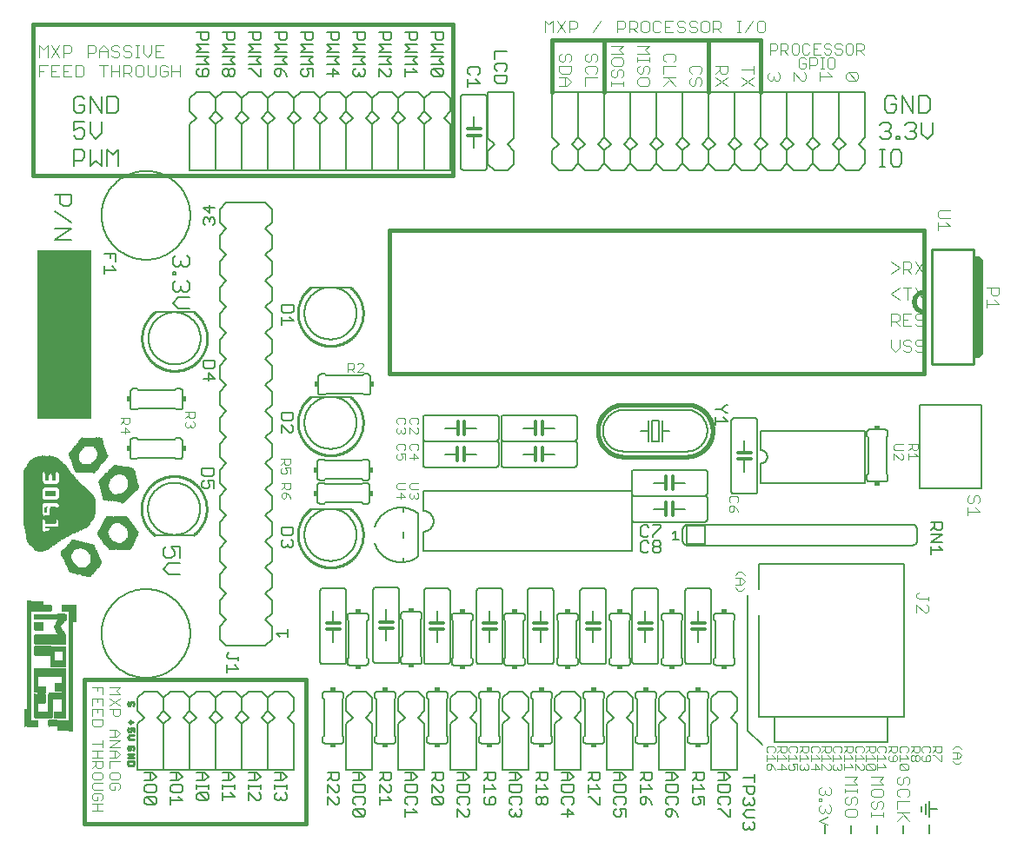
<source format=gto>
G75*
%MOIN*%
%OFA0B0*%
%FSLAX25Y25*%
%IPPOS*%
%LPD*%
%AMOC8*
5,1,8,0,0,1.08239X$1,22.5*
%
%ADD10C,0.00600*%
%ADD11C,0.00300*%
%ADD12C,0.00400*%
%ADD13C,0.01600*%
%ADD14C,0.00800*%
%ADD15R,0.00087X0.20745*%
%ADD16R,0.00087X0.21092*%
%ADD17R,0.00087X0.22221*%
%ADD18R,0.00087X0.22394*%
%ADD19R,0.00087X0.23262*%
%ADD20R,0.00087X0.23610*%
%ADD21R,0.00087X0.24564*%
%ADD22R,0.00087X0.24738*%
%ADD23R,0.00087X0.25172*%
%ADD24R,0.00087X0.25432*%
%ADD25R,0.00087X0.25606*%
%ADD26R,0.00087X0.27602*%
%ADD27R,0.00087X0.28036*%
%ADD28R,0.00087X0.28210*%
%ADD29R,0.00087X0.28818*%
%ADD30R,0.00087X0.29599*%
%ADD31R,0.00087X0.29686*%
%ADD32R,0.00087X0.30206*%
%ADD33R,0.00087X0.30640*%
%ADD34R,0.00087X0.30727*%
%ADD35R,0.00087X0.30988*%
%ADD36R,0.00087X0.31422*%
%ADD37R,0.00087X0.31508*%
%ADD38R,0.00087X0.31595*%
%ADD39R,0.00087X0.31769*%
%ADD40R,0.00087X0.32203*%
%ADD41R,0.00087X0.32376*%
%ADD42R,0.00087X0.32463*%
%ADD43R,0.00087X0.32637*%
%ADD44R,0.00087X0.32810*%
%ADD45R,0.00087X0.33071*%
%ADD46R,0.00087X0.33244*%
%ADD47R,0.00087X0.33505*%
%ADD48R,0.00087X0.33678*%
%ADD49R,0.00087X0.33678*%
%ADD50R,0.00087X0.33939*%
%ADD51R,0.00087X0.34112*%
%ADD52R,0.00087X0.34199*%
%ADD53R,0.00087X0.34460*%
%ADD54R,0.00087X0.34546*%
%ADD55R,0.00087X0.34720*%
%ADD56R,0.00087X0.35154*%
%ADD57R,0.00087X0.35241*%
%ADD58R,0.00087X0.35328*%
%ADD59R,0.00087X0.35328*%
%ADD60R,0.00087X0.35501*%
%ADD61R,0.00087X0.35675*%
%ADD62R,0.00087X0.35848*%
%ADD63R,0.00087X0.36022*%
%ADD64R,0.00087X0.36196*%
%ADD65R,0.00087X0.36282*%
%ADD66R,0.00087X0.36282*%
%ADD67R,0.00087X0.36369*%
%ADD68R,0.00087X0.36456*%
%ADD69R,0.00087X0.36543*%
%ADD70R,0.00087X0.36543*%
%ADD71R,0.00087X0.06510*%
%ADD72R,0.00087X0.03559*%
%ADD73R,0.00087X0.02257*%
%ADD74R,0.00087X0.02170*%
%ADD75R,0.00087X0.07986*%
%ADD76R,0.00087X0.06423*%
%ADD77R,0.00087X0.02604*%
%ADD78R,0.00087X0.00174*%
%ADD79R,0.00087X0.02083*%
%ADD80R,0.00087X0.01910*%
%ADD81R,0.00087X0.07812*%
%ADD82R,0.00087X0.06336*%
%ADD83R,0.00087X0.02517*%
%ADD84R,0.00087X0.00087*%
%ADD85R,0.00087X0.07725*%
%ADD86R,0.00087X0.06250*%
%ADD87R,0.00087X0.01736*%
%ADD88R,0.00087X0.01823*%
%ADD89R,0.00087X0.06163*%
%ADD90R,0.00087X0.02170*%
%ADD91R,0.00087X0.01562*%
%ADD92R,0.00087X0.01649*%
%ADD93R,0.00087X0.07638*%
%ADD94R,0.00087X0.01476*%
%ADD95R,0.00087X0.06163*%
%ADD96R,0.00087X0.01823*%
%ADD97R,0.00087X0.01389*%
%ADD98R,0.00087X0.01649*%
%ADD99R,0.00087X0.07638*%
%ADD100R,0.00087X0.01389*%
%ADD101R,0.00087X0.07552*%
%ADD102R,0.00087X0.00521*%
%ADD103R,0.00087X0.07465*%
%ADD104R,0.00087X0.00608*%
%ADD105R,0.00087X0.07378*%
%ADD106R,0.00087X0.06597*%
%ADD107R,0.00087X0.06684*%
%ADD108R,0.00087X0.01996*%
%ADD109R,0.00087X0.06770*%
%ADD110R,0.00087X0.09288*%
%ADD111R,0.00087X0.01476*%
%ADD112R,0.00087X0.01910*%
%ADD113R,0.00087X0.02083*%
%ADD114R,0.00087X0.03125*%
%ADD115R,0.00087X0.00347*%
%ADD116R,0.00087X0.07378*%
%ADD117R,0.00087X0.09288*%
%ADD118R,0.00087X0.03125*%
%ADD119R,0.00087X0.00434*%
%ADD120R,0.00087X0.07291*%
%ADD121R,0.00087X0.00347*%
%ADD122R,0.00087X0.07204*%
%ADD123R,0.00087X0.07118*%
%ADD124R,0.00087X0.01996*%
%ADD125R,0.00087X0.07031*%
%ADD126R,0.00087X0.07031*%
%ADD127R,0.00087X0.06944*%
%ADD128R,0.00087X0.06857*%
%ADD129R,0.00087X0.03298*%
%ADD130R,0.00087X0.03472*%
%ADD131R,0.00087X0.00694*%
%ADD132R,0.00087X0.07031*%
%ADD133R,0.00087X0.03559*%
%ADD134R,0.00087X0.00781*%
%ADD135R,0.00087X0.06944*%
%ADD136R,0.00087X0.03732*%
%ADD137R,0.00087X0.00868*%
%ADD138R,0.00087X0.07031*%
%ADD139R,0.00087X0.06857*%
%ADD140R,0.00087X0.05989*%
%ADD141R,0.00087X0.06076*%
%ADD142R,0.00087X0.07899*%
%ADD143R,0.00087X0.07378*%
%ADD144R,0.00087X0.09114*%
%ADD145R,0.00087X0.06336*%
%ADD146R,0.00087X0.07465*%
%ADD147R,0.00087X0.09114*%
%ADD148R,0.00087X0.09027*%
%ADD149R,0.00087X0.08940*%
%ADD150R,0.00087X0.08854*%
%ADD151R,0.00087X0.08854*%
%ADD152R,0.00087X0.08940*%
%ADD153R,0.00087X0.06250*%
%ADD154R,0.00087X0.00087*%
%ADD155R,0.00087X0.05729*%
%ADD156R,0.00087X0.05468*%
%ADD157R,0.00087X0.04774*%
%ADD158R,0.00087X0.04687*%
%ADD159R,0.00087X0.05382*%
%ADD160R,0.00087X0.04514*%
%ADD161R,0.00087X0.05382*%
%ADD162R,0.00087X0.04340*%
%ADD163R,0.00087X0.06510*%
%ADD164R,0.00087X0.04340*%
%ADD165R,0.00087X0.04253*%
%ADD166R,0.00087X0.05295*%
%ADD167R,0.00087X0.05208*%
%ADD168R,0.00087X0.04427*%
%ADD169R,0.00087X0.05034*%
%ADD170R,0.00087X0.13454*%
%ADD171R,0.00087X0.05208*%
%ADD172R,0.00087X0.02778*%
%ADD173R,0.00087X0.02430*%
%ADD174R,0.00087X0.13454*%
%ADD175R,0.00087X0.31335*%
%ADD176R,0.00087X0.31161*%
%ADD177R,0.00087X0.30814*%
%ADD178R,0.00087X0.30727*%
%ADD179R,0.00087X0.30554*%
%ADD180R,0.00087X0.30380*%
%ADD181R,0.00087X0.30293*%
%ADD182R,0.00087X0.30033*%
%ADD183R,0.00087X0.00955*%
%ADD184R,0.00087X0.29946*%
%ADD185R,0.00087X0.01823*%
%ADD186R,0.00087X0.29772*%
%ADD187R,0.00087X0.29425*%
%ADD188R,0.00087X0.02344*%
%ADD189R,0.00087X0.29252*%
%ADD190R,0.00087X0.02430*%
%ADD191R,0.00087X0.29165*%
%ADD192R,0.00087X0.02951*%
%ADD193R,0.00087X0.29078*%
%ADD194R,0.00087X0.03038*%
%ADD195R,0.00087X0.28991*%
%ADD196R,0.00087X0.03385*%
%ADD197R,0.00087X0.03646*%
%ADD198R,0.00087X0.28644*%
%ADD199R,0.00087X0.03819*%
%ADD200R,0.00087X0.28557*%
%ADD201R,0.00087X0.03906*%
%ADD202R,0.00087X0.28384*%
%ADD203R,0.00087X0.28297*%
%ADD204R,0.00087X0.05121*%
%ADD205R,0.00087X0.05468*%
%ADD206R,0.00087X0.27950*%
%ADD207R,0.00087X0.05816*%
%ADD208R,0.00087X0.27863*%
%ADD209R,0.00087X0.05902*%
%ADD210R,0.00087X0.27689*%
%ADD211R,0.00087X0.27255*%
%ADD212R,0.00087X0.27168*%
%ADD213R,0.00087X0.26995*%
%ADD214R,0.00087X0.26908*%
%ADD215R,0.00087X0.26821*%
%ADD216R,0.00087X0.26648*%
%ADD217R,0.00087X0.08072*%
%ADD218R,0.00087X0.26387*%
%ADD219R,0.00087X0.08333*%
%ADD220R,0.00087X0.26300*%
%ADD221R,0.00087X0.08506*%
%ADD222R,0.00087X0.26040*%
%ADD223R,0.00087X0.08767*%
%ADD224R,0.00087X0.25866*%
%ADD225R,0.00087X0.09114*%
%ADD226R,0.00087X0.25780*%
%ADD227R,0.00087X0.25432*%
%ADD228R,0.00087X0.09548*%
%ADD229R,0.00087X0.25346*%
%ADD230R,0.00087X0.09895*%
%ADD231R,0.00087X0.10676*%
%ADD232R,0.00087X0.24998*%
%ADD233R,0.00087X0.10850*%
%ADD234R,0.00087X0.01128*%
%ADD235R,0.00087X0.24825*%
%ADD236R,0.00087X0.10937*%
%ADD237R,0.00087X0.01389*%
%ADD238R,0.00087X0.24478*%
%ADD239R,0.00087X0.11024*%
%ADD240R,0.00087X0.01562*%
%ADD241R,0.00087X0.24391*%
%ADD242R,0.00087X0.11110*%
%ADD243R,0.00087X0.24130*%
%ADD244R,0.00087X0.11284*%
%ADD245R,0.00087X0.24044*%
%ADD246R,0.00087X0.11371*%
%ADD247R,0.00087X0.11458*%
%ADD248R,0.00087X0.03038*%
%ADD249R,0.00087X0.23783*%
%ADD250R,0.00087X0.11805*%
%ADD251R,0.00087X0.23696*%
%ADD252R,0.00087X0.05642*%
%ADD253R,0.00087X0.05295*%
%ADD254R,0.00087X0.23349*%
%ADD255R,0.00087X0.23176*%
%ADD256R,0.00087X0.04600*%
%ADD257R,0.00087X0.04514*%
%ADD258R,0.00087X0.23089*%
%ADD259R,0.00087X0.05121*%
%ADD260R,0.00087X0.04514*%
%ADD261R,0.00087X0.04948*%
%ADD262R,0.00087X0.22828*%
%ADD263R,0.00087X0.22742*%
%ADD264R,0.00087X0.22568*%
%ADD265R,0.00087X0.04166*%
%ADD266R,0.00087X0.22481*%
%ADD267R,0.00087X0.04687*%
%ADD268R,0.00087X0.04080*%
%ADD269R,0.00087X0.03993*%
%ADD270R,0.00087X0.04514*%
%ADD271R,0.00087X0.22047*%
%ADD272R,0.00087X0.21874*%
%ADD273R,0.00087X0.08072*%
%ADD274R,0.00087X0.21787*%
%ADD275R,0.00087X0.04253*%
%ADD276R,0.00087X0.03819*%
%ADD277R,0.00087X0.08680*%
%ADD278R,0.00087X0.21526*%
%ADD279R,0.00087X0.21353*%
%ADD280R,0.00087X0.03732*%
%ADD281R,0.00087X0.09461*%
%ADD282R,0.00087X0.09808*%
%ADD283R,0.00087X0.21179*%
%ADD284R,0.00087X0.10069*%
%ADD285R,0.00087X0.21006*%
%ADD286R,0.00087X0.10242*%
%ADD287R,0.00087X0.20919*%
%ADD288R,0.00087X0.10416*%
%ADD289R,0.00087X0.20745*%
%ADD290R,0.00087X0.10503*%
%ADD291R,0.00087X0.20658*%
%ADD292R,0.00087X0.10590*%
%ADD293R,0.00087X0.20572*%
%ADD294R,0.00087X0.03385*%
%ADD295R,0.00087X0.03298*%
%ADD296R,0.00087X0.10763*%
%ADD297R,0.00087X0.20485*%
%ADD298R,0.00087X0.03212*%
%ADD299R,0.00087X0.20311*%
%ADD300R,0.00087X0.20224*%
%ADD301R,0.00087X0.10937*%
%ADD302R,0.00087X0.20051*%
%ADD303R,0.00087X0.02951*%
%ADD304R,0.00087X0.11110*%
%ADD305R,0.00087X0.19877*%
%ADD306R,0.00087X0.03125*%
%ADD307R,0.00087X0.11197*%
%ADD308R,0.00087X0.19704*%
%ADD309R,0.00087X0.02864*%
%ADD310R,0.00087X0.11631*%
%ADD311R,0.00087X0.19617*%
%ADD312R,0.00087X0.02864*%
%ADD313R,0.00087X0.11892*%
%ADD314R,0.00087X0.19356*%
%ADD315R,0.00087X0.19096*%
%ADD316R,0.00087X0.05121*%
%ADD317R,0.00087X0.04861*%
%ADD318R,0.00087X0.18922*%
%ADD319R,0.00087X0.18749*%
%ADD320R,0.00087X0.02778*%
%ADD321R,0.00087X0.18662*%
%ADD322R,0.00087X0.18575*%
%ADD323R,0.00087X0.18488*%
%ADD324R,0.00087X0.18315*%
%ADD325R,0.00087X0.18141*%
%ADD326R,0.00087X0.03993*%
%ADD327R,0.00087X0.17968*%
%ADD328R,0.00087X0.02778*%
%ADD329R,0.00087X0.17881*%
%ADD330R,0.00087X0.17707*%
%ADD331R,0.00087X0.17534*%
%ADD332R,0.00087X0.17360*%
%ADD333R,0.00087X0.17273*%
%ADD334R,0.00087X0.17186*%
%ADD335R,0.00087X0.17013*%
%ADD336R,0.00087X0.16926*%
%ADD337R,0.00087X0.04166*%
%ADD338R,0.00087X0.03298*%
%ADD339R,0.00087X0.16926*%
%ADD340R,0.00087X0.16666*%
%ADD341R,0.00087X0.16579*%
%ADD342R,0.00087X0.16405*%
%ADD343R,0.00087X0.16232*%
%ADD344R,0.00087X0.16145*%
%ADD345R,0.00087X0.15884*%
%ADD346R,0.00087X0.03125*%
%ADD347R,0.00087X0.15711*%
%ADD348R,0.00087X0.15364*%
%ADD349R,0.00087X0.15277*%
%ADD350R,0.00087X0.15103*%
%ADD351R,0.00087X0.15016*%
%ADD352R,0.00087X0.14843*%
%ADD353R,0.00087X0.14496*%
%ADD354R,0.00087X0.14409*%
%ADD355R,0.00087X0.14322*%
%ADD356R,0.00087X0.04080*%
%ADD357R,0.00087X0.14148*%
%ADD358R,0.00087X0.13975*%
%ADD359R,0.00087X0.13801*%
%ADD360R,0.00087X0.03385*%
%ADD361R,0.00087X0.13714*%
%ADD362R,0.00087X0.13628*%
%ADD363R,0.00087X0.13367*%
%ADD364R,0.00087X0.13194*%
%ADD365R,0.00087X0.13107*%
%ADD366R,0.00087X0.03212*%
%ADD367R,0.00087X0.12846*%
%ADD368R,0.00087X0.04861*%
%ADD369R,0.00087X0.12673*%
%ADD370R,0.00087X0.12586*%
%ADD371R,0.00087X0.12152*%
%ADD372R,0.00087X0.03906*%
%ADD373R,0.00087X0.11631*%
%ADD374R,0.00087X0.11544*%
%ADD375R,0.00087X0.11110*%
%ADD376R,0.00087X0.12065*%
%ADD377R,0.00087X0.11978*%
%ADD378R,0.00087X0.10329*%
%ADD379R,0.00087X0.11892*%
%ADD380R,0.00087X0.11718*%
%ADD381R,0.00087X0.09722*%
%ADD382R,0.00087X0.08420*%
%ADD383R,0.00087X0.11110*%
%ADD384R,0.00087X0.08159*%
%ADD385R,0.00087X0.10676*%
%ADD386R,0.00087X0.07986*%
%ADD387R,0.00087X0.10329*%
%ADD388R,0.00087X0.10156*%
%ADD389R,0.00087X0.09982*%
%ADD390R,0.00087X0.09548*%
%ADD391R,0.00087X0.09374*%
%ADD392R,0.00087X0.05816*%
%ADD393R,0.00087X0.09201*%
%ADD394R,0.00087X0.08593*%
%ADD395R,0.00087X0.07812*%
%ADD396R,0.00087X0.06423*%
%ADD397R,0.00087X0.05468*%
%ADD398R,0.00087X0.02344*%
%ADD399R,0.00087X0.02691*%
%ADD400R,0.00087X0.10937*%
%ADD401R,0.00087X0.04080*%
%ADD402R,0.00087X0.10329*%
%ADD403R,0.00087X0.01302*%
%ADD404R,0.00087X0.00868*%
%ADD405R,0.00087X0.00434*%
%ADD406R,0.00087X0.00260*%
%ADD407R,0.00087X0.08767*%
%ADD408R,0.00087X0.00434*%
%ADD409R,0.00087X0.06597*%
%ADD410R,0.00087X0.08420*%
%ADD411R,0.00087X0.08246*%
%ADD412R,0.00087X0.08506*%
%ADD413R,0.00087X0.09548*%
%ADD414R,0.00087X0.09114*%
%ADD415R,0.00087X0.09895*%
%ADD416R,0.00087X0.10156*%
%ADD417R,0.00087X0.10590*%
%ADD418R,0.00087X0.10763*%
%ADD419R,0.00087X0.11544*%
%ADD420R,0.00087X0.05555*%
%ADD421R,0.00087X0.04948*%
%ADD422R,0.00087X0.04340*%
%ADD423R,0.00087X0.03472*%
%ADD424R,0.00087X0.02951*%
%ADD425R,0.00087X0.02951*%
%ADD426R,0.00087X0.02691*%
%ADD427R,0.00087X0.03559*%
%ADD428R,0.00087X0.03732*%
%ADD429R,0.00087X0.04600*%
%ADD430R,0.00087X0.04861*%
%ADD431R,0.00087X0.05034*%
%ADD432R,0.00087X0.11631*%
%ADD433R,0.00087X0.11458*%
%ADD434R,0.00087X0.10676*%
%ADD435R,0.00087X0.09635*%
%ADD436R,0.00087X0.08767*%
%ADD437R,0.00087X0.09808*%
%ADD438R,0.00087X0.07986*%
%ADD439R,0.00087X0.07638*%
%ADD440R,0.00100X0.06500*%
%ADD441R,0.00100X0.06700*%
%ADD442R,0.00100X0.48400*%
%ADD443R,0.00100X0.04300*%
%ADD444R,0.00100X0.02400*%
%ADD445R,0.00100X0.01700*%
%ADD446R,0.00100X0.03000*%
%ADD447R,0.00100X0.03200*%
%ADD448R,0.00100X0.03300*%
%ADD449R,0.00100X0.09100*%
%ADD450R,0.00100X0.03400*%
%ADD451R,0.00100X0.03800*%
%ADD452R,0.00100X0.03500*%
%ADD453R,0.00100X0.09500*%
%ADD454R,0.00100X0.09300*%
%ADD455R,0.00100X0.02100*%
%ADD456R,0.00100X0.03700*%
%ADD457R,0.00100X0.09600*%
%ADD458R,0.00100X0.03600*%
%ADD459R,0.00100X0.04000*%
%ADD460R,0.00100X0.01800*%
%ADD461R,0.00100X0.02700*%
%ADD462R,0.00100X0.09900*%
%ADD463R,0.00100X0.08000*%
%ADD464R,0.00100X0.08100*%
%ADD465R,0.00100X0.00600*%
%ADD466R,0.00100X0.01900*%
%ADD467R,0.00100X0.01000*%
%ADD468R,0.00100X0.02300*%
%ADD469R,0.00100X0.02500*%
%ADD470R,0.00100X0.01400*%
%ADD471R,0.00100X0.03100*%
%ADD472R,0.00100X0.02200*%
%ADD473R,0.00100X0.02600*%
%ADD474R,0.00100X0.04200*%
%ADD475R,0.00100X0.04600*%
%ADD476R,0.00100X0.05000*%
%ADD477R,0.00100X0.05400*%
%ADD478R,0.00100X0.11800*%
%ADD479R,0.00100X0.04500*%
%ADD480R,0.00100X0.04400*%
%ADD481R,0.00100X0.06600*%
%ADD482R,0.00100X0.06400*%
%ADD483R,0.00100X0.06300*%
%ADD484R,0.00100X0.04100*%
%ADD485R,0.00100X0.06100*%
%ADD486R,0.00100X0.06000*%
%ADD487R,0.00100X0.03900*%
%ADD488R,0.00100X0.05800*%
%ADD489R,0.00100X0.05700*%
%ADD490R,0.00100X0.09200*%
%ADD491R,0.00100X0.05500*%
%ADD492R,0.00100X0.05200*%
%ADD493R,0.00100X0.05100*%
%ADD494R,0.00100X0.04900*%
%ADD495R,0.00100X0.04800*%
%ADD496R,0.00100X0.02900*%
%ADD497R,0.00100X0.02800*%
%ADD498R,0.00100X0.07700*%
%ADD499R,0.00100X0.08800*%
%ADD500R,0.00100X0.48000*%
%ADD501R,0.20900X0.64600*%
%ADD502C,0.01000*%
%ADD503C,0.00500*%
%ADD504C,0.01200*%
%ADD505R,0.02000X0.01500*%
%ADD506R,0.01500X0.02000*%
D10*
X0048360Y0026920D02*
X0058360Y0026920D01*
X0068360Y0026920D01*
X0068360Y0044420D01*
X0065860Y0046920D01*
X0068360Y0049420D01*
X0068360Y0054420D01*
X0065860Y0056920D01*
X0060860Y0056920D01*
X0058360Y0054420D01*
X0058360Y0049420D01*
X0060860Y0046920D01*
X0058360Y0044420D01*
X0058360Y0026920D01*
X0058360Y0044420D01*
X0055860Y0046920D01*
X0058360Y0049420D01*
X0058360Y0054420D01*
X0055860Y0056920D01*
X0050860Y0056920D01*
X0048360Y0054420D01*
X0048360Y0049420D01*
X0050860Y0046920D01*
X0048360Y0044420D01*
X0048360Y0026920D01*
X0068360Y0026920D02*
X0068360Y0044420D01*
X0070860Y0046920D01*
X0068360Y0049420D01*
X0068360Y0054420D01*
X0070860Y0056920D01*
X0075860Y0056920D01*
X0078360Y0054420D01*
X0078360Y0049420D01*
X0075860Y0046920D01*
X0078360Y0044420D01*
X0078360Y0026920D01*
X0068360Y0026920D01*
X0078360Y0026920D02*
X0088360Y0026920D01*
X0098360Y0026920D01*
X0108360Y0026920D01*
X0108360Y0044420D01*
X0105860Y0046920D01*
X0108360Y0049420D01*
X0108360Y0054420D01*
X0105860Y0056920D01*
X0100860Y0056920D01*
X0098360Y0054420D01*
X0098360Y0049420D01*
X0100860Y0046920D01*
X0098360Y0044420D01*
X0098360Y0026920D01*
X0098360Y0044420D01*
X0095860Y0046920D01*
X0098360Y0049420D01*
X0098360Y0054420D01*
X0095860Y0056920D01*
X0090860Y0056920D01*
X0088360Y0054420D01*
X0088360Y0049420D01*
X0090860Y0046920D01*
X0088360Y0044420D01*
X0088360Y0026920D01*
X0088360Y0044420D01*
X0085860Y0046920D01*
X0088360Y0049420D01*
X0088360Y0054420D01*
X0085860Y0056920D01*
X0080860Y0056920D01*
X0078360Y0054420D01*
X0078360Y0049420D01*
X0080860Y0046920D01*
X0078360Y0044420D01*
X0078360Y0026920D01*
X0119360Y0037920D02*
X0119360Y0039420D01*
X0119860Y0039920D01*
X0119860Y0053920D01*
X0119360Y0054420D01*
X0119360Y0055920D01*
X0119362Y0055980D01*
X0119367Y0056041D01*
X0119376Y0056100D01*
X0119389Y0056159D01*
X0119405Y0056218D01*
X0119425Y0056275D01*
X0119448Y0056330D01*
X0119475Y0056385D01*
X0119504Y0056437D01*
X0119537Y0056488D01*
X0119573Y0056537D01*
X0119611Y0056583D01*
X0119653Y0056627D01*
X0119697Y0056669D01*
X0119743Y0056707D01*
X0119792Y0056743D01*
X0119843Y0056776D01*
X0119895Y0056805D01*
X0119950Y0056832D01*
X0120005Y0056855D01*
X0120062Y0056875D01*
X0120121Y0056891D01*
X0120180Y0056904D01*
X0120239Y0056913D01*
X0120300Y0056918D01*
X0120360Y0056920D01*
X0126360Y0056920D01*
X0126420Y0056918D01*
X0126481Y0056913D01*
X0126540Y0056904D01*
X0126599Y0056891D01*
X0126658Y0056875D01*
X0126715Y0056855D01*
X0126770Y0056832D01*
X0126825Y0056805D01*
X0126877Y0056776D01*
X0126928Y0056743D01*
X0126977Y0056707D01*
X0127023Y0056669D01*
X0127067Y0056627D01*
X0127109Y0056583D01*
X0127147Y0056537D01*
X0127183Y0056488D01*
X0127216Y0056437D01*
X0127245Y0056385D01*
X0127272Y0056330D01*
X0127295Y0056275D01*
X0127315Y0056218D01*
X0127331Y0056159D01*
X0127344Y0056100D01*
X0127353Y0056041D01*
X0127358Y0055980D01*
X0127360Y0055920D01*
X0127360Y0054420D01*
X0126860Y0053920D01*
X0126860Y0039920D01*
X0127360Y0039420D01*
X0127360Y0037920D01*
X0127358Y0037860D01*
X0127353Y0037799D01*
X0127344Y0037740D01*
X0127331Y0037681D01*
X0127315Y0037622D01*
X0127295Y0037565D01*
X0127272Y0037510D01*
X0127245Y0037455D01*
X0127216Y0037403D01*
X0127183Y0037352D01*
X0127147Y0037303D01*
X0127109Y0037257D01*
X0127067Y0037213D01*
X0127023Y0037171D01*
X0126977Y0037133D01*
X0126928Y0037097D01*
X0126877Y0037064D01*
X0126825Y0037035D01*
X0126770Y0037008D01*
X0126715Y0036985D01*
X0126658Y0036965D01*
X0126599Y0036949D01*
X0126540Y0036936D01*
X0126481Y0036927D01*
X0126420Y0036922D01*
X0126360Y0036920D01*
X0120360Y0036920D01*
X0120300Y0036922D01*
X0120239Y0036927D01*
X0120180Y0036936D01*
X0120121Y0036949D01*
X0120062Y0036965D01*
X0120005Y0036985D01*
X0119950Y0037008D01*
X0119895Y0037035D01*
X0119843Y0037064D01*
X0119792Y0037097D01*
X0119743Y0037133D01*
X0119697Y0037171D01*
X0119653Y0037213D01*
X0119611Y0037257D01*
X0119573Y0037303D01*
X0119537Y0037352D01*
X0119504Y0037403D01*
X0119475Y0037455D01*
X0119448Y0037510D01*
X0119425Y0037565D01*
X0119405Y0037622D01*
X0119389Y0037681D01*
X0119376Y0037740D01*
X0119367Y0037799D01*
X0119362Y0037860D01*
X0119360Y0037920D01*
X0128360Y0044420D02*
X0130860Y0046920D01*
X0128360Y0049420D01*
X0128360Y0054420D01*
X0130860Y0056920D01*
X0135860Y0056920D01*
X0138360Y0054420D01*
X0138360Y0049420D01*
X0135860Y0046920D01*
X0138360Y0044420D01*
X0138360Y0026920D01*
X0128360Y0026920D01*
X0128360Y0044420D01*
X0139360Y0039420D02*
X0139360Y0037920D01*
X0139362Y0037860D01*
X0139367Y0037799D01*
X0139376Y0037740D01*
X0139389Y0037681D01*
X0139405Y0037622D01*
X0139425Y0037565D01*
X0139448Y0037510D01*
X0139475Y0037455D01*
X0139504Y0037403D01*
X0139537Y0037352D01*
X0139573Y0037303D01*
X0139611Y0037257D01*
X0139653Y0037213D01*
X0139697Y0037171D01*
X0139743Y0037133D01*
X0139792Y0037097D01*
X0139843Y0037064D01*
X0139895Y0037035D01*
X0139950Y0037008D01*
X0140005Y0036985D01*
X0140062Y0036965D01*
X0140121Y0036949D01*
X0140180Y0036936D01*
X0140239Y0036927D01*
X0140300Y0036922D01*
X0140360Y0036920D01*
X0146360Y0036920D01*
X0146420Y0036922D01*
X0146481Y0036927D01*
X0146540Y0036936D01*
X0146599Y0036949D01*
X0146658Y0036965D01*
X0146715Y0036985D01*
X0146770Y0037008D01*
X0146825Y0037035D01*
X0146877Y0037064D01*
X0146928Y0037097D01*
X0146977Y0037133D01*
X0147023Y0037171D01*
X0147067Y0037213D01*
X0147109Y0037257D01*
X0147147Y0037303D01*
X0147183Y0037352D01*
X0147216Y0037403D01*
X0147245Y0037455D01*
X0147272Y0037510D01*
X0147295Y0037565D01*
X0147315Y0037622D01*
X0147331Y0037681D01*
X0147344Y0037740D01*
X0147353Y0037799D01*
X0147358Y0037860D01*
X0147360Y0037920D01*
X0147360Y0039420D01*
X0146860Y0039920D01*
X0146860Y0053920D01*
X0147360Y0054420D01*
X0147360Y0055920D01*
X0147358Y0055980D01*
X0147353Y0056041D01*
X0147344Y0056100D01*
X0147331Y0056159D01*
X0147315Y0056218D01*
X0147295Y0056275D01*
X0147272Y0056330D01*
X0147245Y0056385D01*
X0147216Y0056437D01*
X0147183Y0056488D01*
X0147147Y0056537D01*
X0147109Y0056583D01*
X0147067Y0056627D01*
X0147023Y0056669D01*
X0146977Y0056707D01*
X0146928Y0056743D01*
X0146877Y0056776D01*
X0146825Y0056805D01*
X0146770Y0056832D01*
X0146715Y0056855D01*
X0146658Y0056875D01*
X0146599Y0056891D01*
X0146540Y0056904D01*
X0146481Y0056913D01*
X0146420Y0056918D01*
X0146360Y0056920D01*
X0140360Y0056920D01*
X0140300Y0056918D01*
X0140239Y0056913D01*
X0140180Y0056904D01*
X0140121Y0056891D01*
X0140062Y0056875D01*
X0140005Y0056855D01*
X0139950Y0056832D01*
X0139895Y0056805D01*
X0139843Y0056776D01*
X0139792Y0056743D01*
X0139743Y0056707D01*
X0139697Y0056669D01*
X0139653Y0056627D01*
X0139611Y0056583D01*
X0139573Y0056537D01*
X0139537Y0056488D01*
X0139504Y0056437D01*
X0139475Y0056385D01*
X0139448Y0056330D01*
X0139425Y0056275D01*
X0139405Y0056218D01*
X0139389Y0056159D01*
X0139376Y0056100D01*
X0139367Y0056041D01*
X0139362Y0055980D01*
X0139360Y0055920D01*
X0139360Y0054420D01*
X0139860Y0053920D01*
X0139860Y0039920D01*
X0139360Y0039420D01*
X0148360Y0044420D02*
X0150860Y0046920D01*
X0148360Y0049420D01*
X0148360Y0054420D01*
X0150860Y0056920D01*
X0155860Y0056920D01*
X0158360Y0054420D01*
X0158360Y0049420D01*
X0155860Y0046920D01*
X0158360Y0044420D01*
X0158360Y0026920D01*
X0148360Y0026920D01*
X0148360Y0044420D01*
X0159360Y0039420D02*
X0159360Y0037920D01*
X0159362Y0037860D01*
X0159367Y0037799D01*
X0159376Y0037740D01*
X0159389Y0037681D01*
X0159405Y0037622D01*
X0159425Y0037565D01*
X0159448Y0037510D01*
X0159475Y0037455D01*
X0159504Y0037403D01*
X0159537Y0037352D01*
X0159573Y0037303D01*
X0159611Y0037257D01*
X0159653Y0037213D01*
X0159697Y0037171D01*
X0159743Y0037133D01*
X0159792Y0037097D01*
X0159843Y0037064D01*
X0159895Y0037035D01*
X0159950Y0037008D01*
X0160005Y0036985D01*
X0160062Y0036965D01*
X0160121Y0036949D01*
X0160180Y0036936D01*
X0160239Y0036927D01*
X0160300Y0036922D01*
X0160360Y0036920D01*
X0166360Y0036920D01*
X0166420Y0036922D01*
X0166481Y0036927D01*
X0166540Y0036936D01*
X0166599Y0036949D01*
X0166658Y0036965D01*
X0166715Y0036985D01*
X0166770Y0037008D01*
X0166825Y0037035D01*
X0166877Y0037064D01*
X0166928Y0037097D01*
X0166977Y0037133D01*
X0167023Y0037171D01*
X0167067Y0037213D01*
X0167109Y0037257D01*
X0167147Y0037303D01*
X0167183Y0037352D01*
X0167216Y0037403D01*
X0167245Y0037455D01*
X0167272Y0037510D01*
X0167295Y0037565D01*
X0167315Y0037622D01*
X0167331Y0037681D01*
X0167344Y0037740D01*
X0167353Y0037799D01*
X0167358Y0037860D01*
X0167360Y0037920D01*
X0167360Y0039420D01*
X0166860Y0039920D01*
X0166860Y0053920D01*
X0167360Y0054420D01*
X0167360Y0055920D01*
X0167358Y0055980D01*
X0167353Y0056041D01*
X0167344Y0056100D01*
X0167331Y0056159D01*
X0167315Y0056218D01*
X0167295Y0056275D01*
X0167272Y0056330D01*
X0167245Y0056385D01*
X0167216Y0056437D01*
X0167183Y0056488D01*
X0167147Y0056537D01*
X0167109Y0056583D01*
X0167067Y0056627D01*
X0167023Y0056669D01*
X0166977Y0056707D01*
X0166928Y0056743D01*
X0166877Y0056776D01*
X0166825Y0056805D01*
X0166770Y0056832D01*
X0166715Y0056855D01*
X0166658Y0056875D01*
X0166599Y0056891D01*
X0166540Y0056904D01*
X0166481Y0056913D01*
X0166420Y0056918D01*
X0166360Y0056920D01*
X0160360Y0056920D01*
X0160300Y0056918D01*
X0160239Y0056913D01*
X0160180Y0056904D01*
X0160121Y0056891D01*
X0160062Y0056875D01*
X0160005Y0056855D01*
X0159950Y0056832D01*
X0159895Y0056805D01*
X0159843Y0056776D01*
X0159792Y0056743D01*
X0159743Y0056707D01*
X0159697Y0056669D01*
X0159653Y0056627D01*
X0159611Y0056583D01*
X0159573Y0056537D01*
X0159537Y0056488D01*
X0159504Y0056437D01*
X0159475Y0056385D01*
X0159448Y0056330D01*
X0159425Y0056275D01*
X0159405Y0056218D01*
X0159389Y0056159D01*
X0159376Y0056100D01*
X0159367Y0056041D01*
X0159362Y0055980D01*
X0159360Y0055920D01*
X0159360Y0054420D01*
X0159860Y0053920D01*
X0159860Y0039920D01*
X0159360Y0039420D01*
X0168360Y0044420D02*
X0170860Y0046920D01*
X0168360Y0049420D01*
X0168360Y0054420D01*
X0170860Y0056920D01*
X0175860Y0056920D01*
X0178360Y0054420D01*
X0178360Y0049420D01*
X0175860Y0046920D01*
X0178360Y0044420D01*
X0178360Y0026920D01*
X0168360Y0026920D01*
X0168360Y0044420D01*
X0179360Y0039420D02*
X0179360Y0037920D01*
X0179362Y0037860D01*
X0179367Y0037799D01*
X0179376Y0037740D01*
X0179389Y0037681D01*
X0179405Y0037622D01*
X0179425Y0037565D01*
X0179448Y0037510D01*
X0179475Y0037455D01*
X0179504Y0037403D01*
X0179537Y0037352D01*
X0179573Y0037303D01*
X0179611Y0037257D01*
X0179653Y0037213D01*
X0179697Y0037171D01*
X0179743Y0037133D01*
X0179792Y0037097D01*
X0179843Y0037064D01*
X0179895Y0037035D01*
X0179950Y0037008D01*
X0180005Y0036985D01*
X0180062Y0036965D01*
X0180121Y0036949D01*
X0180180Y0036936D01*
X0180239Y0036927D01*
X0180300Y0036922D01*
X0180360Y0036920D01*
X0186360Y0036920D01*
X0186420Y0036922D01*
X0186481Y0036927D01*
X0186540Y0036936D01*
X0186599Y0036949D01*
X0186658Y0036965D01*
X0186715Y0036985D01*
X0186770Y0037008D01*
X0186825Y0037035D01*
X0186877Y0037064D01*
X0186928Y0037097D01*
X0186977Y0037133D01*
X0187023Y0037171D01*
X0187067Y0037213D01*
X0187109Y0037257D01*
X0187147Y0037303D01*
X0187183Y0037352D01*
X0187216Y0037403D01*
X0187245Y0037455D01*
X0187272Y0037510D01*
X0187295Y0037565D01*
X0187315Y0037622D01*
X0187331Y0037681D01*
X0187344Y0037740D01*
X0187353Y0037799D01*
X0187358Y0037860D01*
X0187360Y0037920D01*
X0187360Y0039420D01*
X0186860Y0039920D01*
X0186860Y0053920D01*
X0187360Y0054420D01*
X0187360Y0055920D01*
X0187358Y0055980D01*
X0187353Y0056041D01*
X0187344Y0056100D01*
X0187331Y0056159D01*
X0187315Y0056218D01*
X0187295Y0056275D01*
X0187272Y0056330D01*
X0187245Y0056385D01*
X0187216Y0056437D01*
X0187183Y0056488D01*
X0187147Y0056537D01*
X0187109Y0056583D01*
X0187067Y0056627D01*
X0187023Y0056669D01*
X0186977Y0056707D01*
X0186928Y0056743D01*
X0186877Y0056776D01*
X0186825Y0056805D01*
X0186770Y0056832D01*
X0186715Y0056855D01*
X0186658Y0056875D01*
X0186599Y0056891D01*
X0186540Y0056904D01*
X0186481Y0056913D01*
X0186420Y0056918D01*
X0186360Y0056920D01*
X0180360Y0056920D01*
X0180300Y0056918D01*
X0180239Y0056913D01*
X0180180Y0056904D01*
X0180121Y0056891D01*
X0180062Y0056875D01*
X0180005Y0056855D01*
X0179950Y0056832D01*
X0179895Y0056805D01*
X0179843Y0056776D01*
X0179792Y0056743D01*
X0179743Y0056707D01*
X0179697Y0056669D01*
X0179653Y0056627D01*
X0179611Y0056583D01*
X0179573Y0056537D01*
X0179537Y0056488D01*
X0179504Y0056437D01*
X0179475Y0056385D01*
X0179448Y0056330D01*
X0179425Y0056275D01*
X0179405Y0056218D01*
X0179389Y0056159D01*
X0179376Y0056100D01*
X0179367Y0056041D01*
X0179362Y0055980D01*
X0179360Y0055920D01*
X0179360Y0054420D01*
X0179860Y0053920D01*
X0179860Y0039920D01*
X0179360Y0039420D01*
X0188360Y0044420D02*
X0190860Y0046920D01*
X0188360Y0049420D01*
X0188360Y0054420D01*
X0190860Y0056920D01*
X0195860Y0056920D01*
X0198360Y0054420D01*
X0198360Y0049420D01*
X0195860Y0046920D01*
X0198360Y0044420D01*
X0198360Y0026920D01*
X0188360Y0026920D01*
X0188360Y0044420D01*
X0199360Y0039420D02*
X0199360Y0037920D01*
X0199362Y0037860D01*
X0199367Y0037799D01*
X0199376Y0037740D01*
X0199389Y0037681D01*
X0199405Y0037622D01*
X0199425Y0037565D01*
X0199448Y0037510D01*
X0199475Y0037455D01*
X0199504Y0037403D01*
X0199537Y0037352D01*
X0199573Y0037303D01*
X0199611Y0037257D01*
X0199653Y0037213D01*
X0199697Y0037171D01*
X0199743Y0037133D01*
X0199792Y0037097D01*
X0199843Y0037064D01*
X0199895Y0037035D01*
X0199950Y0037008D01*
X0200005Y0036985D01*
X0200062Y0036965D01*
X0200121Y0036949D01*
X0200180Y0036936D01*
X0200239Y0036927D01*
X0200300Y0036922D01*
X0200360Y0036920D01*
X0206360Y0036920D01*
X0206420Y0036922D01*
X0206481Y0036927D01*
X0206540Y0036936D01*
X0206599Y0036949D01*
X0206658Y0036965D01*
X0206715Y0036985D01*
X0206770Y0037008D01*
X0206825Y0037035D01*
X0206877Y0037064D01*
X0206928Y0037097D01*
X0206977Y0037133D01*
X0207023Y0037171D01*
X0207067Y0037213D01*
X0207109Y0037257D01*
X0207147Y0037303D01*
X0207183Y0037352D01*
X0207216Y0037403D01*
X0207245Y0037455D01*
X0207272Y0037510D01*
X0207295Y0037565D01*
X0207315Y0037622D01*
X0207331Y0037681D01*
X0207344Y0037740D01*
X0207353Y0037799D01*
X0207358Y0037860D01*
X0207360Y0037920D01*
X0207360Y0039420D01*
X0206860Y0039920D01*
X0206860Y0053920D01*
X0207360Y0054420D01*
X0207360Y0055920D01*
X0207358Y0055980D01*
X0207353Y0056041D01*
X0207344Y0056100D01*
X0207331Y0056159D01*
X0207315Y0056218D01*
X0207295Y0056275D01*
X0207272Y0056330D01*
X0207245Y0056385D01*
X0207216Y0056437D01*
X0207183Y0056488D01*
X0207147Y0056537D01*
X0207109Y0056583D01*
X0207067Y0056627D01*
X0207023Y0056669D01*
X0206977Y0056707D01*
X0206928Y0056743D01*
X0206877Y0056776D01*
X0206825Y0056805D01*
X0206770Y0056832D01*
X0206715Y0056855D01*
X0206658Y0056875D01*
X0206599Y0056891D01*
X0206540Y0056904D01*
X0206481Y0056913D01*
X0206420Y0056918D01*
X0206360Y0056920D01*
X0200360Y0056920D01*
X0200300Y0056918D01*
X0200239Y0056913D01*
X0200180Y0056904D01*
X0200121Y0056891D01*
X0200062Y0056875D01*
X0200005Y0056855D01*
X0199950Y0056832D01*
X0199895Y0056805D01*
X0199843Y0056776D01*
X0199792Y0056743D01*
X0199743Y0056707D01*
X0199697Y0056669D01*
X0199653Y0056627D01*
X0199611Y0056583D01*
X0199573Y0056537D01*
X0199537Y0056488D01*
X0199504Y0056437D01*
X0199475Y0056385D01*
X0199448Y0056330D01*
X0199425Y0056275D01*
X0199405Y0056218D01*
X0199389Y0056159D01*
X0199376Y0056100D01*
X0199367Y0056041D01*
X0199362Y0055980D01*
X0199360Y0055920D01*
X0199360Y0054420D01*
X0199860Y0053920D01*
X0199860Y0039920D01*
X0199360Y0039420D01*
X0208360Y0044420D02*
X0210860Y0046920D01*
X0208360Y0049420D01*
X0208360Y0054420D01*
X0210860Y0056920D01*
X0215860Y0056920D01*
X0218360Y0054420D01*
X0218360Y0049420D01*
X0215860Y0046920D01*
X0218360Y0044420D01*
X0218360Y0026920D01*
X0208360Y0026920D01*
X0208360Y0044420D01*
X0219360Y0039420D02*
X0219360Y0037920D01*
X0219362Y0037860D01*
X0219367Y0037799D01*
X0219376Y0037740D01*
X0219389Y0037681D01*
X0219405Y0037622D01*
X0219425Y0037565D01*
X0219448Y0037510D01*
X0219475Y0037455D01*
X0219504Y0037403D01*
X0219537Y0037352D01*
X0219573Y0037303D01*
X0219611Y0037257D01*
X0219653Y0037213D01*
X0219697Y0037171D01*
X0219743Y0037133D01*
X0219792Y0037097D01*
X0219843Y0037064D01*
X0219895Y0037035D01*
X0219950Y0037008D01*
X0220005Y0036985D01*
X0220062Y0036965D01*
X0220121Y0036949D01*
X0220180Y0036936D01*
X0220239Y0036927D01*
X0220300Y0036922D01*
X0220360Y0036920D01*
X0226360Y0036920D01*
X0226420Y0036922D01*
X0226481Y0036927D01*
X0226540Y0036936D01*
X0226599Y0036949D01*
X0226658Y0036965D01*
X0226715Y0036985D01*
X0226770Y0037008D01*
X0226825Y0037035D01*
X0226877Y0037064D01*
X0226928Y0037097D01*
X0226977Y0037133D01*
X0227023Y0037171D01*
X0227067Y0037213D01*
X0227109Y0037257D01*
X0227147Y0037303D01*
X0227183Y0037352D01*
X0227216Y0037403D01*
X0227245Y0037455D01*
X0227272Y0037510D01*
X0227295Y0037565D01*
X0227315Y0037622D01*
X0227331Y0037681D01*
X0227344Y0037740D01*
X0227353Y0037799D01*
X0227358Y0037860D01*
X0227360Y0037920D01*
X0227360Y0039420D01*
X0226860Y0039920D01*
X0226860Y0053920D01*
X0227360Y0054420D01*
X0227360Y0055920D01*
X0227358Y0055980D01*
X0227353Y0056041D01*
X0227344Y0056100D01*
X0227331Y0056159D01*
X0227315Y0056218D01*
X0227295Y0056275D01*
X0227272Y0056330D01*
X0227245Y0056385D01*
X0227216Y0056437D01*
X0227183Y0056488D01*
X0227147Y0056537D01*
X0227109Y0056583D01*
X0227067Y0056627D01*
X0227023Y0056669D01*
X0226977Y0056707D01*
X0226928Y0056743D01*
X0226877Y0056776D01*
X0226825Y0056805D01*
X0226770Y0056832D01*
X0226715Y0056855D01*
X0226658Y0056875D01*
X0226599Y0056891D01*
X0226540Y0056904D01*
X0226481Y0056913D01*
X0226420Y0056918D01*
X0226360Y0056920D01*
X0220360Y0056920D01*
X0220300Y0056918D01*
X0220239Y0056913D01*
X0220180Y0056904D01*
X0220121Y0056891D01*
X0220062Y0056875D01*
X0220005Y0056855D01*
X0219950Y0056832D01*
X0219895Y0056805D01*
X0219843Y0056776D01*
X0219792Y0056743D01*
X0219743Y0056707D01*
X0219697Y0056669D01*
X0219653Y0056627D01*
X0219611Y0056583D01*
X0219573Y0056537D01*
X0219537Y0056488D01*
X0219504Y0056437D01*
X0219475Y0056385D01*
X0219448Y0056330D01*
X0219425Y0056275D01*
X0219405Y0056218D01*
X0219389Y0056159D01*
X0219376Y0056100D01*
X0219367Y0056041D01*
X0219362Y0055980D01*
X0219360Y0055920D01*
X0219360Y0054420D01*
X0219860Y0053920D01*
X0219860Y0039920D01*
X0219360Y0039420D01*
X0228360Y0044420D02*
X0230860Y0046920D01*
X0228360Y0049420D01*
X0228360Y0054420D01*
X0230860Y0056920D01*
X0235860Y0056920D01*
X0238360Y0054420D01*
X0238360Y0049420D01*
X0235860Y0046920D01*
X0238360Y0044420D01*
X0238360Y0026920D01*
X0228360Y0026920D01*
X0228360Y0044420D01*
X0239360Y0039420D02*
X0239360Y0037920D01*
X0239362Y0037860D01*
X0239367Y0037799D01*
X0239376Y0037740D01*
X0239389Y0037681D01*
X0239405Y0037622D01*
X0239425Y0037565D01*
X0239448Y0037510D01*
X0239475Y0037455D01*
X0239504Y0037403D01*
X0239537Y0037352D01*
X0239573Y0037303D01*
X0239611Y0037257D01*
X0239653Y0037213D01*
X0239697Y0037171D01*
X0239743Y0037133D01*
X0239792Y0037097D01*
X0239843Y0037064D01*
X0239895Y0037035D01*
X0239950Y0037008D01*
X0240005Y0036985D01*
X0240062Y0036965D01*
X0240121Y0036949D01*
X0240180Y0036936D01*
X0240239Y0036927D01*
X0240300Y0036922D01*
X0240360Y0036920D01*
X0246360Y0036920D01*
X0246420Y0036922D01*
X0246481Y0036927D01*
X0246540Y0036936D01*
X0246599Y0036949D01*
X0246658Y0036965D01*
X0246715Y0036985D01*
X0246770Y0037008D01*
X0246825Y0037035D01*
X0246877Y0037064D01*
X0246928Y0037097D01*
X0246977Y0037133D01*
X0247023Y0037171D01*
X0247067Y0037213D01*
X0247109Y0037257D01*
X0247147Y0037303D01*
X0247183Y0037352D01*
X0247216Y0037403D01*
X0247245Y0037455D01*
X0247272Y0037510D01*
X0247295Y0037565D01*
X0247315Y0037622D01*
X0247331Y0037681D01*
X0247344Y0037740D01*
X0247353Y0037799D01*
X0247358Y0037860D01*
X0247360Y0037920D01*
X0247360Y0039420D01*
X0246860Y0039920D01*
X0246860Y0053920D01*
X0247360Y0054420D01*
X0247360Y0055920D01*
X0247358Y0055980D01*
X0247353Y0056041D01*
X0247344Y0056100D01*
X0247331Y0056159D01*
X0247315Y0056218D01*
X0247295Y0056275D01*
X0247272Y0056330D01*
X0247245Y0056385D01*
X0247216Y0056437D01*
X0247183Y0056488D01*
X0247147Y0056537D01*
X0247109Y0056583D01*
X0247067Y0056627D01*
X0247023Y0056669D01*
X0246977Y0056707D01*
X0246928Y0056743D01*
X0246877Y0056776D01*
X0246825Y0056805D01*
X0246770Y0056832D01*
X0246715Y0056855D01*
X0246658Y0056875D01*
X0246599Y0056891D01*
X0246540Y0056904D01*
X0246481Y0056913D01*
X0246420Y0056918D01*
X0246360Y0056920D01*
X0240360Y0056920D01*
X0240300Y0056918D01*
X0240239Y0056913D01*
X0240180Y0056904D01*
X0240121Y0056891D01*
X0240062Y0056875D01*
X0240005Y0056855D01*
X0239950Y0056832D01*
X0239895Y0056805D01*
X0239843Y0056776D01*
X0239792Y0056743D01*
X0239743Y0056707D01*
X0239697Y0056669D01*
X0239653Y0056627D01*
X0239611Y0056583D01*
X0239573Y0056537D01*
X0239537Y0056488D01*
X0239504Y0056437D01*
X0239475Y0056385D01*
X0239448Y0056330D01*
X0239425Y0056275D01*
X0239405Y0056218D01*
X0239389Y0056159D01*
X0239376Y0056100D01*
X0239367Y0056041D01*
X0239362Y0055980D01*
X0239360Y0055920D01*
X0239360Y0054420D01*
X0239860Y0053920D01*
X0239860Y0039920D01*
X0239360Y0039420D01*
X0248360Y0044420D02*
X0250860Y0046920D01*
X0248360Y0049420D01*
X0248360Y0054420D01*
X0250860Y0056920D01*
X0255860Y0056920D01*
X0258360Y0054420D01*
X0258360Y0049420D01*
X0255860Y0046920D01*
X0258360Y0044420D01*
X0258360Y0026920D01*
X0248360Y0026920D01*
X0248360Y0044420D01*
X0259360Y0039420D02*
X0259360Y0037920D01*
X0259362Y0037860D01*
X0259367Y0037799D01*
X0259376Y0037740D01*
X0259389Y0037681D01*
X0259405Y0037622D01*
X0259425Y0037565D01*
X0259448Y0037510D01*
X0259475Y0037455D01*
X0259504Y0037403D01*
X0259537Y0037352D01*
X0259573Y0037303D01*
X0259611Y0037257D01*
X0259653Y0037213D01*
X0259697Y0037171D01*
X0259743Y0037133D01*
X0259792Y0037097D01*
X0259843Y0037064D01*
X0259895Y0037035D01*
X0259950Y0037008D01*
X0260005Y0036985D01*
X0260062Y0036965D01*
X0260121Y0036949D01*
X0260180Y0036936D01*
X0260239Y0036927D01*
X0260300Y0036922D01*
X0260360Y0036920D01*
X0266360Y0036920D01*
X0266420Y0036922D01*
X0266481Y0036927D01*
X0266540Y0036936D01*
X0266599Y0036949D01*
X0266658Y0036965D01*
X0266715Y0036985D01*
X0266770Y0037008D01*
X0266825Y0037035D01*
X0266877Y0037064D01*
X0266928Y0037097D01*
X0266977Y0037133D01*
X0267023Y0037171D01*
X0267067Y0037213D01*
X0267109Y0037257D01*
X0267147Y0037303D01*
X0267183Y0037352D01*
X0267216Y0037403D01*
X0267245Y0037455D01*
X0267272Y0037510D01*
X0267295Y0037565D01*
X0267315Y0037622D01*
X0267331Y0037681D01*
X0267344Y0037740D01*
X0267353Y0037799D01*
X0267358Y0037860D01*
X0267360Y0037920D01*
X0267360Y0039420D01*
X0266860Y0039920D01*
X0266860Y0053920D01*
X0267360Y0054420D01*
X0267360Y0055920D01*
X0267358Y0055980D01*
X0267353Y0056041D01*
X0267344Y0056100D01*
X0267331Y0056159D01*
X0267315Y0056218D01*
X0267295Y0056275D01*
X0267272Y0056330D01*
X0267245Y0056385D01*
X0267216Y0056437D01*
X0267183Y0056488D01*
X0267147Y0056537D01*
X0267109Y0056583D01*
X0267067Y0056627D01*
X0267023Y0056669D01*
X0266977Y0056707D01*
X0266928Y0056743D01*
X0266877Y0056776D01*
X0266825Y0056805D01*
X0266770Y0056832D01*
X0266715Y0056855D01*
X0266658Y0056875D01*
X0266599Y0056891D01*
X0266540Y0056904D01*
X0266481Y0056913D01*
X0266420Y0056918D01*
X0266360Y0056920D01*
X0260360Y0056920D01*
X0260300Y0056918D01*
X0260239Y0056913D01*
X0260180Y0056904D01*
X0260121Y0056891D01*
X0260062Y0056875D01*
X0260005Y0056855D01*
X0259950Y0056832D01*
X0259895Y0056805D01*
X0259843Y0056776D01*
X0259792Y0056743D01*
X0259743Y0056707D01*
X0259697Y0056669D01*
X0259653Y0056627D01*
X0259611Y0056583D01*
X0259573Y0056537D01*
X0259537Y0056488D01*
X0259504Y0056437D01*
X0259475Y0056385D01*
X0259448Y0056330D01*
X0259425Y0056275D01*
X0259405Y0056218D01*
X0259389Y0056159D01*
X0259376Y0056100D01*
X0259367Y0056041D01*
X0259362Y0055980D01*
X0259360Y0055920D01*
X0259360Y0054420D01*
X0259860Y0053920D01*
X0259860Y0039920D01*
X0259360Y0039420D01*
X0268360Y0044420D02*
X0270860Y0046920D01*
X0268360Y0049420D01*
X0268360Y0054420D01*
X0270860Y0056920D01*
X0275860Y0056920D01*
X0278360Y0054420D01*
X0278360Y0049420D01*
X0275860Y0046920D01*
X0278360Y0044420D01*
X0278360Y0026920D01*
X0268360Y0026920D01*
X0268360Y0044420D01*
X0270360Y0066920D02*
X0276360Y0066920D01*
X0276420Y0066922D01*
X0276481Y0066927D01*
X0276540Y0066936D01*
X0276599Y0066949D01*
X0276658Y0066965D01*
X0276715Y0066985D01*
X0276770Y0067008D01*
X0276825Y0067035D01*
X0276877Y0067064D01*
X0276928Y0067097D01*
X0276977Y0067133D01*
X0277023Y0067171D01*
X0277067Y0067213D01*
X0277109Y0067257D01*
X0277147Y0067303D01*
X0277183Y0067352D01*
X0277216Y0067403D01*
X0277245Y0067455D01*
X0277272Y0067510D01*
X0277295Y0067565D01*
X0277315Y0067622D01*
X0277331Y0067681D01*
X0277344Y0067740D01*
X0277353Y0067799D01*
X0277358Y0067860D01*
X0277360Y0067920D01*
X0277360Y0069420D01*
X0276860Y0069920D01*
X0276860Y0083920D01*
X0277360Y0084420D01*
X0277360Y0085920D01*
X0277358Y0085980D01*
X0277353Y0086041D01*
X0277344Y0086100D01*
X0277331Y0086159D01*
X0277315Y0086218D01*
X0277295Y0086275D01*
X0277272Y0086330D01*
X0277245Y0086385D01*
X0277216Y0086437D01*
X0277183Y0086488D01*
X0277147Y0086537D01*
X0277109Y0086583D01*
X0277067Y0086627D01*
X0277023Y0086669D01*
X0276977Y0086707D01*
X0276928Y0086743D01*
X0276877Y0086776D01*
X0276825Y0086805D01*
X0276770Y0086832D01*
X0276715Y0086855D01*
X0276658Y0086875D01*
X0276599Y0086891D01*
X0276540Y0086904D01*
X0276481Y0086913D01*
X0276420Y0086918D01*
X0276360Y0086920D01*
X0270360Y0086920D01*
X0270300Y0086918D01*
X0270239Y0086913D01*
X0270180Y0086904D01*
X0270121Y0086891D01*
X0270062Y0086875D01*
X0270005Y0086855D01*
X0269950Y0086832D01*
X0269895Y0086805D01*
X0269843Y0086776D01*
X0269792Y0086743D01*
X0269743Y0086707D01*
X0269697Y0086669D01*
X0269653Y0086627D01*
X0269611Y0086583D01*
X0269573Y0086537D01*
X0269537Y0086488D01*
X0269504Y0086437D01*
X0269475Y0086385D01*
X0269448Y0086330D01*
X0269425Y0086275D01*
X0269405Y0086218D01*
X0269389Y0086159D01*
X0269376Y0086100D01*
X0269367Y0086041D01*
X0269362Y0085980D01*
X0269360Y0085920D01*
X0269360Y0084420D01*
X0269860Y0083920D01*
X0269860Y0069920D01*
X0269360Y0069420D01*
X0269360Y0067920D01*
X0269362Y0067860D01*
X0269367Y0067799D01*
X0269376Y0067740D01*
X0269389Y0067681D01*
X0269405Y0067622D01*
X0269425Y0067565D01*
X0269448Y0067510D01*
X0269475Y0067455D01*
X0269504Y0067403D01*
X0269537Y0067352D01*
X0269573Y0067303D01*
X0269611Y0067257D01*
X0269653Y0067213D01*
X0269697Y0067171D01*
X0269743Y0067133D01*
X0269792Y0067097D01*
X0269843Y0067064D01*
X0269895Y0067035D01*
X0269950Y0067008D01*
X0270005Y0066985D01*
X0270062Y0066965D01*
X0270121Y0066949D01*
X0270180Y0066936D01*
X0270239Y0066927D01*
X0270300Y0066922D01*
X0270360Y0066920D01*
X0268360Y0068420D02*
X0268360Y0095420D01*
X0268358Y0095480D01*
X0268353Y0095541D01*
X0268344Y0095600D01*
X0268331Y0095659D01*
X0268315Y0095718D01*
X0268295Y0095775D01*
X0268272Y0095830D01*
X0268245Y0095885D01*
X0268216Y0095937D01*
X0268183Y0095988D01*
X0268147Y0096037D01*
X0268109Y0096083D01*
X0268067Y0096127D01*
X0268023Y0096169D01*
X0267977Y0096207D01*
X0267928Y0096243D01*
X0267877Y0096276D01*
X0267825Y0096305D01*
X0267770Y0096332D01*
X0267715Y0096355D01*
X0267658Y0096375D01*
X0267599Y0096391D01*
X0267540Y0096404D01*
X0267481Y0096413D01*
X0267420Y0096418D01*
X0267360Y0096420D01*
X0259360Y0096420D01*
X0259300Y0096418D01*
X0259239Y0096413D01*
X0259180Y0096404D01*
X0259121Y0096391D01*
X0259062Y0096375D01*
X0259005Y0096355D01*
X0258950Y0096332D01*
X0258895Y0096305D01*
X0258843Y0096276D01*
X0258792Y0096243D01*
X0258743Y0096207D01*
X0258697Y0096169D01*
X0258653Y0096127D01*
X0258611Y0096083D01*
X0258573Y0096037D01*
X0258537Y0095988D01*
X0258504Y0095937D01*
X0258475Y0095885D01*
X0258448Y0095830D01*
X0258425Y0095775D01*
X0258405Y0095718D01*
X0258389Y0095659D01*
X0258376Y0095600D01*
X0258367Y0095541D01*
X0258362Y0095480D01*
X0258360Y0095420D01*
X0258360Y0068420D01*
X0258362Y0068360D01*
X0258367Y0068299D01*
X0258376Y0068240D01*
X0258389Y0068181D01*
X0258405Y0068122D01*
X0258425Y0068065D01*
X0258448Y0068010D01*
X0258475Y0067955D01*
X0258504Y0067903D01*
X0258537Y0067852D01*
X0258573Y0067803D01*
X0258611Y0067757D01*
X0258653Y0067713D01*
X0258697Y0067671D01*
X0258743Y0067633D01*
X0258792Y0067597D01*
X0258843Y0067564D01*
X0258895Y0067535D01*
X0258950Y0067508D01*
X0259005Y0067485D01*
X0259062Y0067465D01*
X0259121Y0067449D01*
X0259180Y0067436D01*
X0259239Y0067427D01*
X0259300Y0067422D01*
X0259360Y0067420D01*
X0267360Y0067420D01*
X0267420Y0067422D01*
X0267481Y0067427D01*
X0267540Y0067436D01*
X0267599Y0067449D01*
X0267658Y0067465D01*
X0267715Y0067485D01*
X0267770Y0067508D01*
X0267825Y0067535D01*
X0267877Y0067564D01*
X0267928Y0067597D01*
X0267977Y0067633D01*
X0268023Y0067671D01*
X0268067Y0067713D01*
X0268109Y0067757D01*
X0268147Y0067803D01*
X0268183Y0067852D01*
X0268216Y0067903D01*
X0268245Y0067955D01*
X0268272Y0068010D01*
X0268295Y0068065D01*
X0268315Y0068122D01*
X0268331Y0068181D01*
X0268344Y0068240D01*
X0268353Y0068299D01*
X0268358Y0068360D01*
X0268360Y0068420D01*
X0263360Y0075920D02*
X0263360Y0080620D01*
X0263360Y0083120D02*
X0263360Y0087920D01*
X0257360Y0085920D02*
X0257360Y0084420D01*
X0256860Y0083920D01*
X0256860Y0069920D01*
X0257360Y0069420D01*
X0257360Y0067920D01*
X0257358Y0067860D01*
X0257353Y0067799D01*
X0257344Y0067740D01*
X0257331Y0067681D01*
X0257315Y0067622D01*
X0257295Y0067565D01*
X0257272Y0067510D01*
X0257245Y0067455D01*
X0257216Y0067403D01*
X0257183Y0067352D01*
X0257147Y0067303D01*
X0257109Y0067257D01*
X0257067Y0067213D01*
X0257023Y0067171D01*
X0256977Y0067133D01*
X0256928Y0067097D01*
X0256877Y0067064D01*
X0256825Y0067035D01*
X0256770Y0067008D01*
X0256715Y0066985D01*
X0256658Y0066965D01*
X0256599Y0066949D01*
X0256540Y0066936D01*
X0256481Y0066927D01*
X0256420Y0066922D01*
X0256360Y0066920D01*
X0250360Y0066920D01*
X0250300Y0066922D01*
X0250239Y0066927D01*
X0250180Y0066936D01*
X0250121Y0066949D01*
X0250062Y0066965D01*
X0250005Y0066985D01*
X0249950Y0067008D01*
X0249895Y0067035D01*
X0249843Y0067064D01*
X0249792Y0067097D01*
X0249743Y0067133D01*
X0249697Y0067171D01*
X0249653Y0067213D01*
X0249611Y0067257D01*
X0249573Y0067303D01*
X0249537Y0067352D01*
X0249504Y0067403D01*
X0249475Y0067455D01*
X0249448Y0067510D01*
X0249425Y0067565D01*
X0249405Y0067622D01*
X0249389Y0067681D01*
X0249376Y0067740D01*
X0249367Y0067799D01*
X0249362Y0067860D01*
X0249360Y0067920D01*
X0249360Y0069420D01*
X0249860Y0069920D01*
X0249860Y0083920D01*
X0249360Y0084420D01*
X0249360Y0085920D01*
X0249362Y0085980D01*
X0249367Y0086041D01*
X0249376Y0086100D01*
X0249389Y0086159D01*
X0249405Y0086218D01*
X0249425Y0086275D01*
X0249448Y0086330D01*
X0249475Y0086385D01*
X0249504Y0086437D01*
X0249537Y0086488D01*
X0249573Y0086537D01*
X0249611Y0086583D01*
X0249653Y0086627D01*
X0249697Y0086669D01*
X0249743Y0086707D01*
X0249792Y0086743D01*
X0249843Y0086776D01*
X0249895Y0086805D01*
X0249950Y0086832D01*
X0250005Y0086855D01*
X0250062Y0086875D01*
X0250121Y0086891D01*
X0250180Y0086904D01*
X0250239Y0086913D01*
X0250300Y0086918D01*
X0250360Y0086920D01*
X0256360Y0086920D01*
X0256420Y0086918D01*
X0256481Y0086913D01*
X0256540Y0086904D01*
X0256599Y0086891D01*
X0256658Y0086875D01*
X0256715Y0086855D01*
X0256770Y0086832D01*
X0256825Y0086805D01*
X0256877Y0086776D01*
X0256928Y0086743D01*
X0256977Y0086707D01*
X0257023Y0086669D01*
X0257067Y0086627D01*
X0257109Y0086583D01*
X0257147Y0086537D01*
X0257183Y0086488D01*
X0257216Y0086437D01*
X0257245Y0086385D01*
X0257272Y0086330D01*
X0257295Y0086275D01*
X0257315Y0086218D01*
X0257331Y0086159D01*
X0257344Y0086100D01*
X0257353Y0086041D01*
X0257358Y0085980D01*
X0257360Y0085920D01*
X0248060Y0095420D02*
X0248060Y0068420D01*
X0248058Y0068360D01*
X0248053Y0068299D01*
X0248044Y0068240D01*
X0248031Y0068181D01*
X0248015Y0068122D01*
X0247995Y0068065D01*
X0247972Y0068010D01*
X0247945Y0067955D01*
X0247916Y0067903D01*
X0247883Y0067852D01*
X0247847Y0067803D01*
X0247809Y0067757D01*
X0247767Y0067713D01*
X0247723Y0067671D01*
X0247677Y0067633D01*
X0247628Y0067597D01*
X0247577Y0067564D01*
X0247525Y0067535D01*
X0247470Y0067508D01*
X0247415Y0067485D01*
X0247358Y0067465D01*
X0247299Y0067449D01*
X0247240Y0067436D01*
X0247181Y0067427D01*
X0247120Y0067422D01*
X0247060Y0067420D01*
X0239060Y0067420D01*
X0239000Y0067422D01*
X0238939Y0067427D01*
X0238880Y0067436D01*
X0238821Y0067449D01*
X0238762Y0067465D01*
X0238705Y0067485D01*
X0238650Y0067508D01*
X0238595Y0067535D01*
X0238543Y0067564D01*
X0238492Y0067597D01*
X0238443Y0067633D01*
X0238397Y0067671D01*
X0238353Y0067713D01*
X0238311Y0067757D01*
X0238273Y0067803D01*
X0238237Y0067852D01*
X0238204Y0067903D01*
X0238175Y0067955D01*
X0238148Y0068010D01*
X0238125Y0068065D01*
X0238105Y0068122D01*
X0238089Y0068181D01*
X0238076Y0068240D01*
X0238067Y0068299D01*
X0238062Y0068360D01*
X0238060Y0068420D01*
X0238060Y0095420D01*
X0238062Y0095480D01*
X0238067Y0095541D01*
X0238076Y0095600D01*
X0238089Y0095659D01*
X0238105Y0095718D01*
X0238125Y0095775D01*
X0238148Y0095830D01*
X0238175Y0095885D01*
X0238204Y0095937D01*
X0238237Y0095988D01*
X0238273Y0096037D01*
X0238311Y0096083D01*
X0238353Y0096127D01*
X0238397Y0096169D01*
X0238443Y0096207D01*
X0238492Y0096243D01*
X0238543Y0096276D01*
X0238595Y0096305D01*
X0238650Y0096332D01*
X0238705Y0096355D01*
X0238762Y0096375D01*
X0238821Y0096391D01*
X0238880Y0096404D01*
X0238939Y0096413D01*
X0239000Y0096418D01*
X0239060Y0096420D01*
X0247060Y0096420D01*
X0247120Y0096418D01*
X0247181Y0096413D01*
X0247240Y0096404D01*
X0247299Y0096391D01*
X0247358Y0096375D01*
X0247415Y0096355D01*
X0247470Y0096332D01*
X0247525Y0096305D01*
X0247577Y0096276D01*
X0247628Y0096243D01*
X0247677Y0096207D01*
X0247723Y0096169D01*
X0247767Y0096127D01*
X0247809Y0096083D01*
X0247847Y0096037D01*
X0247883Y0095988D01*
X0247916Y0095937D01*
X0247945Y0095885D01*
X0247972Y0095830D01*
X0247995Y0095775D01*
X0248015Y0095718D01*
X0248031Y0095659D01*
X0248044Y0095600D01*
X0248053Y0095541D01*
X0248058Y0095480D01*
X0248060Y0095420D01*
X0243060Y0087920D02*
X0243060Y0083120D01*
X0243060Y0080620D02*
X0243060Y0075920D01*
X0236860Y0069920D02*
X0236860Y0083920D01*
X0237360Y0084420D01*
X0237360Y0085920D01*
X0237358Y0085980D01*
X0237353Y0086041D01*
X0237344Y0086100D01*
X0237331Y0086159D01*
X0237315Y0086218D01*
X0237295Y0086275D01*
X0237272Y0086330D01*
X0237245Y0086385D01*
X0237216Y0086437D01*
X0237183Y0086488D01*
X0237147Y0086537D01*
X0237109Y0086583D01*
X0237067Y0086627D01*
X0237023Y0086669D01*
X0236977Y0086707D01*
X0236928Y0086743D01*
X0236877Y0086776D01*
X0236825Y0086805D01*
X0236770Y0086832D01*
X0236715Y0086855D01*
X0236658Y0086875D01*
X0236599Y0086891D01*
X0236540Y0086904D01*
X0236481Y0086913D01*
X0236420Y0086918D01*
X0236360Y0086920D01*
X0230360Y0086920D01*
X0230300Y0086918D01*
X0230239Y0086913D01*
X0230180Y0086904D01*
X0230121Y0086891D01*
X0230062Y0086875D01*
X0230005Y0086855D01*
X0229950Y0086832D01*
X0229895Y0086805D01*
X0229843Y0086776D01*
X0229792Y0086743D01*
X0229743Y0086707D01*
X0229697Y0086669D01*
X0229653Y0086627D01*
X0229611Y0086583D01*
X0229573Y0086537D01*
X0229537Y0086488D01*
X0229504Y0086437D01*
X0229475Y0086385D01*
X0229448Y0086330D01*
X0229425Y0086275D01*
X0229405Y0086218D01*
X0229389Y0086159D01*
X0229376Y0086100D01*
X0229367Y0086041D01*
X0229362Y0085980D01*
X0229360Y0085920D01*
X0229360Y0084420D01*
X0229860Y0083920D01*
X0229860Y0069920D01*
X0229360Y0069420D01*
X0229360Y0067920D01*
X0229362Y0067860D01*
X0229367Y0067799D01*
X0229376Y0067740D01*
X0229389Y0067681D01*
X0229405Y0067622D01*
X0229425Y0067565D01*
X0229448Y0067510D01*
X0229475Y0067455D01*
X0229504Y0067403D01*
X0229537Y0067352D01*
X0229573Y0067303D01*
X0229611Y0067257D01*
X0229653Y0067213D01*
X0229697Y0067171D01*
X0229743Y0067133D01*
X0229792Y0067097D01*
X0229843Y0067064D01*
X0229895Y0067035D01*
X0229950Y0067008D01*
X0230005Y0066985D01*
X0230062Y0066965D01*
X0230121Y0066949D01*
X0230180Y0066936D01*
X0230239Y0066927D01*
X0230300Y0066922D01*
X0230360Y0066920D01*
X0236360Y0066920D01*
X0236420Y0066922D01*
X0236481Y0066927D01*
X0236540Y0066936D01*
X0236599Y0066949D01*
X0236658Y0066965D01*
X0236715Y0066985D01*
X0236770Y0067008D01*
X0236825Y0067035D01*
X0236877Y0067064D01*
X0236928Y0067097D01*
X0236977Y0067133D01*
X0237023Y0067171D01*
X0237067Y0067213D01*
X0237109Y0067257D01*
X0237147Y0067303D01*
X0237183Y0067352D01*
X0237216Y0067403D01*
X0237245Y0067455D01*
X0237272Y0067510D01*
X0237295Y0067565D01*
X0237315Y0067622D01*
X0237331Y0067681D01*
X0237344Y0067740D01*
X0237353Y0067799D01*
X0237358Y0067860D01*
X0237360Y0067920D01*
X0237360Y0069420D01*
X0236860Y0069920D01*
X0228060Y0068420D02*
X0228060Y0095420D01*
X0228058Y0095480D01*
X0228053Y0095541D01*
X0228044Y0095600D01*
X0228031Y0095659D01*
X0228015Y0095718D01*
X0227995Y0095775D01*
X0227972Y0095830D01*
X0227945Y0095885D01*
X0227916Y0095937D01*
X0227883Y0095988D01*
X0227847Y0096037D01*
X0227809Y0096083D01*
X0227767Y0096127D01*
X0227723Y0096169D01*
X0227677Y0096207D01*
X0227628Y0096243D01*
X0227577Y0096276D01*
X0227525Y0096305D01*
X0227470Y0096332D01*
X0227415Y0096355D01*
X0227358Y0096375D01*
X0227299Y0096391D01*
X0227240Y0096404D01*
X0227181Y0096413D01*
X0227120Y0096418D01*
X0227060Y0096420D01*
X0219060Y0096420D01*
X0219000Y0096418D01*
X0218939Y0096413D01*
X0218880Y0096404D01*
X0218821Y0096391D01*
X0218762Y0096375D01*
X0218705Y0096355D01*
X0218650Y0096332D01*
X0218595Y0096305D01*
X0218543Y0096276D01*
X0218492Y0096243D01*
X0218443Y0096207D01*
X0218397Y0096169D01*
X0218353Y0096127D01*
X0218311Y0096083D01*
X0218273Y0096037D01*
X0218237Y0095988D01*
X0218204Y0095937D01*
X0218175Y0095885D01*
X0218148Y0095830D01*
X0218125Y0095775D01*
X0218105Y0095718D01*
X0218089Y0095659D01*
X0218076Y0095600D01*
X0218067Y0095541D01*
X0218062Y0095480D01*
X0218060Y0095420D01*
X0218060Y0068420D01*
X0217260Y0067920D02*
X0217260Y0069420D01*
X0216760Y0069920D01*
X0216760Y0083920D01*
X0217260Y0084420D01*
X0217260Y0085920D01*
X0217258Y0085980D01*
X0217253Y0086041D01*
X0217244Y0086100D01*
X0217231Y0086159D01*
X0217215Y0086218D01*
X0217195Y0086275D01*
X0217172Y0086330D01*
X0217145Y0086385D01*
X0217116Y0086437D01*
X0217083Y0086488D01*
X0217047Y0086537D01*
X0217009Y0086583D01*
X0216967Y0086627D01*
X0216923Y0086669D01*
X0216877Y0086707D01*
X0216828Y0086743D01*
X0216777Y0086776D01*
X0216725Y0086805D01*
X0216670Y0086832D01*
X0216615Y0086855D01*
X0216558Y0086875D01*
X0216499Y0086891D01*
X0216440Y0086904D01*
X0216381Y0086913D01*
X0216320Y0086918D01*
X0216260Y0086920D01*
X0210260Y0086920D01*
X0210200Y0086918D01*
X0210139Y0086913D01*
X0210080Y0086904D01*
X0210021Y0086891D01*
X0209962Y0086875D01*
X0209905Y0086855D01*
X0209850Y0086832D01*
X0209795Y0086805D01*
X0209743Y0086776D01*
X0209692Y0086743D01*
X0209643Y0086707D01*
X0209597Y0086669D01*
X0209553Y0086627D01*
X0209511Y0086583D01*
X0209473Y0086537D01*
X0209437Y0086488D01*
X0209404Y0086437D01*
X0209375Y0086385D01*
X0209348Y0086330D01*
X0209325Y0086275D01*
X0209305Y0086218D01*
X0209289Y0086159D01*
X0209276Y0086100D01*
X0209267Y0086041D01*
X0209262Y0085980D01*
X0209260Y0085920D01*
X0209260Y0084420D01*
X0209760Y0083920D01*
X0209760Y0069920D01*
X0209260Y0069420D01*
X0209260Y0067920D01*
X0209262Y0067860D01*
X0209267Y0067799D01*
X0209276Y0067740D01*
X0209289Y0067681D01*
X0209305Y0067622D01*
X0209325Y0067565D01*
X0209348Y0067510D01*
X0209375Y0067455D01*
X0209404Y0067403D01*
X0209437Y0067352D01*
X0209473Y0067303D01*
X0209511Y0067257D01*
X0209553Y0067213D01*
X0209597Y0067171D01*
X0209643Y0067133D01*
X0209692Y0067097D01*
X0209743Y0067064D01*
X0209795Y0067035D01*
X0209850Y0067008D01*
X0209905Y0066985D01*
X0209962Y0066965D01*
X0210021Y0066949D01*
X0210080Y0066936D01*
X0210139Y0066927D01*
X0210200Y0066922D01*
X0210260Y0066920D01*
X0216260Y0066920D01*
X0216320Y0066922D01*
X0216381Y0066927D01*
X0216440Y0066936D01*
X0216499Y0066949D01*
X0216558Y0066965D01*
X0216615Y0066985D01*
X0216670Y0067008D01*
X0216725Y0067035D01*
X0216777Y0067064D01*
X0216828Y0067097D01*
X0216877Y0067133D01*
X0216923Y0067171D01*
X0216967Y0067213D01*
X0217009Y0067257D01*
X0217047Y0067303D01*
X0217083Y0067352D01*
X0217116Y0067403D01*
X0217145Y0067455D01*
X0217172Y0067510D01*
X0217195Y0067565D01*
X0217215Y0067622D01*
X0217231Y0067681D01*
X0217244Y0067740D01*
X0217253Y0067799D01*
X0217258Y0067860D01*
X0217260Y0067920D01*
X0218060Y0068420D02*
X0218062Y0068360D01*
X0218067Y0068299D01*
X0218076Y0068240D01*
X0218089Y0068181D01*
X0218105Y0068122D01*
X0218125Y0068065D01*
X0218148Y0068010D01*
X0218175Y0067955D01*
X0218204Y0067903D01*
X0218237Y0067852D01*
X0218273Y0067803D01*
X0218311Y0067757D01*
X0218353Y0067713D01*
X0218397Y0067671D01*
X0218443Y0067633D01*
X0218492Y0067597D01*
X0218543Y0067564D01*
X0218595Y0067535D01*
X0218650Y0067508D01*
X0218705Y0067485D01*
X0218762Y0067465D01*
X0218821Y0067449D01*
X0218880Y0067436D01*
X0218939Y0067427D01*
X0219000Y0067422D01*
X0219060Y0067420D01*
X0227060Y0067420D01*
X0227120Y0067422D01*
X0227181Y0067427D01*
X0227240Y0067436D01*
X0227299Y0067449D01*
X0227358Y0067465D01*
X0227415Y0067485D01*
X0227470Y0067508D01*
X0227525Y0067535D01*
X0227577Y0067564D01*
X0227628Y0067597D01*
X0227677Y0067633D01*
X0227723Y0067671D01*
X0227767Y0067713D01*
X0227809Y0067757D01*
X0227847Y0067803D01*
X0227883Y0067852D01*
X0227916Y0067903D01*
X0227945Y0067955D01*
X0227972Y0068010D01*
X0227995Y0068065D01*
X0228015Y0068122D01*
X0228031Y0068181D01*
X0228044Y0068240D01*
X0228053Y0068299D01*
X0228058Y0068360D01*
X0228060Y0068420D01*
X0223060Y0075920D02*
X0223060Y0080620D01*
X0223060Y0083120D02*
X0223060Y0087920D01*
X0207910Y0095420D02*
X0207910Y0068420D01*
X0207908Y0068360D01*
X0207903Y0068299D01*
X0207894Y0068240D01*
X0207881Y0068181D01*
X0207865Y0068122D01*
X0207845Y0068065D01*
X0207822Y0068010D01*
X0207795Y0067955D01*
X0207766Y0067903D01*
X0207733Y0067852D01*
X0207697Y0067803D01*
X0207659Y0067757D01*
X0207617Y0067713D01*
X0207573Y0067671D01*
X0207527Y0067633D01*
X0207478Y0067597D01*
X0207427Y0067564D01*
X0207375Y0067535D01*
X0207320Y0067508D01*
X0207265Y0067485D01*
X0207208Y0067465D01*
X0207149Y0067449D01*
X0207090Y0067436D01*
X0207031Y0067427D01*
X0206970Y0067422D01*
X0206910Y0067420D01*
X0198910Y0067420D01*
X0198850Y0067422D01*
X0198789Y0067427D01*
X0198730Y0067436D01*
X0198671Y0067449D01*
X0198612Y0067465D01*
X0198555Y0067485D01*
X0198500Y0067508D01*
X0198445Y0067535D01*
X0198393Y0067564D01*
X0198342Y0067597D01*
X0198293Y0067633D01*
X0198247Y0067671D01*
X0198203Y0067713D01*
X0198161Y0067757D01*
X0198123Y0067803D01*
X0198087Y0067852D01*
X0198054Y0067903D01*
X0198025Y0067955D01*
X0197998Y0068010D01*
X0197975Y0068065D01*
X0197955Y0068122D01*
X0197939Y0068181D01*
X0197926Y0068240D01*
X0197917Y0068299D01*
X0197912Y0068360D01*
X0197910Y0068420D01*
X0197910Y0095420D01*
X0197912Y0095480D01*
X0197917Y0095541D01*
X0197926Y0095600D01*
X0197939Y0095659D01*
X0197955Y0095718D01*
X0197975Y0095775D01*
X0197998Y0095830D01*
X0198025Y0095885D01*
X0198054Y0095937D01*
X0198087Y0095988D01*
X0198123Y0096037D01*
X0198161Y0096083D01*
X0198203Y0096127D01*
X0198247Y0096169D01*
X0198293Y0096207D01*
X0198342Y0096243D01*
X0198393Y0096276D01*
X0198445Y0096305D01*
X0198500Y0096332D01*
X0198555Y0096355D01*
X0198612Y0096375D01*
X0198671Y0096391D01*
X0198730Y0096404D01*
X0198789Y0096413D01*
X0198850Y0096418D01*
X0198910Y0096420D01*
X0206910Y0096420D01*
X0206970Y0096418D01*
X0207031Y0096413D01*
X0207090Y0096404D01*
X0207149Y0096391D01*
X0207208Y0096375D01*
X0207265Y0096355D01*
X0207320Y0096332D01*
X0207375Y0096305D01*
X0207427Y0096276D01*
X0207478Y0096243D01*
X0207527Y0096207D01*
X0207573Y0096169D01*
X0207617Y0096127D01*
X0207659Y0096083D01*
X0207697Y0096037D01*
X0207733Y0095988D01*
X0207766Y0095937D01*
X0207795Y0095885D01*
X0207822Y0095830D01*
X0207845Y0095775D01*
X0207865Y0095718D01*
X0207881Y0095659D01*
X0207894Y0095600D01*
X0207903Y0095541D01*
X0207908Y0095480D01*
X0207910Y0095420D01*
X0202910Y0087920D02*
X0202910Y0083120D01*
X0202910Y0080620D02*
X0202910Y0075920D01*
X0196460Y0069920D02*
X0196460Y0083920D01*
X0196960Y0084420D01*
X0196960Y0085920D01*
X0196958Y0085980D01*
X0196953Y0086041D01*
X0196944Y0086100D01*
X0196931Y0086159D01*
X0196915Y0086218D01*
X0196895Y0086275D01*
X0196872Y0086330D01*
X0196845Y0086385D01*
X0196816Y0086437D01*
X0196783Y0086488D01*
X0196747Y0086537D01*
X0196709Y0086583D01*
X0196667Y0086627D01*
X0196623Y0086669D01*
X0196577Y0086707D01*
X0196528Y0086743D01*
X0196477Y0086776D01*
X0196425Y0086805D01*
X0196370Y0086832D01*
X0196315Y0086855D01*
X0196258Y0086875D01*
X0196199Y0086891D01*
X0196140Y0086904D01*
X0196081Y0086913D01*
X0196020Y0086918D01*
X0195960Y0086920D01*
X0189960Y0086920D01*
X0189900Y0086918D01*
X0189839Y0086913D01*
X0189780Y0086904D01*
X0189721Y0086891D01*
X0189662Y0086875D01*
X0189605Y0086855D01*
X0189550Y0086832D01*
X0189495Y0086805D01*
X0189443Y0086776D01*
X0189392Y0086743D01*
X0189343Y0086707D01*
X0189297Y0086669D01*
X0189253Y0086627D01*
X0189211Y0086583D01*
X0189173Y0086537D01*
X0189137Y0086488D01*
X0189104Y0086437D01*
X0189075Y0086385D01*
X0189048Y0086330D01*
X0189025Y0086275D01*
X0189005Y0086218D01*
X0188989Y0086159D01*
X0188976Y0086100D01*
X0188967Y0086041D01*
X0188962Y0085980D01*
X0188960Y0085920D01*
X0188960Y0084420D01*
X0189460Y0083920D01*
X0189460Y0069920D01*
X0188960Y0069420D01*
X0188960Y0067920D01*
X0188360Y0068420D02*
X0188360Y0095420D01*
X0188358Y0095480D01*
X0188353Y0095541D01*
X0188344Y0095600D01*
X0188331Y0095659D01*
X0188315Y0095718D01*
X0188295Y0095775D01*
X0188272Y0095830D01*
X0188245Y0095885D01*
X0188216Y0095937D01*
X0188183Y0095988D01*
X0188147Y0096037D01*
X0188109Y0096083D01*
X0188067Y0096127D01*
X0188023Y0096169D01*
X0187977Y0096207D01*
X0187928Y0096243D01*
X0187877Y0096276D01*
X0187825Y0096305D01*
X0187770Y0096332D01*
X0187715Y0096355D01*
X0187658Y0096375D01*
X0187599Y0096391D01*
X0187540Y0096404D01*
X0187481Y0096413D01*
X0187420Y0096418D01*
X0187360Y0096420D01*
X0179360Y0096420D01*
X0179300Y0096418D01*
X0179239Y0096413D01*
X0179180Y0096404D01*
X0179121Y0096391D01*
X0179062Y0096375D01*
X0179005Y0096355D01*
X0178950Y0096332D01*
X0178895Y0096305D01*
X0178843Y0096276D01*
X0178792Y0096243D01*
X0178743Y0096207D01*
X0178697Y0096169D01*
X0178653Y0096127D01*
X0178611Y0096083D01*
X0178573Y0096037D01*
X0178537Y0095988D01*
X0178504Y0095937D01*
X0178475Y0095885D01*
X0178448Y0095830D01*
X0178425Y0095775D01*
X0178405Y0095718D01*
X0178389Y0095659D01*
X0178376Y0095600D01*
X0178367Y0095541D01*
X0178362Y0095480D01*
X0178360Y0095420D01*
X0178360Y0068420D01*
X0178362Y0068360D01*
X0178367Y0068299D01*
X0178376Y0068240D01*
X0178389Y0068181D01*
X0178405Y0068122D01*
X0178425Y0068065D01*
X0178448Y0068010D01*
X0178475Y0067955D01*
X0178504Y0067903D01*
X0178537Y0067852D01*
X0178573Y0067803D01*
X0178611Y0067757D01*
X0178653Y0067713D01*
X0178697Y0067671D01*
X0178743Y0067633D01*
X0178792Y0067597D01*
X0178843Y0067564D01*
X0178895Y0067535D01*
X0178950Y0067508D01*
X0179005Y0067485D01*
X0179062Y0067465D01*
X0179121Y0067449D01*
X0179180Y0067436D01*
X0179239Y0067427D01*
X0179300Y0067422D01*
X0179360Y0067420D01*
X0187360Y0067420D01*
X0187420Y0067422D01*
X0187481Y0067427D01*
X0187540Y0067436D01*
X0187599Y0067449D01*
X0187658Y0067465D01*
X0187715Y0067485D01*
X0187770Y0067508D01*
X0187825Y0067535D01*
X0187877Y0067564D01*
X0187928Y0067597D01*
X0187977Y0067633D01*
X0188023Y0067671D01*
X0188067Y0067713D01*
X0188109Y0067757D01*
X0188147Y0067803D01*
X0188183Y0067852D01*
X0188216Y0067903D01*
X0188245Y0067955D01*
X0188272Y0068010D01*
X0188295Y0068065D01*
X0188315Y0068122D01*
X0188331Y0068181D01*
X0188344Y0068240D01*
X0188353Y0068299D01*
X0188358Y0068360D01*
X0188360Y0068420D01*
X0188960Y0067920D02*
X0188962Y0067860D01*
X0188967Y0067799D01*
X0188976Y0067740D01*
X0188989Y0067681D01*
X0189005Y0067622D01*
X0189025Y0067565D01*
X0189048Y0067510D01*
X0189075Y0067455D01*
X0189104Y0067403D01*
X0189137Y0067352D01*
X0189173Y0067303D01*
X0189211Y0067257D01*
X0189253Y0067213D01*
X0189297Y0067171D01*
X0189343Y0067133D01*
X0189392Y0067097D01*
X0189443Y0067064D01*
X0189495Y0067035D01*
X0189550Y0067008D01*
X0189605Y0066985D01*
X0189662Y0066965D01*
X0189721Y0066949D01*
X0189780Y0066936D01*
X0189839Y0066927D01*
X0189900Y0066922D01*
X0189960Y0066920D01*
X0195960Y0066920D01*
X0196020Y0066922D01*
X0196081Y0066927D01*
X0196140Y0066936D01*
X0196199Y0066949D01*
X0196258Y0066965D01*
X0196315Y0066985D01*
X0196370Y0067008D01*
X0196425Y0067035D01*
X0196477Y0067064D01*
X0196528Y0067097D01*
X0196577Y0067133D01*
X0196623Y0067171D01*
X0196667Y0067213D01*
X0196709Y0067257D01*
X0196747Y0067303D01*
X0196783Y0067352D01*
X0196816Y0067403D01*
X0196845Y0067455D01*
X0196872Y0067510D01*
X0196895Y0067565D01*
X0196915Y0067622D01*
X0196931Y0067681D01*
X0196944Y0067740D01*
X0196953Y0067799D01*
X0196958Y0067860D01*
X0196960Y0067920D01*
X0196960Y0069420D01*
X0196460Y0069920D01*
X0183360Y0075920D02*
X0183360Y0080620D01*
X0183360Y0083120D02*
X0183360Y0087920D01*
X0176860Y0085920D02*
X0176860Y0084420D01*
X0176360Y0083920D01*
X0176360Y0069920D01*
X0176860Y0069420D01*
X0176860Y0067920D01*
X0176858Y0067860D01*
X0176853Y0067799D01*
X0176844Y0067740D01*
X0176831Y0067681D01*
X0176815Y0067622D01*
X0176795Y0067565D01*
X0176772Y0067510D01*
X0176745Y0067455D01*
X0176716Y0067403D01*
X0176683Y0067352D01*
X0176647Y0067303D01*
X0176609Y0067257D01*
X0176567Y0067213D01*
X0176523Y0067171D01*
X0176477Y0067133D01*
X0176428Y0067097D01*
X0176377Y0067064D01*
X0176325Y0067035D01*
X0176270Y0067008D01*
X0176215Y0066985D01*
X0176158Y0066965D01*
X0176099Y0066949D01*
X0176040Y0066936D01*
X0175981Y0066927D01*
X0175920Y0066922D01*
X0175860Y0066920D01*
X0169860Y0066920D01*
X0169800Y0066922D01*
X0169739Y0066927D01*
X0169680Y0066936D01*
X0169621Y0066949D01*
X0169562Y0066965D01*
X0169505Y0066985D01*
X0169450Y0067008D01*
X0169395Y0067035D01*
X0169343Y0067064D01*
X0169292Y0067097D01*
X0169243Y0067133D01*
X0169197Y0067171D01*
X0169153Y0067213D01*
X0169111Y0067257D01*
X0169073Y0067303D01*
X0169037Y0067352D01*
X0169004Y0067403D01*
X0168975Y0067455D01*
X0168948Y0067510D01*
X0168925Y0067565D01*
X0168905Y0067622D01*
X0168889Y0067681D01*
X0168876Y0067740D01*
X0168867Y0067799D01*
X0168862Y0067860D01*
X0168860Y0067920D01*
X0168860Y0069420D01*
X0169360Y0069920D01*
X0169360Y0083920D01*
X0168860Y0084420D01*
X0168860Y0085920D01*
X0168862Y0085980D01*
X0168867Y0086041D01*
X0168876Y0086100D01*
X0168889Y0086159D01*
X0168905Y0086218D01*
X0168925Y0086275D01*
X0168948Y0086330D01*
X0168975Y0086385D01*
X0169004Y0086437D01*
X0169037Y0086488D01*
X0169073Y0086537D01*
X0169111Y0086583D01*
X0169153Y0086627D01*
X0169197Y0086669D01*
X0169243Y0086707D01*
X0169292Y0086743D01*
X0169343Y0086776D01*
X0169395Y0086805D01*
X0169450Y0086832D01*
X0169505Y0086855D01*
X0169562Y0086875D01*
X0169621Y0086891D01*
X0169680Y0086904D01*
X0169739Y0086913D01*
X0169800Y0086918D01*
X0169860Y0086920D01*
X0175860Y0086920D01*
X0175920Y0086918D01*
X0175981Y0086913D01*
X0176040Y0086904D01*
X0176099Y0086891D01*
X0176158Y0086875D01*
X0176215Y0086855D01*
X0176270Y0086832D01*
X0176325Y0086805D01*
X0176377Y0086776D01*
X0176428Y0086743D01*
X0176477Y0086707D01*
X0176523Y0086669D01*
X0176567Y0086627D01*
X0176609Y0086583D01*
X0176647Y0086537D01*
X0176683Y0086488D01*
X0176716Y0086437D01*
X0176745Y0086385D01*
X0176772Y0086330D01*
X0176795Y0086275D01*
X0176815Y0086218D01*
X0176831Y0086159D01*
X0176844Y0086100D01*
X0176853Y0086041D01*
X0176858Y0085980D01*
X0176860Y0085920D01*
X0168160Y0095420D02*
X0168160Y0068420D01*
X0168158Y0068360D01*
X0168153Y0068299D01*
X0168144Y0068240D01*
X0168131Y0068181D01*
X0168115Y0068122D01*
X0168095Y0068065D01*
X0168072Y0068010D01*
X0168045Y0067955D01*
X0168016Y0067903D01*
X0167983Y0067852D01*
X0167947Y0067803D01*
X0167909Y0067757D01*
X0167867Y0067713D01*
X0167823Y0067671D01*
X0167777Y0067633D01*
X0167728Y0067597D01*
X0167677Y0067564D01*
X0167625Y0067535D01*
X0167570Y0067508D01*
X0167515Y0067485D01*
X0167458Y0067465D01*
X0167399Y0067449D01*
X0167340Y0067436D01*
X0167281Y0067427D01*
X0167220Y0067422D01*
X0167160Y0067420D01*
X0159160Y0067420D01*
X0159100Y0067422D01*
X0159039Y0067427D01*
X0158980Y0067436D01*
X0158921Y0067449D01*
X0158862Y0067465D01*
X0158805Y0067485D01*
X0158750Y0067508D01*
X0158695Y0067535D01*
X0158643Y0067564D01*
X0158592Y0067597D01*
X0158543Y0067633D01*
X0158497Y0067671D01*
X0158453Y0067713D01*
X0158411Y0067757D01*
X0158373Y0067803D01*
X0158337Y0067852D01*
X0158304Y0067903D01*
X0158275Y0067955D01*
X0158248Y0068010D01*
X0158225Y0068065D01*
X0158205Y0068122D01*
X0158189Y0068181D01*
X0158176Y0068240D01*
X0158167Y0068299D01*
X0158162Y0068360D01*
X0158160Y0068420D01*
X0158160Y0095420D01*
X0158162Y0095480D01*
X0158167Y0095541D01*
X0158176Y0095600D01*
X0158189Y0095659D01*
X0158205Y0095718D01*
X0158225Y0095775D01*
X0158248Y0095830D01*
X0158275Y0095885D01*
X0158304Y0095937D01*
X0158337Y0095988D01*
X0158373Y0096037D01*
X0158411Y0096083D01*
X0158453Y0096127D01*
X0158497Y0096169D01*
X0158543Y0096207D01*
X0158592Y0096243D01*
X0158643Y0096276D01*
X0158695Y0096305D01*
X0158750Y0096332D01*
X0158805Y0096355D01*
X0158862Y0096375D01*
X0158921Y0096391D01*
X0158980Y0096404D01*
X0159039Y0096413D01*
X0159100Y0096418D01*
X0159160Y0096420D01*
X0167160Y0096420D01*
X0167220Y0096418D01*
X0167281Y0096413D01*
X0167340Y0096404D01*
X0167399Y0096391D01*
X0167458Y0096375D01*
X0167515Y0096355D01*
X0167570Y0096332D01*
X0167625Y0096305D01*
X0167677Y0096276D01*
X0167728Y0096243D01*
X0167777Y0096207D01*
X0167823Y0096169D01*
X0167867Y0096127D01*
X0167909Y0096083D01*
X0167947Y0096037D01*
X0167983Y0095988D01*
X0168016Y0095937D01*
X0168045Y0095885D01*
X0168072Y0095830D01*
X0168095Y0095775D01*
X0168115Y0095718D01*
X0168131Y0095659D01*
X0168144Y0095600D01*
X0168153Y0095541D01*
X0168158Y0095480D01*
X0168160Y0095420D01*
X0163160Y0087920D02*
X0163160Y0083120D01*
X0163160Y0080620D02*
X0163160Y0075920D01*
X0157360Y0069920D02*
X0157360Y0068420D01*
X0157358Y0068360D01*
X0157353Y0068299D01*
X0157344Y0068240D01*
X0157331Y0068181D01*
X0157315Y0068122D01*
X0157295Y0068065D01*
X0157272Y0068010D01*
X0157245Y0067955D01*
X0157216Y0067903D01*
X0157183Y0067852D01*
X0157147Y0067803D01*
X0157109Y0067757D01*
X0157067Y0067713D01*
X0157023Y0067671D01*
X0156977Y0067633D01*
X0156928Y0067597D01*
X0156877Y0067564D01*
X0156825Y0067535D01*
X0156770Y0067508D01*
X0156715Y0067485D01*
X0156658Y0067465D01*
X0156599Y0067449D01*
X0156540Y0067436D01*
X0156481Y0067427D01*
X0156420Y0067422D01*
X0156360Y0067420D01*
X0150360Y0067420D01*
X0150300Y0067422D01*
X0150239Y0067427D01*
X0150180Y0067436D01*
X0150121Y0067449D01*
X0150062Y0067465D01*
X0150005Y0067485D01*
X0149950Y0067508D01*
X0149895Y0067535D01*
X0149843Y0067564D01*
X0149792Y0067597D01*
X0149743Y0067633D01*
X0149697Y0067671D01*
X0149653Y0067713D01*
X0149611Y0067757D01*
X0149573Y0067803D01*
X0149537Y0067852D01*
X0149504Y0067903D01*
X0149475Y0067955D01*
X0149448Y0068010D01*
X0149425Y0068065D01*
X0149405Y0068122D01*
X0149389Y0068181D01*
X0149376Y0068240D01*
X0149367Y0068299D01*
X0149362Y0068360D01*
X0149360Y0068420D01*
X0149360Y0069920D01*
X0149860Y0070420D01*
X0149860Y0084420D01*
X0149360Y0084920D01*
X0149360Y0086420D01*
X0149362Y0086480D01*
X0149367Y0086541D01*
X0149376Y0086600D01*
X0149389Y0086659D01*
X0149405Y0086718D01*
X0149425Y0086775D01*
X0149448Y0086830D01*
X0149475Y0086885D01*
X0149504Y0086937D01*
X0149537Y0086988D01*
X0149573Y0087037D01*
X0149611Y0087083D01*
X0149653Y0087127D01*
X0149697Y0087169D01*
X0149743Y0087207D01*
X0149792Y0087243D01*
X0149843Y0087276D01*
X0149895Y0087305D01*
X0149950Y0087332D01*
X0150005Y0087355D01*
X0150062Y0087375D01*
X0150121Y0087391D01*
X0150180Y0087404D01*
X0150239Y0087413D01*
X0150300Y0087418D01*
X0150360Y0087420D01*
X0156360Y0087420D01*
X0156420Y0087418D01*
X0156481Y0087413D01*
X0156540Y0087404D01*
X0156599Y0087391D01*
X0156658Y0087375D01*
X0156715Y0087355D01*
X0156770Y0087332D01*
X0156825Y0087305D01*
X0156877Y0087276D01*
X0156928Y0087243D01*
X0156977Y0087207D01*
X0157023Y0087169D01*
X0157067Y0087127D01*
X0157109Y0087083D01*
X0157147Y0087037D01*
X0157183Y0086988D01*
X0157216Y0086937D01*
X0157245Y0086885D01*
X0157272Y0086830D01*
X0157295Y0086775D01*
X0157315Y0086718D01*
X0157331Y0086659D01*
X0157344Y0086600D01*
X0157353Y0086541D01*
X0157358Y0086480D01*
X0157360Y0086420D01*
X0157360Y0084920D01*
X0156860Y0084420D01*
X0156860Y0070420D01*
X0157360Y0069920D01*
X0148760Y0068820D02*
X0148760Y0095820D01*
X0148758Y0095880D01*
X0148753Y0095941D01*
X0148744Y0096000D01*
X0148731Y0096059D01*
X0148715Y0096118D01*
X0148695Y0096175D01*
X0148672Y0096230D01*
X0148645Y0096285D01*
X0148616Y0096337D01*
X0148583Y0096388D01*
X0148547Y0096437D01*
X0148509Y0096483D01*
X0148467Y0096527D01*
X0148423Y0096569D01*
X0148377Y0096607D01*
X0148328Y0096643D01*
X0148277Y0096676D01*
X0148225Y0096705D01*
X0148170Y0096732D01*
X0148115Y0096755D01*
X0148058Y0096775D01*
X0147999Y0096791D01*
X0147940Y0096804D01*
X0147881Y0096813D01*
X0147820Y0096818D01*
X0147760Y0096820D01*
X0139760Y0096820D01*
X0139700Y0096818D01*
X0139639Y0096813D01*
X0139580Y0096804D01*
X0139521Y0096791D01*
X0139462Y0096775D01*
X0139405Y0096755D01*
X0139350Y0096732D01*
X0139295Y0096705D01*
X0139243Y0096676D01*
X0139192Y0096643D01*
X0139143Y0096607D01*
X0139097Y0096569D01*
X0139053Y0096527D01*
X0139011Y0096483D01*
X0138973Y0096437D01*
X0138937Y0096388D01*
X0138904Y0096337D01*
X0138875Y0096285D01*
X0138848Y0096230D01*
X0138825Y0096175D01*
X0138805Y0096118D01*
X0138789Y0096059D01*
X0138776Y0096000D01*
X0138767Y0095941D01*
X0138762Y0095880D01*
X0138760Y0095820D01*
X0138760Y0068820D01*
X0138762Y0068760D01*
X0138767Y0068699D01*
X0138776Y0068640D01*
X0138789Y0068581D01*
X0138805Y0068522D01*
X0138825Y0068465D01*
X0138848Y0068410D01*
X0138875Y0068355D01*
X0138904Y0068303D01*
X0138937Y0068252D01*
X0138973Y0068203D01*
X0139011Y0068157D01*
X0139053Y0068113D01*
X0139097Y0068071D01*
X0139143Y0068033D01*
X0139192Y0067997D01*
X0139243Y0067964D01*
X0139295Y0067935D01*
X0139350Y0067908D01*
X0139405Y0067885D01*
X0139462Y0067865D01*
X0139521Y0067849D01*
X0139580Y0067836D01*
X0139639Y0067827D01*
X0139700Y0067822D01*
X0139760Y0067820D01*
X0147760Y0067820D01*
X0147820Y0067822D01*
X0147881Y0067827D01*
X0147940Y0067836D01*
X0147999Y0067849D01*
X0148058Y0067865D01*
X0148115Y0067885D01*
X0148170Y0067908D01*
X0148225Y0067935D01*
X0148277Y0067964D01*
X0148328Y0067997D01*
X0148377Y0068033D01*
X0148423Y0068071D01*
X0148467Y0068113D01*
X0148509Y0068157D01*
X0148547Y0068203D01*
X0148583Y0068252D01*
X0148616Y0068303D01*
X0148645Y0068355D01*
X0148672Y0068410D01*
X0148695Y0068465D01*
X0148715Y0068522D01*
X0148731Y0068581D01*
X0148744Y0068640D01*
X0148753Y0068699D01*
X0148758Y0068760D01*
X0148760Y0068820D01*
X0143760Y0076320D02*
X0143760Y0081020D01*
X0143760Y0083520D02*
X0143760Y0088320D01*
X0136860Y0085920D02*
X0136860Y0084420D01*
X0136360Y0083920D01*
X0136360Y0069920D01*
X0136860Y0069420D01*
X0136860Y0067920D01*
X0136858Y0067860D01*
X0136853Y0067799D01*
X0136844Y0067740D01*
X0136831Y0067681D01*
X0136815Y0067622D01*
X0136795Y0067565D01*
X0136772Y0067510D01*
X0136745Y0067455D01*
X0136716Y0067403D01*
X0136683Y0067352D01*
X0136647Y0067303D01*
X0136609Y0067257D01*
X0136567Y0067213D01*
X0136523Y0067171D01*
X0136477Y0067133D01*
X0136428Y0067097D01*
X0136377Y0067064D01*
X0136325Y0067035D01*
X0136270Y0067008D01*
X0136215Y0066985D01*
X0136158Y0066965D01*
X0136099Y0066949D01*
X0136040Y0066936D01*
X0135981Y0066927D01*
X0135920Y0066922D01*
X0135860Y0066920D01*
X0129860Y0066920D01*
X0129800Y0066922D01*
X0129739Y0066927D01*
X0129680Y0066936D01*
X0129621Y0066949D01*
X0129562Y0066965D01*
X0129505Y0066985D01*
X0129450Y0067008D01*
X0129395Y0067035D01*
X0129343Y0067064D01*
X0129292Y0067097D01*
X0129243Y0067133D01*
X0129197Y0067171D01*
X0129153Y0067213D01*
X0129111Y0067257D01*
X0129073Y0067303D01*
X0129037Y0067352D01*
X0129004Y0067403D01*
X0128975Y0067455D01*
X0128948Y0067510D01*
X0128925Y0067565D01*
X0128905Y0067622D01*
X0128889Y0067681D01*
X0128876Y0067740D01*
X0128867Y0067799D01*
X0128862Y0067860D01*
X0128860Y0067920D01*
X0128860Y0069420D01*
X0129360Y0069920D01*
X0129360Y0083920D01*
X0128860Y0084420D01*
X0128860Y0085920D01*
X0128862Y0085980D01*
X0128867Y0086041D01*
X0128876Y0086100D01*
X0128889Y0086159D01*
X0128905Y0086218D01*
X0128925Y0086275D01*
X0128948Y0086330D01*
X0128975Y0086385D01*
X0129004Y0086437D01*
X0129037Y0086488D01*
X0129073Y0086537D01*
X0129111Y0086583D01*
X0129153Y0086627D01*
X0129197Y0086669D01*
X0129243Y0086707D01*
X0129292Y0086743D01*
X0129343Y0086776D01*
X0129395Y0086805D01*
X0129450Y0086832D01*
X0129505Y0086855D01*
X0129562Y0086875D01*
X0129621Y0086891D01*
X0129680Y0086904D01*
X0129739Y0086913D01*
X0129800Y0086918D01*
X0129860Y0086920D01*
X0135860Y0086920D01*
X0135920Y0086918D01*
X0135981Y0086913D01*
X0136040Y0086904D01*
X0136099Y0086891D01*
X0136158Y0086875D01*
X0136215Y0086855D01*
X0136270Y0086832D01*
X0136325Y0086805D01*
X0136377Y0086776D01*
X0136428Y0086743D01*
X0136477Y0086707D01*
X0136523Y0086669D01*
X0136567Y0086627D01*
X0136609Y0086583D01*
X0136647Y0086537D01*
X0136683Y0086488D01*
X0136716Y0086437D01*
X0136745Y0086385D01*
X0136772Y0086330D01*
X0136795Y0086275D01*
X0136815Y0086218D01*
X0136831Y0086159D01*
X0136844Y0086100D01*
X0136853Y0086041D01*
X0136858Y0085980D01*
X0136860Y0085920D01*
X0128360Y0095420D02*
X0128360Y0068420D01*
X0128358Y0068360D01*
X0128353Y0068299D01*
X0128344Y0068240D01*
X0128331Y0068181D01*
X0128315Y0068122D01*
X0128295Y0068065D01*
X0128272Y0068010D01*
X0128245Y0067955D01*
X0128216Y0067903D01*
X0128183Y0067852D01*
X0128147Y0067803D01*
X0128109Y0067757D01*
X0128067Y0067713D01*
X0128023Y0067671D01*
X0127977Y0067633D01*
X0127928Y0067597D01*
X0127877Y0067564D01*
X0127825Y0067535D01*
X0127770Y0067508D01*
X0127715Y0067485D01*
X0127658Y0067465D01*
X0127599Y0067449D01*
X0127540Y0067436D01*
X0127481Y0067427D01*
X0127420Y0067422D01*
X0127360Y0067420D01*
X0119360Y0067420D01*
X0119300Y0067422D01*
X0119239Y0067427D01*
X0119180Y0067436D01*
X0119121Y0067449D01*
X0119062Y0067465D01*
X0119005Y0067485D01*
X0118950Y0067508D01*
X0118895Y0067535D01*
X0118843Y0067564D01*
X0118792Y0067597D01*
X0118743Y0067633D01*
X0118697Y0067671D01*
X0118653Y0067713D01*
X0118611Y0067757D01*
X0118573Y0067803D01*
X0118537Y0067852D01*
X0118504Y0067903D01*
X0118475Y0067955D01*
X0118448Y0068010D01*
X0118425Y0068065D01*
X0118405Y0068122D01*
X0118389Y0068181D01*
X0118376Y0068240D01*
X0118367Y0068299D01*
X0118362Y0068360D01*
X0118360Y0068420D01*
X0118360Y0095420D01*
X0118362Y0095480D01*
X0118367Y0095541D01*
X0118376Y0095600D01*
X0118389Y0095659D01*
X0118405Y0095718D01*
X0118425Y0095775D01*
X0118448Y0095830D01*
X0118475Y0095885D01*
X0118504Y0095937D01*
X0118537Y0095988D01*
X0118573Y0096037D01*
X0118611Y0096083D01*
X0118653Y0096127D01*
X0118697Y0096169D01*
X0118743Y0096207D01*
X0118792Y0096243D01*
X0118843Y0096276D01*
X0118895Y0096305D01*
X0118950Y0096332D01*
X0119005Y0096355D01*
X0119062Y0096375D01*
X0119121Y0096391D01*
X0119180Y0096404D01*
X0119239Y0096413D01*
X0119300Y0096418D01*
X0119360Y0096420D01*
X0127360Y0096420D01*
X0127420Y0096418D01*
X0127481Y0096413D01*
X0127540Y0096404D01*
X0127599Y0096391D01*
X0127658Y0096375D01*
X0127715Y0096355D01*
X0127770Y0096332D01*
X0127825Y0096305D01*
X0127877Y0096276D01*
X0127928Y0096243D01*
X0127977Y0096207D01*
X0128023Y0096169D01*
X0128067Y0096127D01*
X0128109Y0096083D01*
X0128147Y0096037D01*
X0128183Y0095988D01*
X0128216Y0095937D01*
X0128245Y0095885D01*
X0128272Y0095830D01*
X0128295Y0095775D01*
X0128315Y0095718D01*
X0128331Y0095659D01*
X0128344Y0095600D01*
X0128353Y0095541D01*
X0128358Y0095480D01*
X0128360Y0095420D01*
X0123360Y0087920D02*
X0123360Y0083120D01*
X0123360Y0080620D02*
X0123360Y0075920D01*
X0099860Y0076920D02*
X0097360Y0074420D01*
X0082360Y0074420D01*
X0079860Y0076920D01*
X0079860Y0081920D01*
X0082360Y0084420D01*
X0079860Y0086920D01*
X0079860Y0091920D01*
X0082360Y0094420D01*
X0079860Y0096920D01*
X0079860Y0101920D01*
X0082360Y0104420D01*
X0079860Y0106920D01*
X0079860Y0111920D01*
X0082360Y0114420D01*
X0079860Y0116920D01*
X0079860Y0121920D01*
X0082360Y0124420D01*
X0079860Y0126920D01*
X0079860Y0131920D01*
X0082360Y0134420D01*
X0079860Y0136920D01*
X0079860Y0141920D01*
X0082360Y0144420D01*
X0079860Y0146920D01*
X0079860Y0151920D01*
X0082360Y0154420D01*
X0079860Y0156920D01*
X0079860Y0161920D01*
X0082360Y0164420D01*
X0079860Y0166920D01*
X0079860Y0171920D01*
X0082360Y0174420D01*
X0079860Y0176920D01*
X0079860Y0181920D01*
X0082360Y0184420D01*
X0079860Y0186920D01*
X0079860Y0191920D01*
X0082360Y0194420D01*
X0079860Y0196920D01*
X0079860Y0201920D01*
X0082360Y0204420D01*
X0079860Y0206920D01*
X0079860Y0211920D01*
X0082360Y0214420D01*
X0079860Y0216920D01*
X0079860Y0221920D01*
X0082360Y0224420D01*
X0079860Y0226920D01*
X0079860Y0231920D01*
X0082360Y0234420D01*
X0079860Y0236920D01*
X0079860Y0241920D01*
X0082360Y0244420D01*
X0097360Y0244420D01*
X0099860Y0241920D01*
X0099860Y0236920D01*
X0097360Y0234420D01*
X0099860Y0231920D01*
X0099860Y0226920D01*
X0097360Y0224420D01*
X0099860Y0221920D01*
X0099860Y0216920D01*
X0097360Y0214420D01*
X0099860Y0211920D01*
X0099860Y0206920D01*
X0097360Y0204420D01*
X0099860Y0201920D01*
X0099860Y0196920D01*
X0097360Y0194420D01*
X0099860Y0191920D01*
X0099860Y0186920D01*
X0097360Y0184420D01*
X0099860Y0181920D01*
X0099860Y0176920D01*
X0097360Y0174420D01*
X0099860Y0171920D01*
X0099860Y0166920D01*
X0097360Y0164420D01*
X0099860Y0161920D01*
X0099860Y0156920D01*
X0097360Y0154420D01*
X0099860Y0151920D01*
X0099860Y0146920D01*
X0097360Y0144420D01*
X0099860Y0141920D01*
X0099860Y0136920D01*
X0097360Y0134420D01*
X0099860Y0131920D01*
X0099860Y0126920D01*
X0097360Y0124420D01*
X0099860Y0121920D01*
X0099860Y0116920D01*
X0097360Y0114420D01*
X0099860Y0111920D01*
X0099860Y0106920D01*
X0097360Y0104420D01*
X0099860Y0101920D01*
X0099860Y0096920D01*
X0097360Y0094420D01*
X0099860Y0091920D01*
X0099860Y0086920D01*
X0097360Y0084420D01*
X0099860Y0081920D01*
X0099860Y0076920D01*
X0064665Y0101704D02*
X0060395Y0101704D01*
X0058260Y0103839D01*
X0060395Y0105975D01*
X0064665Y0105975D01*
X0064665Y0108150D02*
X0064665Y0112420D01*
X0061463Y0112420D01*
X0062530Y0110285D01*
X0062530Y0109217D01*
X0061463Y0108150D01*
X0059328Y0108150D01*
X0058260Y0109217D01*
X0058260Y0111352D01*
X0059328Y0112420D01*
X0052360Y0126920D02*
X0052363Y0127165D01*
X0052372Y0127411D01*
X0052387Y0127656D01*
X0052408Y0127900D01*
X0052435Y0128144D01*
X0052468Y0128387D01*
X0052507Y0128630D01*
X0052552Y0128871D01*
X0052603Y0129111D01*
X0052660Y0129350D01*
X0052722Y0129587D01*
X0052791Y0129823D01*
X0052865Y0130057D01*
X0052945Y0130289D01*
X0053030Y0130519D01*
X0053121Y0130747D01*
X0053218Y0130972D01*
X0053320Y0131196D01*
X0053428Y0131416D01*
X0053541Y0131634D01*
X0053659Y0131849D01*
X0053783Y0132061D01*
X0053911Y0132270D01*
X0054045Y0132476D01*
X0054184Y0132678D01*
X0054328Y0132877D01*
X0054477Y0133072D01*
X0054630Y0133264D01*
X0054788Y0133452D01*
X0054950Y0133636D01*
X0055118Y0133815D01*
X0055289Y0133991D01*
X0055465Y0134162D01*
X0055644Y0134330D01*
X0055828Y0134492D01*
X0056016Y0134650D01*
X0056208Y0134803D01*
X0056403Y0134952D01*
X0056602Y0135096D01*
X0056804Y0135235D01*
X0057010Y0135369D01*
X0057219Y0135497D01*
X0057431Y0135621D01*
X0057646Y0135739D01*
X0057864Y0135852D01*
X0058084Y0135960D01*
X0058308Y0136062D01*
X0058533Y0136159D01*
X0058761Y0136250D01*
X0058991Y0136335D01*
X0059223Y0136415D01*
X0059457Y0136489D01*
X0059693Y0136558D01*
X0059930Y0136620D01*
X0060169Y0136677D01*
X0060409Y0136728D01*
X0060650Y0136773D01*
X0060893Y0136812D01*
X0061136Y0136845D01*
X0061380Y0136872D01*
X0061624Y0136893D01*
X0061869Y0136908D01*
X0062115Y0136917D01*
X0062360Y0136920D01*
X0062605Y0136917D01*
X0062851Y0136908D01*
X0063096Y0136893D01*
X0063340Y0136872D01*
X0063584Y0136845D01*
X0063827Y0136812D01*
X0064070Y0136773D01*
X0064311Y0136728D01*
X0064551Y0136677D01*
X0064790Y0136620D01*
X0065027Y0136558D01*
X0065263Y0136489D01*
X0065497Y0136415D01*
X0065729Y0136335D01*
X0065959Y0136250D01*
X0066187Y0136159D01*
X0066412Y0136062D01*
X0066636Y0135960D01*
X0066856Y0135852D01*
X0067074Y0135739D01*
X0067289Y0135621D01*
X0067501Y0135497D01*
X0067710Y0135369D01*
X0067916Y0135235D01*
X0068118Y0135096D01*
X0068317Y0134952D01*
X0068512Y0134803D01*
X0068704Y0134650D01*
X0068892Y0134492D01*
X0069076Y0134330D01*
X0069255Y0134162D01*
X0069431Y0133991D01*
X0069602Y0133815D01*
X0069770Y0133636D01*
X0069932Y0133452D01*
X0070090Y0133264D01*
X0070243Y0133072D01*
X0070392Y0132877D01*
X0070536Y0132678D01*
X0070675Y0132476D01*
X0070809Y0132270D01*
X0070937Y0132061D01*
X0071061Y0131849D01*
X0071179Y0131634D01*
X0071292Y0131416D01*
X0071400Y0131196D01*
X0071502Y0130972D01*
X0071599Y0130747D01*
X0071690Y0130519D01*
X0071775Y0130289D01*
X0071855Y0130057D01*
X0071929Y0129823D01*
X0071998Y0129587D01*
X0072060Y0129350D01*
X0072117Y0129111D01*
X0072168Y0128871D01*
X0072213Y0128630D01*
X0072252Y0128387D01*
X0072285Y0128144D01*
X0072312Y0127900D01*
X0072333Y0127656D01*
X0072348Y0127411D01*
X0072357Y0127165D01*
X0072360Y0126920D01*
X0072357Y0126675D01*
X0072348Y0126429D01*
X0072333Y0126184D01*
X0072312Y0125940D01*
X0072285Y0125696D01*
X0072252Y0125453D01*
X0072213Y0125210D01*
X0072168Y0124969D01*
X0072117Y0124729D01*
X0072060Y0124490D01*
X0071998Y0124253D01*
X0071929Y0124017D01*
X0071855Y0123783D01*
X0071775Y0123551D01*
X0071690Y0123321D01*
X0071599Y0123093D01*
X0071502Y0122868D01*
X0071400Y0122644D01*
X0071292Y0122424D01*
X0071179Y0122206D01*
X0071061Y0121991D01*
X0070937Y0121779D01*
X0070809Y0121570D01*
X0070675Y0121364D01*
X0070536Y0121162D01*
X0070392Y0120963D01*
X0070243Y0120768D01*
X0070090Y0120576D01*
X0069932Y0120388D01*
X0069770Y0120204D01*
X0069602Y0120025D01*
X0069431Y0119849D01*
X0069255Y0119678D01*
X0069076Y0119510D01*
X0068892Y0119348D01*
X0068704Y0119190D01*
X0068512Y0119037D01*
X0068317Y0118888D01*
X0068118Y0118744D01*
X0067916Y0118605D01*
X0067710Y0118471D01*
X0067501Y0118343D01*
X0067289Y0118219D01*
X0067074Y0118101D01*
X0066856Y0117988D01*
X0066636Y0117880D01*
X0066412Y0117778D01*
X0066187Y0117681D01*
X0065959Y0117590D01*
X0065729Y0117505D01*
X0065497Y0117425D01*
X0065263Y0117351D01*
X0065027Y0117282D01*
X0064790Y0117220D01*
X0064551Y0117163D01*
X0064311Y0117112D01*
X0064070Y0117067D01*
X0063827Y0117028D01*
X0063584Y0116995D01*
X0063340Y0116968D01*
X0063096Y0116947D01*
X0062851Y0116932D01*
X0062605Y0116923D01*
X0062360Y0116920D01*
X0062115Y0116923D01*
X0061869Y0116932D01*
X0061624Y0116947D01*
X0061380Y0116968D01*
X0061136Y0116995D01*
X0060893Y0117028D01*
X0060650Y0117067D01*
X0060409Y0117112D01*
X0060169Y0117163D01*
X0059930Y0117220D01*
X0059693Y0117282D01*
X0059457Y0117351D01*
X0059223Y0117425D01*
X0058991Y0117505D01*
X0058761Y0117590D01*
X0058533Y0117681D01*
X0058308Y0117778D01*
X0058084Y0117880D01*
X0057864Y0117988D01*
X0057646Y0118101D01*
X0057431Y0118219D01*
X0057219Y0118343D01*
X0057010Y0118471D01*
X0056804Y0118605D01*
X0056602Y0118744D01*
X0056403Y0118888D01*
X0056208Y0119037D01*
X0056016Y0119190D01*
X0055828Y0119348D01*
X0055644Y0119510D01*
X0055465Y0119678D01*
X0055289Y0119849D01*
X0055118Y0120025D01*
X0054950Y0120204D01*
X0054788Y0120388D01*
X0054630Y0120576D01*
X0054477Y0120768D01*
X0054328Y0120963D01*
X0054184Y0121162D01*
X0054045Y0121364D01*
X0053911Y0121570D01*
X0053783Y0121779D01*
X0053659Y0121991D01*
X0053541Y0122206D01*
X0053428Y0122424D01*
X0053320Y0122644D01*
X0053218Y0122868D01*
X0053121Y0123093D01*
X0053030Y0123321D01*
X0052945Y0123551D01*
X0052865Y0123783D01*
X0052791Y0124017D01*
X0052722Y0124253D01*
X0052660Y0124490D01*
X0052603Y0124729D01*
X0052552Y0124969D01*
X0052507Y0125210D01*
X0052468Y0125453D01*
X0052435Y0125696D01*
X0052408Y0125940D01*
X0052387Y0126184D01*
X0052372Y0126429D01*
X0052363Y0126675D01*
X0052360Y0126920D01*
X0048060Y0146020D02*
X0048560Y0146520D01*
X0062560Y0146520D01*
X0063060Y0146020D01*
X0064560Y0146020D01*
X0064620Y0146022D01*
X0064681Y0146027D01*
X0064740Y0146036D01*
X0064799Y0146049D01*
X0064858Y0146065D01*
X0064915Y0146085D01*
X0064970Y0146108D01*
X0065025Y0146135D01*
X0065077Y0146164D01*
X0065128Y0146197D01*
X0065177Y0146233D01*
X0065223Y0146271D01*
X0065267Y0146313D01*
X0065309Y0146357D01*
X0065347Y0146403D01*
X0065383Y0146452D01*
X0065416Y0146503D01*
X0065445Y0146555D01*
X0065472Y0146610D01*
X0065495Y0146665D01*
X0065515Y0146722D01*
X0065531Y0146781D01*
X0065544Y0146840D01*
X0065553Y0146899D01*
X0065558Y0146960D01*
X0065560Y0147020D01*
X0065560Y0153020D01*
X0065558Y0153080D01*
X0065553Y0153141D01*
X0065544Y0153200D01*
X0065531Y0153259D01*
X0065515Y0153318D01*
X0065495Y0153375D01*
X0065472Y0153430D01*
X0065445Y0153485D01*
X0065416Y0153537D01*
X0065383Y0153588D01*
X0065347Y0153637D01*
X0065309Y0153683D01*
X0065267Y0153727D01*
X0065223Y0153769D01*
X0065177Y0153807D01*
X0065128Y0153843D01*
X0065077Y0153876D01*
X0065025Y0153905D01*
X0064970Y0153932D01*
X0064915Y0153955D01*
X0064858Y0153975D01*
X0064799Y0153991D01*
X0064740Y0154004D01*
X0064681Y0154013D01*
X0064620Y0154018D01*
X0064560Y0154020D01*
X0063060Y0154020D01*
X0062560Y0153520D01*
X0048560Y0153520D01*
X0048060Y0154020D01*
X0046560Y0154020D01*
X0046500Y0154018D01*
X0046439Y0154013D01*
X0046380Y0154004D01*
X0046321Y0153991D01*
X0046262Y0153975D01*
X0046205Y0153955D01*
X0046150Y0153932D01*
X0046095Y0153905D01*
X0046043Y0153876D01*
X0045992Y0153843D01*
X0045943Y0153807D01*
X0045897Y0153769D01*
X0045853Y0153727D01*
X0045811Y0153683D01*
X0045773Y0153637D01*
X0045737Y0153588D01*
X0045704Y0153537D01*
X0045675Y0153485D01*
X0045648Y0153430D01*
X0045625Y0153375D01*
X0045605Y0153318D01*
X0045589Y0153259D01*
X0045576Y0153200D01*
X0045567Y0153141D01*
X0045562Y0153080D01*
X0045560Y0153020D01*
X0045560Y0147020D01*
X0045562Y0146960D01*
X0045567Y0146899D01*
X0045576Y0146840D01*
X0045589Y0146781D01*
X0045605Y0146722D01*
X0045625Y0146665D01*
X0045648Y0146610D01*
X0045675Y0146555D01*
X0045704Y0146503D01*
X0045737Y0146452D01*
X0045773Y0146403D01*
X0045811Y0146357D01*
X0045853Y0146313D01*
X0045897Y0146271D01*
X0045943Y0146233D01*
X0045992Y0146197D01*
X0046043Y0146164D01*
X0046095Y0146135D01*
X0046150Y0146108D01*
X0046205Y0146085D01*
X0046262Y0146065D01*
X0046321Y0146049D01*
X0046380Y0146036D01*
X0046439Y0146027D01*
X0046500Y0146022D01*
X0046560Y0146020D01*
X0048060Y0146020D01*
X0048160Y0165020D02*
X0048660Y0165520D01*
X0062660Y0165520D01*
X0063160Y0165020D01*
X0064660Y0165020D01*
X0064720Y0165022D01*
X0064781Y0165027D01*
X0064840Y0165036D01*
X0064899Y0165049D01*
X0064958Y0165065D01*
X0065015Y0165085D01*
X0065070Y0165108D01*
X0065125Y0165135D01*
X0065177Y0165164D01*
X0065228Y0165197D01*
X0065277Y0165233D01*
X0065323Y0165271D01*
X0065367Y0165313D01*
X0065409Y0165357D01*
X0065447Y0165403D01*
X0065483Y0165452D01*
X0065516Y0165503D01*
X0065545Y0165555D01*
X0065572Y0165610D01*
X0065595Y0165665D01*
X0065615Y0165722D01*
X0065631Y0165781D01*
X0065644Y0165840D01*
X0065653Y0165899D01*
X0065658Y0165960D01*
X0065660Y0166020D01*
X0065660Y0172020D01*
X0065658Y0172080D01*
X0065653Y0172141D01*
X0065644Y0172200D01*
X0065631Y0172259D01*
X0065615Y0172318D01*
X0065595Y0172375D01*
X0065572Y0172430D01*
X0065545Y0172485D01*
X0065516Y0172537D01*
X0065483Y0172588D01*
X0065447Y0172637D01*
X0065409Y0172683D01*
X0065367Y0172727D01*
X0065323Y0172769D01*
X0065277Y0172807D01*
X0065228Y0172843D01*
X0065177Y0172876D01*
X0065125Y0172905D01*
X0065070Y0172932D01*
X0065015Y0172955D01*
X0064958Y0172975D01*
X0064899Y0172991D01*
X0064840Y0173004D01*
X0064781Y0173013D01*
X0064720Y0173018D01*
X0064660Y0173020D01*
X0063160Y0173020D01*
X0062660Y0172520D01*
X0048660Y0172520D01*
X0048160Y0173020D01*
X0046660Y0173020D01*
X0046600Y0173018D01*
X0046539Y0173013D01*
X0046480Y0173004D01*
X0046421Y0172991D01*
X0046362Y0172975D01*
X0046305Y0172955D01*
X0046250Y0172932D01*
X0046195Y0172905D01*
X0046143Y0172876D01*
X0046092Y0172843D01*
X0046043Y0172807D01*
X0045997Y0172769D01*
X0045953Y0172727D01*
X0045911Y0172683D01*
X0045873Y0172637D01*
X0045837Y0172588D01*
X0045804Y0172537D01*
X0045775Y0172485D01*
X0045748Y0172430D01*
X0045725Y0172375D01*
X0045705Y0172318D01*
X0045689Y0172259D01*
X0045676Y0172200D01*
X0045667Y0172141D01*
X0045662Y0172080D01*
X0045660Y0172020D01*
X0045660Y0166020D01*
X0045662Y0165960D01*
X0045667Y0165899D01*
X0045676Y0165840D01*
X0045689Y0165781D01*
X0045705Y0165722D01*
X0045725Y0165665D01*
X0045748Y0165610D01*
X0045775Y0165555D01*
X0045804Y0165503D01*
X0045837Y0165452D01*
X0045873Y0165403D01*
X0045911Y0165357D01*
X0045953Y0165313D01*
X0045997Y0165271D01*
X0046043Y0165233D01*
X0046092Y0165197D01*
X0046143Y0165164D01*
X0046195Y0165135D01*
X0046250Y0165108D01*
X0046305Y0165085D01*
X0046362Y0165065D01*
X0046421Y0165049D01*
X0046480Y0165036D01*
X0046539Y0165027D01*
X0046600Y0165022D01*
X0046660Y0165020D01*
X0048160Y0165020D01*
X0052560Y0192320D02*
X0052563Y0192565D01*
X0052572Y0192811D01*
X0052587Y0193056D01*
X0052608Y0193300D01*
X0052635Y0193544D01*
X0052668Y0193787D01*
X0052707Y0194030D01*
X0052752Y0194271D01*
X0052803Y0194511D01*
X0052860Y0194750D01*
X0052922Y0194987D01*
X0052991Y0195223D01*
X0053065Y0195457D01*
X0053145Y0195689D01*
X0053230Y0195919D01*
X0053321Y0196147D01*
X0053418Y0196372D01*
X0053520Y0196596D01*
X0053628Y0196816D01*
X0053741Y0197034D01*
X0053859Y0197249D01*
X0053983Y0197461D01*
X0054111Y0197670D01*
X0054245Y0197876D01*
X0054384Y0198078D01*
X0054528Y0198277D01*
X0054677Y0198472D01*
X0054830Y0198664D01*
X0054988Y0198852D01*
X0055150Y0199036D01*
X0055318Y0199215D01*
X0055489Y0199391D01*
X0055665Y0199562D01*
X0055844Y0199730D01*
X0056028Y0199892D01*
X0056216Y0200050D01*
X0056408Y0200203D01*
X0056603Y0200352D01*
X0056802Y0200496D01*
X0057004Y0200635D01*
X0057210Y0200769D01*
X0057419Y0200897D01*
X0057631Y0201021D01*
X0057846Y0201139D01*
X0058064Y0201252D01*
X0058284Y0201360D01*
X0058508Y0201462D01*
X0058733Y0201559D01*
X0058961Y0201650D01*
X0059191Y0201735D01*
X0059423Y0201815D01*
X0059657Y0201889D01*
X0059893Y0201958D01*
X0060130Y0202020D01*
X0060369Y0202077D01*
X0060609Y0202128D01*
X0060850Y0202173D01*
X0061093Y0202212D01*
X0061336Y0202245D01*
X0061580Y0202272D01*
X0061824Y0202293D01*
X0062069Y0202308D01*
X0062315Y0202317D01*
X0062560Y0202320D01*
X0062805Y0202317D01*
X0063051Y0202308D01*
X0063296Y0202293D01*
X0063540Y0202272D01*
X0063784Y0202245D01*
X0064027Y0202212D01*
X0064270Y0202173D01*
X0064511Y0202128D01*
X0064751Y0202077D01*
X0064990Y0202020D01*
X0065227Y0201958D01*
X0065463Y0201889D01*
X0065697Y0201815D01*
X0065929Y0201735D01*
X0066159Y0201650D01*
X0066387Y0201559D01*
X0066612Y0201462D01*
X0066836Y0201360D01*
X0067056Y0201252D01*
X0067274Y0201139D01*
X0067489Y0201021D01*
X0067701Y0200897D01*
X0067910Y0200769D01*
X0068116Y0200635D01*
X0068318Y0200496D01*
X0068517Y0200352D01*
X0068712Y0200203D01*
X0068904Y0200050D01*
X0069092Y0199892D01*
X0069276Y0199730D01*
X0069455Y0199562D01*
X0069631Y0199391D01*
X0069802Y0199215D01*
X0069970Y0199036D01*
X0070132Y0198852D01*
X0070290Y0198664D01*
X0070443Y0198472D01*
X0070592Y0198277D01*
X0070736Y0198078D01*
X0070875Y0197876D01*
X0071009Y0197670D01*
X0071137Y0197461D01*
X0071261Y0197249D01*
X0071379Y0197034D01*
X0071492Y0196816D01*
X0071600Y0196596D01*
X0071702Y0196372D01*
X0071799Y0196147D01*
X0071890Y0195919D01*
X0071975Y0195689D01*
X0072055Y0195457D01*
X0072129Y0195223D01*
X0072198Y0194987D01*
X0072260Y0194750D01*
X0072317Y0194511D01*
X0072368Y0194271D01*
X0072413Y0194030D01*
X0072452Y0193787D01*
X0072485Y0193544D01*
X0072512Y0193300D01*
X0072533Y0193056D01*
X0072548Y0192811D01*
X0072557Y0192565D01*
X0072560Y0192320D01*
X0072557Y0192075D01*
X0072548Y0191829D01*
X0072533Y0191584D01*
X0072512Y0191340D01*
X0072485Y0191096D01*
X0072452Y0190853D01*
X0072413Y0190610D01*
X0072368Y0190369D01*
X0072317Y0190129D01*
X0072260Y0189890D01*
X0072198Y0189653D01*
X0072129Y0189417D01*
X0072055Y0189183D01*
X0071975Y0188951D01*
X0071890Y0188721D01*
X0071799Y0188493D01*
X0071702Y0188268D01*
X0071600Y0188044D01*
X0071492Y0187824D01*
X0071379Y0187606D01*
X0071261Y0187391D01*
X0071137Y0187179D01*
X0071009Y0186970D01*
X0070875Y0186764D01*
X0070736Y0186562D01*
X0070592Y0186363D01*
X0070443Y0186168D01*
X0070290Y0185976D01*
X0070132Y0185788D01*
X0069970Y0185604D01*
X0069802Y0185425D01*
X0069631Y0185249D01*
X0069455Y0185078D01*
X0069276Y0184910D01*
X0069092Y0184748D01*
X0068904Y0184590D01*
X0068712Y0184437D01*
X0068517Y0184288D01*
X0068318Y0184144D01*
X0068116Y0184005D01*
X0067910Y0183871D01*
X0067701Y0183743D01*
X0067489Y0183619D01*
X0067274Y0183501D01*
X0067056Y0183388D01*
X0066836Y0183280D01*
X0066612Y0183178D01*
X0066387Y0183081D01*
X0066159Y0182990D01*
X0065929Y0182905D01*
X0065697Y0182825D01*
X0065463Y0182751D01*
X0065227Y0182682D01*
X0064990Y0182620D01*
X0064751Y0182563D01*
X0064511Y0182512D01*
X0064270Y0182467D01*
X0064027Y0182428D01*
X0063784Y0182395D01*
X0063540Y0182368D01*
X0063296Y0182347D01*
X0063051Y0182332D01*
X0062805Y0182323D01*
X0062560Y0182320D01*
X0062315Y0182323D01*
X0062069Y0182332D01*
X0061824Y0182347D01*
X0061580Y0182368D01*
X0061336Y0182395D01*
X0061093Y0182428D01*
X0060850Y0182467D01*
X0060609Y0182512D01*
X0060369Y0182563D01*
X0060130Y0182620D01*
X0059893Y0182682D01*
X0059657Y0182751D01*
X0059423Y0182825D01*
X0059191Y0182905D01*
X0058961Y0182990D01*
X0058733Y0183081D01*
X0058508Y0183178D01*
X0058284Y0183280D01*
X0058064Y0183388D01*
X0057846Y0183501D01*
X0057631Y0183619D01*
X0057419Y0183743D01*
X0057210Y0183871D01*
X0057004Y0184005D01*
X0056802Y0184144D01*
X0056603Y0184288D01*
X0056408Y0184437D01*
X0056216Y0184590D01*
X0056028Y0184748D01*
X0055844Y0184910D01*
X0055665Y0185078D01*
X0055489Y0185249D01*
X0055318Y0185425D01*
X0055150Y0185604D01*
X0054988Y0185788D01*
X0054830Y0185976D01*
X0054677Y0186168D01*
X0054528Y0186363D01*
X0054384Y0186562D01*
X0054245Y0186764D01*
X0054111Y0186970D01*
X0053983Y0187179D01*
X0053859Y0187391D01*
X0053741Y0187606D01*
X0053628Y0187824D01*
X0053520Y0188044D01*
X0053418Y0188268D01*
X0053321Y0188493D01*
X0053230Y0188721D01*
X0053145Y0188951D01*
X0053065Y0189183D01*
X0052991Y0189417D01*
X0052922Y0189653D01*
X0052860Y0189890D01*
X0052803Y0190129D01*
X0052752Y0190369D01*
X0052707Y0190610D01*
X0052668Y0190853D01*
X0052635Y0191096D01*
X0052608Y0191340D01*
X0052587Y0191584D01*
X0052572Y0191829D01*
X0052563Y0192075D01*
X0052560Y0192320D01*
X0063995Y0203736D02*
X0068265Y0203736D01*
X0063995Y0203736D02*
X0061860Y0205871D01*
X0063995Y0208006D01*
X0068265Y0208006D01*
X0067198Y0210181D02*
X0066130Y0210181D01*
X0065063Y0211249D01*
X0063995Y0210181D01*
X0062928Y0210181D01*
X0061860Y0211249D01*
X0061860Y0213384D01*
X0062928Y0214452D01*
X0062928Y0216607D02*
X0061860Y0216607D01*
X0061860Y0217675D01*
X0062928Y0217675D01*
X0062928Y0216607D01*
X0062928Y0219850D02*
X0061860Y0220917D01*
X0061860Y0223052D01*
X0062928Y0224120D01*
X0065063Y0221985D02*
X0065063Y0220917D01*
X0063995Y0219850D01*
X0062928Y0219850D01*
X0065063Y0220917D02*
X0066130Y0219850D01*
X0067198Y0219850D01*
X0068265Y0220917D01*
X0068265Y0223052D01*
X0067198Y0224120D01*
X0067198Y0214452D02*
X0068265Y0213384D01*
X0068265Y0211249D01*
X0067198Y0210181D01*
X0065063Y0211249D02*
X0065063Y0212317D01*
X0034560Y0239520D02*
X0034565Y0239937D01*
X0034580Y0240354D01*
X0034606Y0240771D01*
X0034642Y0241186D01*
X0034688Y0241601D01*
X0034744Y0242014D01*
X0034810Y0242426D01*
X0034887Y0242837D01*
X0034973Y0243245D01*
X0035069Y0243651D01*
X0035176Y0244054D01*
X0035292Y0244455D01*
X0035418Y0244853D01*
X0035554Y0245247D01*
X0035699Y0245638D01*
X0035854Y0246026D01*
X0036018Y0246409D01*
X0036192Y0246788D01*
X0036375Y0247163D01*
X0036567Y0247534D01*
X0036769Y0247899D01*
X0036979Y0248260D01*
X0037197Y0248615D01*
X0037425Y0248965D01*
X0037661Y0249309D01*
X0037905Y0249647D01*
X0038158Y0249979D01*
X0038419Y0250305D01*
X0038687Y0250624D01*
X0038964Y0250937D01*
X0039248Y0251242D01*
X0039539Y0251541D01*
X0039838Y0251832D01*
X0040143Y0252116D01*
X0040456Y0252393D01*
X0040775Y0252661D01*
X0041101Y0252922D01*
X0041433Y0253175D01*
X0041771Y0253419D01*
X0042115Y0253655D01*
X0042465Y0253883D01*
X0042820Y0254101D01*
X0043181Y0254311D01*
X0043546Y0254513D01*
X0043917Y0254705D01*
X0044292Y0254888D01*
X0044671Y0255062D01*
X0045054Y0255226D01*
X0045442Y0255381D01*
X0045833Y0255526D01*
X0046227Y0255662D01*
X0046625Y0255788D01*
X0047026Y0255904D01*
X0047429Y0256011D01*
X0047835Y0256107D01*
X0048243Y0256193D01*
X0048654Y0256270D01*
X0049066Y0256336D01*
X0049479Y0256392D01*
X0049894Y0256438D01*
X0050309Y0256474D01*
X0050726Y0256500D01*
X0051143Y0256515D01*
X0051560Y0256520D01*
X0051977Y0256515D01*
X0052394Y0256500D01*
X0052811Y0256474D01*
X0053226Y0256438D01*
X0053641Y0256392D01*
X0054054Y0256336D01*
X0054466Y0256270D01*
X0054877Y0256193D01*
X0055285Y0256107D01*
X0055691Y0256011D01*
X0056094Y0255904D01*
X0056495Y0255788D01*
X0056893Y0255662D01*
X0057287Y0255526D01*
X0057678Y0255381D01*
X0058066Y0255226D01*
X0058449Y0255062D01*
X0058828Y0254888D01*
X0059203Y0254705D01*
X0059574Y0254513D01*
X0059939Y0254311D01*
X0060300Y0254101D01*
X0060655Y0253883D01*
X0061005Y0253655D01*
X0061349Y0253419D01*
X0061687Y0253175D01*
X0062019Y0252922D01*
X0062345Y0252661D01*
X0062664Y0252393D01*
X0062977Y0252116D01*
X0063282Y0251832D01*
X0063581Y0251541D01*
X0063872Y0251242D01*
X0064156Y0250937D01*
X0064433Y0250624D01*
X0064701Y0250305D01*
X0064962Y0249979D01*
X0065215Y0249647D01*
X0065459Y0249309D01*
X0065695Y0248965D01*
X0065923Y0248615D01*
X0066141Y0248260D01*
X0066351Y0247899D01*
X0066553Y0247534D01*
X0066745Y0247163D01*
X0066928Y0246788D01*
X0067102Y0246409D01*
X0067266Y0246026D01*
X0067421Y0245638D01*
X0067566Y0245247D01*
X0067702Y0244853D01*
X0067828Y0244455D01*
X0067944Y0244054D01*
X0068051Y0243651D01*
X0068147Y0243245D01*
X0068233Y0242837D01*
X0068310Y0242426D01*
X0068376Y0242014D01*
X0068432Y0241601D01*
X0068478Y0241186D01*
X0068514Y0240771D01*
X0068540Y0240354D01*
X0068555Y0239937D01*
X0068560Y0239520D01*
X0068555Y0239103D01*
X0068540Y0238686D01*
X0068514Y0238269D01*
X0068478Y0237854D01*
X0068432Y0237439D01*
X0068376Y0237026D01*
X0068310Y0236614D01*
X0068233Y0236203D01*
X0068147Y0235795D01*
X0068051Y0235389D01*
X0067944Y0234986D01*
X0067828Y0234585D01*
X0067702Y0234187D01*
X0067566Y0233793D01*
X0067421Y0233402D01*
X0067266Y0233014D01*
X0067102Y0232631D01*
X0066928Y0232252D01*
X0066745Y0231877D01*
X0066553Y0231506D01*
X0066351Y0231141D01*
X0066141Y0230780D01*
X0065923Y0230425D01*
X0065695Y0230075D01*
X0065459Y0229731D01*
X0065215Y0229393D01*
X0064962Y0229061D01*
X0064701Y0228735D01*
X0064433Y0228416D01*
X0064156Y0228103D01*
X0063872Y0227798D01*
X0063581Y0227499D01*
X0063282Y0227208D01*
X0062977Y0226924D01*
X0062664Y0226647D01*
X0062345Y0226379D01*
X0062019Y0226118D01*
X0061687Y0225865D01*
X0061349Y0225621D01*
X0061005Y0225385D01*
X0060655Y0225157D01*
X0060300Y0224939D01*
X0059939Y0224729D01*
X0059574Y0224527D01*
X0059203Y0224335D01*
X0058828Y0224152D01*
X0058449Y0223978D01*
X0058066Y0223814D01*
X0057678Y0223659D01*
X0057287Y0223514D01*
X0056893Y0223378D01*
X0056495Y0223252D01*
X0056094Y0223136D01*
X0055691Y0223029D01*
X0055285Y0222933D01*
X0054877Y0222847D01*
X0054466Y0222770D01*
X0054054Y0222704D01*
X0053641Y0222648D01*
X0053226Y0222602D01*
X0052811Y0222566D01*
X0052394Y0222540D01*
X0051977Y0222525D01*
X0051560Y0222520D01*
X0051143Y0222525D01*
X0050726Y0222540D01*
X0050309Y0222566D01*
X0049894Y0222602D01*
X0049479Y0222648D01*
X0049066Y0222704D01*
X0048654Y0222770D01*
X0048243Y0222847D01*
X0047835Y0222933D01*
X0047429Y0223029D01*
X0047026Y0223136D01*
X0046625Y0223252D01*
X0046227Y0223378D01*
X0045833Y0223514D01*
X0045442Y0223659D01*
X0045054Y0223814D01*
X0044671Y0223978D01*
X0044292Y0224152D01*
X0043917Y0224335D01*
X0043546Y0224527D01*
X0043181Y0224729D01*
X0042820Y0224939D01*
X0042465Y0225157D01*
X0042115Y0225385D01*
X0041771Y0225621D01*
X0041433Y0225865D01*
X0041101Y0226118D01*
X0040775Y0226379D01*
X0040456Y0226647D01*
X0040143Y0226924D01*
X0039838Y0227208D01*
X0039539Y0227499D01*
X0039248Y0227798D01*
X0038964Y0228103D01*
X0038687Y0228416D01*
X0038419Y0228735D01*
X0038158Y0229061D01*
X0037905Y0229393D01*
X0037661Y0229731D01*
X0037425Y0230075D01*
X0037197Y0230425D01*
X0036979Y0230780D01*
X0036769Y0231141D01*
X0036567Y0231506D01*
X0036375Y0231877D01*
X0036192Y0232252D01*
X0036018Y0232631D01*
X0035854Y0233014D01*
X0035699Y0233402D01*
X0035554Y0233793D01*
X0035418Y0234187D01*
X0035292Y0234585D01*
X0035176Y0234986D01*
X0035069Y0235389D01*
X0034973Y0235795D01*
X0034887Y0236203D01*
X0034810Y0236614D01*
X0034744Y0237026D01*
X0034688Y0237439D01*
X0034642Y0237854D01*
X0034606Y0238269D01*
X0034580Y0238686D01*
X0034565Y0239103D01*
X0034560Y0239520D01*
X0023065Y0236704D02*
X0016660Y0240975D01*
X0019863Y0243150D02*
X0018795Y0244217D01*
X0018795Y0247420D01*
X0016660Y0247420D02*
X0023065Y0247420D01*
X0023065Y0244217D01*
X0021998Y0243150D01*
X0019863Y0243150D01*
X0016660Y0234529D02*
X0023065Y0234529D01*
X0016660Y0230259D01*
X0023065Y0230259D01*
X0023860Y0258420D02*
X0023860Y0264825D01*
X0027063Y0264825D01*
X0028130Y0263758D01*
X0028130Y0261623D01*
X0027063Y0260555D01*
X0023860Y0260555D01*
X0030305Y0258420D02*
X0032441Y0260555D01*
X0034576Y0258420D01*
X0034576Y0264825D01*
X0036751Y0264825D02*
X0038886Y0262690D01*
X0041021Y0264825D01*
X0041021Y0258420D01*
X0036751Y0258420D02*
X0036751Y0264825D01*
X0032441Y0268920D02*
X0034576Y0271055D01*
X0034576Y0275325D01*
X0034576Y0278720D02*
X0034576Y0285125D01*
X0036751Y0285125D02*
X0039954Y0285125D01*
X0041021Y0284058D01*
X0041021Y0279788D01*
X0039954Y0278720D01*
X0036751Y0278720D01*
X0036751Y0285125D01*
X0030305Y0285125D02*
X0030305Y0278720D01*
X0028130Y0279788D02*
X0028130Y0281923D01*
X0025995Y0281923D01*
X0023860Y0284058D02*
X0023860Y0279788D01*
X0024928Y0278720D01*
X0027063Y0278720D01*
X0028130Y0279788D01*
X0028130Y0275325D02*
X0023860Y0275325D01*
X0023860Y0272123D01*
X0025995Y0273190D01*
X0027063Y0273190D01*
X0028130Y0272123D01*
X0028130Y0269988D01*
X0027063Y0268920D01*
X0024928Y0268920D01*
X0023860Y0269988D01*
X0030305Y0271055D02*
X0032441Y0268920D01*
X0030305Y0271055D02*
X0030305Y0275325D01*
X0034576Y0278720D02*
X0030305Y0285125D01*
X0028130Y0284058D02*
X0027063Y0285125D01*
X0024928Y0285125D01*
X0023860Y0284058D01*
X0030305Y0264825D02*
X0030305Y0258420D01*
X0068360Y0256920D02*
X0078360Y0256920D01*
X0078360Y0274420D01*
X0075860Y0276920D01*
X0078360Y0279420D01*
X0078360Y0284420D01*
X0075860Y0286920D01*
X0070860Y0286920D01*
X0068360Y0284420D01*
X0068360Y0279420D01*
X0070860Y0276920D01*
X0068360Y0274420D01*
X0068360Y0256920D01*
X0078360Y0256920D02*
X0088360Y0256920D01*
X0088360Y0274420D01*
X0085860Y0276920D01*
X0088360Y0279420D01*
X0088360Y0284420D01*
X0085860Y0286920D01*
X0080860Y0286920D01*
X0078360Y0284420D01*
X0078360Y0279420D01*
X0080860Y0276920D01*
X0078360Y0274420D01*
X0078360Y0256920D01*
X0088360Y0256920D02*
X0098360Y0256920D01*
X0098360Y0274420D01*
X0095860Y0276920D01*
X0098360Y0279420D01*
X0098360Y0284420D01*
X0095860Y0286920D01*
X0090860Y0286920D01*
X0088360Y0284420D01*
X0088360Y0279420D01*
X0090860Y0276920D01*
X0088360Y0274420D01*
X0088360Y0256920D01*
X0098360Y0256920D02*
X0108360Y0256920D01*
X0108360Y0274420D01*
X0105860Y0276920D01*
X0108360Y0279420D01*
X0108360Y0284420D01*
X0105860Y0286920D01*
X0100860Y0286920D01*
X0098360Y0284420D01*
X0098360Y0279420D01*
X0100860Y0276920D01*
X0098360Y0274420D01*
X0098360Y0256920D01*
X0108360Y0256920D02*
X0118360Y0256920D01*
X0118360Y0274420D01*
X0115860Y0276920D01*
X0118360Y0279420D01*
X0118360Y0284420D01*
X0115860Y0286920D01*
X0110860Y0286920D01*
X0108360Y0284420D01*
X0108360Y0279420D01*
X0110860Y0276920D01*
X0108360Y0274420D01*
X0108360Y0256920D01*
X0118360Y0256920D02*
X0128360Y0256920D01*
X0128360Y0274420D01*
X0125860Y0276920D01*
X0128360Y0279420D01*
X0128360Y0284420D01*
X0125860Y0286920D01*
X0120860Y0286920D01*
X0118360Y0284420D01*
X0118360Y0279420D01*
X0120860Y0276920D01*
X0118360Y0274420D01*
X0118360Y0256920D01*
X0128360Y0256920D02*
X0138360Y0256920D01*
X0138360Y0274420D01*
X0135860Y0276920D01*
X0138360Y0279420D01*
X0138360Y0284420D01*
X0135860Y0286920D01*
X0130860Y0286920D01*
X0128360Y0284420D01*
X0128360Y0279420D01*
X0130860Y0276920D01*
X0128360Y0274420D01*
X0128360Y0256920D01*
X0138360Y0256920D02*
X0148360Y0256920D01*
X0148360Y0274420D01*
X0145860Y0276920D01*
X0148360Y0279420D01*
X0148360Y0284420D01*
X0145860Y0286920D01*
X0140860Y0286920D01*
X0138360Y0284420D01*
X0138360Y0279420D01*
X0140860Y0276920D01*
X0138360Y0274420D01*
X0138360Y0256920D01*
X0148360Y0256920D02*
X0158360Y0256920D01*
X0158360Y0274420D01*
X0155860Y0276920D01*
X0158360Y0279420D01*
X0158360Y0284420D01*
X0155860Y0286920D01*
X0150860Y0286920D01*
X0148360Y0284420D01*
X0148360Y0279420D01*
X0150860Y0276920D01*
X0148360Y0274420D01*
X0148360Y0256920D01*
X0158360Y0256920D02*
X0168360Y0256920D01*
X0168360Y0274420D01*
X0165860Y0276920D01*
X0168360Y0279420D01*
X0168360Y0284420D01*
X0165860Y0286920D01*
X0160860Y0286920D01*
X0158360Y0284420D01*
X0158360Y0279420D01*
X0160860Y0276920D01*
X0158360Y0274420D01*
X0158360Y0256920D01*
X0172360Y0257920D02*
X0172360Y0284920D01*
X0172362Y0284980D01*
X0172367Y0285041D01*
X0172376Y0285100D01*
X0172389Y0285159D01*
X0172405Y0285218D01*
X0172425Y0285275D01*
X0172448Y0285330D01*
X0172475Y0285385D01*
X0172504Y0285437D01*
X0172537Y0285488D01*
X0172573Y0285537D01*
X0172611Y0285583D01*
X0172653Y0285627D01*
X0172697Y0285669D01*
X0172743Y0285707D01*
X0172792Y0285743D01*
X0172843Y0285776D01*
X0172895Y0285805D01*
X0172950Y0285832D01*
X0173005Y0285855D01*
X0173062Y0285875D01*
X0173121Y0285891D01*
X0173180Y0285904D01*
X0173239Y0285913D01*
X0173300Y0285918D01*
X0173360Y0285920D01*
X0181360Y0285920D01*
X0181420Y0285918D01*
X0181481Y0285913D01*
X0181540Y0285904D01*
X0181599Y0285891D01*
X0181658Y0285875D01*
X0181715Y0285855D01*
X0181770Y0285832D01*
X0181825Y0285805D01*
X0181877Y0285776D01*
X0181928Y0285743D01*
X0181977Y0285707D01*
X0182023Y0285669D01*
X0182067Y0285627D01*
X0182109Y0285583D01*
X0182147Y0285537D01*
X0182183Y0285488D01*
X0182216Y0285437D01*
X0182245Y0285385D01*
X0182272Y0285330D01*
X0182295Y0285275D01*
X0182315Y0285218D01*
X0182331Y0285159D01*
X0182344Y0285100D01*
X0182353Y0285041D01*
X0182358Y0284980D01*
X0182360Y0284920D01*
X0182360Y0257920D01*
X0182358Y0257860D01*
X0182353Y0257799D01*
X0182344Y0257740D01*
X0182331Y0257681D01*
X0182315Y0257622D01*
X0182295Y0257565D01*
X0182272Y0257510D01*
X0182245Y0257455D01*
X0182216Y0257403D01*
X0182183Y0257352D01*
X0182147Y0257303D01*
X0182109Y0257257D01*
X0182067Y0257213D01*
X0182023Y0257171D01*
X0181977Y0257133D01*
X0181928Y0257097D01*
X0181877Y0257064D01*
X0181825Y0257035D01*
X0181770Y0257008D01*
X0181715Y0256985D01*
X0181658Y0256965D01*
X0181599Y0256949D01*
X0181540Y0256936D01*
X0181481Y0256927D01*
X0181420Y0256922D01*
X0181360Y0256920D01*
X0173360Y0256920D01*
X0173300Y0256922D01*
X0173239Y0256927D01*
X0173180Y0256936D01*
X0173121Y0256949D01*
X0173062Y0256965D01*
X0173005Y0256985D01*
X0172950Y0257008D01*
X0172895Y0257035D01*
X0172843Y0257064D01*
X0172792Y0257097D01*
X0172743Y0257133D01*
X0172697Y0257171D01*
X0172653Y0257213D01*
X0172611Y0257257D01*
X0172573Y0257303D01*
X0172537Y0257352D01*
X0172504Y0257403D01*
X0172475Y0257455D01*
X0172448Y0257510D01*
X0172425Y0257565D01*
X0172405Y0257622D01*
X0172389Y0257681D01*
X0172376Y0257740D01*
X0172367Y0257799D01*
X0172362Y0257860D01*
X0172360Y0257920D01*
X0177360Y0265420D02*
X0177360Y0270120D01*
X0177360Y0272620D02*
X0177360Y0277420D01*
X0182660Y0269220D02*
X0182660Y0286720D01*
X0192660Y0286720D01*
X0192660Y0269220D01*
X0190160Y0266720D01*
X0192660Y0264220D01*
X0192660Y0259220D01*
X0190160Y0256720D01*
X0185160Y0256720D01*
X0182660Y0259220D01*
X0182660Y0264220D01*
X0185160Y0266720D01*
X0182660Y0269220D01*
X0207360Y0269420D02*
X0207360Y0286920D01*
X0217360Y0286920D01*
X0217360Y0269420D01*
X0214860Y0266920D01*
X0217360Y0264420D01*
X0217360Y0259420D01*
X0214860Y0256920D01*
X0209860Y0256920D01*
X0207360Y0259420D01*
X0207360Y0264420D01*
X0209860Y0266920D01*
X0207360Y0269420D01*
X0217360Y0269420D02*
X0217360Y0286920D01*
X0227360Y0286920D01*
X0227360Y0269420D01*
X0229860Y0266920D01*
X0227360Y0264420D01*
X0227360Y0259420D01*
X0229860Y0256920D01*
X0234860Y0256920D01*
X0237360Y0259420D01*
X0237360Y0264420D01*
X0234860Y0266920D01*
X0237360Y0269420D01*
X0237360Y0286920D01*
X0227360Y0286920D01*
X0227360Y0269420D01*
X0224860Y0266920D01*
X0227360Y0264420D01*
X0227360Y0259420D01*
X0224860Y0256920D01*
X0219860Y0256920D01*
X0217360Y0259420D01*
X0217360Y0264420D01*
X0219860Y0266920D01*
X0217360Y0269420D01*
X0237360Y0269420D02*
X0237360Y0286920D01*
X0247360Y0286920D01*
X0247360Y0269420D01*
X0244860Y0266920D01*
X0247360Y0264420D01*
X0247360Y0259420D01*
X0244860Y0256920D01*
X0239860Y0256920D01*
X0237360Y0259420D01*
X0237360Y0264420D01*
X0239860Y0266920D01*
X0237360Y0269420D01*
X0247360Y0269420D02*
X0247360Y0286920D01*
X0257360Y0286920D01*
X0257360Y0269420D01*
X0254860Y0266920D01*
X0257360Y0264420D01*
X0257360Y0259420D01*
X0254860Y0256920D01*
X0249860Y0256920D01*
X0247360Y0259420D01*
X0247360Y0264420D01*
X0249860Y0266920D01*
X0247360Y0269420D01*
X0257360Y0269420D02*
X0257360Y0286920D01*
X0267360Y0286920D01*
X0267360Y0269420D01*
X0264860Y0266920D01*
X0267360Y0264420D01*
X0267360Y0259420D01*
X0264860Y0256920D01*
X0259860Y0256920D01*
X0257360Y0259420D01*
X0257360Y0264420D01*
X0259860Y0266920D01*
X0257360Y0269420D01*
X0267360Y0269420D02*
X0267360Y0286920D01*
X0277360Y0286920D01*
X0277360Y0269420D01*
X0274860Y0266920D01*
X0277360Y0264420D01*
X0277360Y0259420D01*
X0274860Y0256920D01*
X0269860Y0256920D01*
X0267360Y0259420D01*
X0267360Y0264420D01*
X0269860Y0266920D01*
X0267360Y0269420D01*
X0277360Y0269420D02*
X0279860Y0266920D01*
X0277360Y0264420D01*
X0277360Y0259420D01*
X0279860Y0256920D01*
X0284860Y0256920D01*
X0287360Y0259420D01*
X0287360Y0264420D01*
X0284860Y0266920D01*
X0287360Y0269420D01*
X0287360Y0286920D01*
X0277360Y0286920D01*
X0277360Y0269420D01*
X0287360Y0269420D02*
X0287360Y0286920D01*
X0297360Y0286920D01*
X0297360Y0269420D01*
X0294860Y0266920D01*
X0297360Y0264420D01*
X0297360Y0259420D01*
X0294860Y0256920D01*
X0289860Y0256920D01*
X0287360Y0259420D01*
X0287360Y0264420D01*
X0289860Y0266920D01*
X0287360Y0269420D01*
X0297360Y0269420D02*
X0297360Y0286920D01*
X0307360Y0286920D01*
X0307360Y0269420D01*
X0304860Y0266920D01*
X0307360Y0264420D01*
X0307360Y0259420D01*
X0304860Y0256920D01*
X0299860Y0256920D01*
X0297360Y0259420D01*
X0297360Y0264420D01*
X0299860Y0266920D01*
X0297360Y0269420D01*
X0307360Y0269420D02*
X0309860Y0266920D01*
X0307360Y0264420D01*
X0307360Y0259420D01*
X0309860Y0256920D01*
X0314860Y0256920D01*
X0317360Y0259420D01*
X0317360Y0264420D01*
X0314860Y0266920D01*
X0317360Y0269420D01*
X0317360Y0286920D01*
X0307360Y0286920D01*
X0307360Y0269420D01*
X0317360Y0269420D02*
X0317360Y0286920D01*
X0327360Y0286920D01*
X0327360Y0269420D01*
X0324860Y0266920D01*
X0327360Y0264420D01*
X0327360Y0259420D01*
X0324860Y0256920D01*
X0319860Y0256920D01*
X0317360Y0259420D01*
X0317360Y0264420D01*
X0319860Y0266920D01*
X0317360Y0269420D01*
X0332960Y0269788D02*
X0334028Y0268720D01*
X0336163Y0268720D01*
X0337230Y0269788D01*
X0337230Y0270855D01*
X0336163Y0271923D01*
X0335095Y0271923D01*
X0336163Y0271923D02*
X0337230Y0272990D01*
X0337230Y0274058D01*
X0336163Y0275125D01*
X0334028Y0275125D01*
X0332960Y0274058D01*
X0336091Y0278920D02*
X0338226Y0278920D01*
X0339294Y0279988D01*
X0339294Y0282123D01*
X0337159Y0282123D01*
X0339294Y0284258D02*
X0338226Y0285325D01*
X0336091Y0285325D01*
X0335023Y0284258D01*
X0335023Y0279988D01*
X0336091Y0278920D01*
X0341469Y0278920D02*
X0341469Y0285325D01*
X0345739Y0278920D01*
X0345739Y0285325D01*
X0347914Y0285325D02*
X0351117Y0285325D01*
X0352185Y0284258D01*
X0352185Y0279988D01*
X0351117Y0278920D01*
X0347914Y0278920D01*
X0347914Y0285325D01*
X0349074Y0275125D02*
X0349074Y0270855D01*
X0351209Y0268720D01*
X0353344Y0270855D01*
X0353344Y0275125D01*
X0346899Y0274058D02*
X0346899Y0272990D01*
X0345831Y0271923D01*
X0346899Y0270855D01*
X0346899Y0269788D01*
X0345831Y0268720D01*
X0343696Y0268720D01*
X0342628Y0269788D01*
X0340473Y0269788D02*
X0340473Y0268720D01*
X0339405Y0268720D01*
X0339405Y0269788D01*
X0340473Y0269788D01*
X0342628Y0274058D02*
X0343696Y0275125D01*
X0345831Y0275125D01*
X0346899Y0274058D01*
X0345831Y0271923D02*
X0344763Y0271923D01*
X0340360Y0264625D02*
X0341427Y0263558D01*
X0341427Y0259288D01*
X0340360Y0258220D01*
X0338225Y0258220D01*
X0337157Y0259288D01*
X0337157Y0263558D01*
X0338225Y0264625D01*
X0340360Y0264625D01*
X0334995Y0264625D02*
X0332860Y0264625D01*
X0333928Y0264625D02*
X0333928Y0258220D01*
X0334995Y0258220D02*
X0332860Y0258220D01*
X0258860Y0164920D02*
X0234860Y0164920D01*
X0234665Y0164918D01*
X0234470Y0164911D01*
X0234276Y0164899D01*
X0234082Y0164882D01*
X0233888Y0164861D01*
X0233695Y0164835D01*
X0233503Y0164804D01*
X0233311Y0164769D01*
X0233121Y0164729D01*
X0232931Y0164684D01*
X0232742Y0164635D01*
X0232555Y0164581D01*
X0232369Y0164522D01*
X0232185Y0164460D01*
X0232002Y0164392D01*
X0231821Y0164320D01*
X0231642Y0164244D01*
X0231464Y0164164D01*
X0231289Y0164079D01*
X0231116Y0163990D01*
X0230945Y0163896D01*
X0230776Y0163799D01*
X0230610Y0163697D01*
X0230446Y0163592D01*
X0230285Y0163483D01*
X0230126Y0163369D01*
X0229971Y0163252D01*
X0229818Y0163131D01*
X0229668Y0163006D01*
X0229521Y0162878D01*
X0229378Y0162746D01*
X0229238Y0162611D01*
X0229101Y0162473D01*
X0228967Y0162331D01*
X0228837Y0162186D01*
X0228711Y0162037D01*
X0228588Y0161886D01*
X0228469Y0161732D01*
X0228354Y0161575D01*
X0228242Y0161415D01*
X0228135Y0161253D01*
X0228031Y0161088D01*
X0227932Y0160920D01*
X0227836Y0160750D01*
X0227745Y0160578D01*
X0227658Y0160404D01*
X0227576Y0160227D01*
X0227497Y0160049D01*
X0227423Y0159869D01*
X0227354Y0159687D01*
X0227288Y0159503D01*
X0227228Y0159318D01*
X0227172Y0159131D01*
X0227120Y0158943D01*
X0227073Y0158754D01*
X0227031Y0158564D01*
X0226993Y0158373D01*
X0226960Y0158181D01*
X0226932Y0157988D01*
X0226908Y0157795D01*
X0226889Y0157601D01*
X0226875Y0157407D01*
X0226865Y0157212D01*
X0226861Y0157017D01*
X0226861Y0156823D01*
X0226865Y0156628D01*
X0226875Y0156433D01*
X0226889Y0156239D01*
X0226908Y0156045D01*
X0226932Y0155852D01*
X0226960Y0155659D01*
X0226993Y0155467D01*
X0227031Y0155276D01*
X0227073Y0155086D01*
X0227120Y0154897D01*
X0227172Y0154709D01*
X0227228Y0154522D01*
X0227288Y0154337D01*
X0227354Y0154153D01*
X0227423Y0153971D01*
X0227497Y0153791D01*
X0227576Y0153613D01*
X0227658Y0153436D01*
X0227745Y0153262D01*
X0227836Y0153090D01*
X0227932Y0152920D01*
X0228031Y0152752D01*
X0228135Y0152587D01*
X0228242Y0152425D01*
X0228354Y0152265D01*
X0228469Y0152108D01*
X0228588Y0151954D01*
X0228711Y0151803D01*
X0228837Y0151654D01*
X0228967Y0151509D01*
X0229101Y0151367D01*
X0229238Y0151229D01*
X0229378Y0151094D01*
X0229521Y0150962D01*
X0229668Y0150834D01*
X0229818Y0150709D01*
X0229971Y0150588D01*
X0230126Y0150471D01*
X0230285Y0150357D01*
X0230446Y0150248D01*
X0230610Y0150143D01*
X0230776Y0150041D01*
X0230945Y0149944D01*
X0231116Y0149850D01*
X0231289Y0149761D01*
X0231464Y0149676D01*
X0231642Y0149596D01*
X0231821Y0149520D01*
X0232002Y0149448D01*
X0232185Y0149380D01*
X0232369Y0149318D01*
X0232555Y0149259D01*
X0232742Y0149205D01*
X0232931Y0149156D01*
X0233121Y0149111D01*
X0233311Y0149071D01*
X0233503Y0149036D01*
X0233695Y0149005D01*
X0233888Y0148979D01*
X0234082Y0148958D01*
X0234276Y0148941D01*
X0234470Y0148929D01*
X0234665Y0148922D01*
X0234860Y0148920D01*
X0258860Y0148920D01*
X0265860Y0141920D02*
X0238860Y0141920D01*
X0238800Y0141918D01*
X0238739Y0141913D01*
X0238680Y0141904D01*
X0238621Y0141891D01*
X0238562Y0141875D01*
X0238505Y0141855D01*
X0238450Y0141832D01*
X0238395Y0141805D01*
X0238343Y0141776D01*
X0238292Y0141743D01*
X0238243Y0141707D01*
X0238197Y0141669D01*
X0238153Y0141627D01*
X0238111Y0141583D01*
X0238073Y0141537D01*
X0238037Y0141488D01*
X0238004Y0141437D01*
X0237975Y0141385D01*
X0237948Y0141330D01*
X0237925Y0141275D01*
X0237905Y0141218D01*
X0237889Y0141159D01*
X0237876Y0141100D01*
X0237867Y0141041D01*
X0237862Y0140980D01*
X0237860Y0140920D01*
X0237860Y0132920D01*
X0237860Y0133720D02*
X0237860Y0110720D01*
X0157860Y0110720D01*
X0157860Y0118220D01*
X0157986Y0118222D01*
X0158111Y0118228D01*
X0158236Y0118238D01*
X0158361Y0118252D01*
X0158486Y0118269D01*
X0158610Y0118291D01*
X0158733Y0118316D01*
X0158855Y0118346D01*
X0158976Y0118379D01*
X0159096Y0118416D01*
X0159215Y0118456D01*
X0159332Y0118501D01*
X0159449Y0118549D01*
X0159563Y0118601D01*
X0159676Y0118656D01*
X0159787Y0118715D01*
X0159896Y0118777D01*
X0160003Y0118843D01*
X0160108Y0118912D01*
X0160211Y0118984D01*
X0160312Y0119059D01*
X0160410Y0119138D01*
X0160505Y0119220D01*
X0160598Y0119304D01*
X0160688Y0119392D01*
X0160776Y0119482D01*
X0160860Y0119575D01*
X0160942Y0119670D01*
X0161021Y0119768D01*
X0161096Y0119869D01*
X0161168Y0119972D01*
X0161237Y0120077D01*
X0161303Y0120184D01*
X0161365Y0120293D01*
X0161424Y0120404D01*
X0161479Y0120517D01*
X0161531Y0120631D01*
X0161579Y0120748D01*
X0161624Y0120865D01*
X0161664Y0120984D01*
X0161701Y0121104D01*
X0161734Y0121225D01*
X0161764Y0121347D01*
X0161789Y0121470D01*
X0161811Y0121594D01*
X0161828Y0121719D01*
X0161842Y0121844D01*
X0161852Y0121969D01*
X0161858Y0122094D01*
X0161860Y0122220D01*
X0161858Y0122346D01*
X0161852Y0122471D01*
X0161842Y0122596D01*
X0161828Y0122721D01*
X0161811Y0122846D01*
X0161789Y0122970D01*
X0161764Y0123093D01*
X0161734Y0123215D01*
X0161701Y0123336D01*
X0161664Y0123456D01*
X0161624Y0123575D01*
X0161579Y0123692D01*
X0161531Y0123809D01*
X0161479Y0123923D01*
X0161424Y0124036D01*
X0161365Y0124147D01*
X0161303Y0124256D01*
X0161237Y0124363D01*
X0161168Y0124468D01*
X0161096Y0124571D01*
X0161021Y0124672D01*
X0160942Y0124770D01*
X0160860Y0124865D01*
X0160776Y0124958D01*
X0160688Y0125048D01*
X0160598Y0125136D01*
X0160505Y0125220D01*
X0160410Y0125302D01*
X0160312Y0125381D01*
X0160211Y0125456D01*
X0160108Y0125528D01*
X0160003Y0125597D01*
X0159896Y0125663D01*
X0159787Y0125725D01*
X0159676Y0125784D01*
X0159563Y0125839D01*
X0159449Y0125891D01*
X0159332Y0125939D01*
X0159215Y0125984D01*
X0159096Y0126024D01*
X0158976Y0126061D01*
X0158855Y0126094D01*
X0158733Y0126124D01*
X0158610Y0126149D01*
X0158486Y0126171D01*
X0158361Y0126188D01*
X0158236Y0126202D01*
X0158111Y0126212D01*
X0157986Y0126218D01*
X0157860Y0126220D01*
X0157860Y0133720D01*
X0237860Y0133720D01*
X0237860Y0132920D02*
X0237862Y0132860D01*
X0237867Y0132799D01*
X0237876Y0132740D01*
X0237889Y0132681D01*
X0237905Y0132622D01*
X0237925Y0132565D01*
X0237948Y0132510D01*
X0237975Y0132455D01*
X0238004Y0132403D01*
X0238037Y0132352D01*
X0238073Y0132303D01*
X0238111Y0132257D01*
X0238153Y0132213D01*
X0238197Y0132171D01*
X0238243Y0132133D01*
X0238292Y0132097D01*
X0238343Y0132064D01*
X0238395Y0132035D01*
X0238450Y0132008D01*
X0238505Y0131985D01*
X0238562Y0131965D01*
X0238621Y0131949D01*
X0238680Y0131936D01*
X0238739Y0131927D01*
X0238800Y0131922D01*
X0238860Y0131920D01*
X0265860Y0131920D01*
X0238860Y0131920D01*
X0238800Y0131918D01*
X0238739Y0131913D01*
X0238680Y0131904D01*
X0238621Y0131891D01*
X0238562Y0131875D01*
X0238505Y0131855D01*
X0238450Y0131832D01*
X0238395Y0131805D01*
X0238343Y0131776D01*
X0238292Y0131743D01*
X0238243Y0131707D01*
X0238197Y0131669D01*
X0238153Y0131627D01*
X0238111Y0131583D01*
X0238073Y0131537D01*
X0238037Y0131488D01*
X0238004Y0131437D01*
X0237975Y0131385D01*
X0237948Y0131330D01*
X0237925Y0131275D01*
X0237905Y0131218D01*
X0237889Y0131159D01*
X0237876Y0131100D01*
X0237867Y0131041D01*
X0237862Y0130980D01*
X0237860Y0130920D01*
X0237860Y0122920D01*
X0237862Y0122860D01*
X0237867Y0122799D01*
X0237876Y0122740D01*
X0237889Y0122681D01*
X0237905Y0122622D01*
X0237925Y0122565D01*
X0237948Y0122510D01*
X0237975Y0122455D01*
X0238004Y0122403D01*
X0238037Y0122352D01*
X0238073Y0122303D01*
X0238111Y0122257D01*
X0238153Y0122213D01*
X0238197Y0122171D01*
X0238243Y0122133D01*
X0238292Y0122097D01*
X0238343Y0122064D01*
X0238395Y0122035D01*
X0238450Y0122008D01*
X0238505Y0121985D01*
X0238562Y0121965D01*
X0238621Y0121949D01*
X0238680Y0121936D01*
X0238739Y0121927D01*
X0238800Y0121922D01*
X0238860Y0121920D01*
X0265860Y0121920D01*
X0265920Y0121922D01*
X0265981Y0121927D01*
X0266040Y0121936D01*
X0266099Y0121949D01*
X0266158Y0121965D01*
X0266215Y0121985D01*
X0266270Y0122008D01*
X0266325Y0122035D01*
X0266377Y0122064D01*
X0266428Y0122097D01*
X0266477Y0122133D01*
X0266523Y0122171D01*
X0266567Y0122213D01*
X0266609Y0122257D01*
X0266647Y0122303D01*
X0266683Y0122352D01*
X0266716Y0122403D01*
X0266745Y0122455D01*
X0266772Y0122510D01*
X0266795Y0122565D01*
X0266815Y0122622D01*
X0266831Y0122681D01*
X0266844Y0122740D01*
X0266853Y0122799D01*
X0266858Y0122860D01*
X0266860Y0122920D01*
X0266860Y0130920D01*
X0266858Y0130980D01*
X0266853Y0131041D01*
X0266844Y0131100D01*
X0266831Y0131159D01*
X0266815Y0131218D01*
X0266795Y0131275D01*
X0266772Y0131330D01*
X0266745Y0131385D01*
X0266716Y0131437D01*
X0266683Y0131488D01*
X0266647Y0131537D01*
X0266609Y0131583D01*
X0266567Y0131627D01*
X0266523Y0131669D01*
X0266477Y0131707D01*
X0266428Y0131743D01*
X0266377Y0131776D01*
X0266325Y0131805D01*
X0266270Y0131832D01*
X0266215Y0131855D01*
X0266158Y0131875D01*
X0266099Y0131891D01*
X0266040Y0131904D01*
X0265981Y0131913D01*
X0265920Y0131918D01*
X0265860Y0131920D01*
X0265920Y0131922D01*
X0265981Y0131927D01*
X0266040Y0131936D01*
X0266099Y0131949D01*
X0266158Y0131965D01*
X0266215Y0131985D01*
X0266270Y0132008D01*
X0266325Y0132035D01*
X0266377Y0132064D01*
X0266428Y0132097D01*
X0266477Y0132133D01*
X0266523Y0132171D01*
X0266567Y0132213D01*
X0266609Y0132257D01*
X0266647Y0132303D01*
X0266683Y0132352D01*
X0266716Y0132403D01*
X0266745Y0132455D01*
X0266772Y0132510D01*
X0266795Y0132565D01*
X0266815Y0132622D01*
X0266831Y0132681D01*
X0266844Y0132740D01*
X0266853Y0132799D01*
X0266858Y0132860D01*
X0266860Y0132920D01*
X0266860Y0140920D01*
X0266858Y0140980D01*
X0266853Y0141041D01*
X0266844Y0141100D01*
X0266831Y0141159D01*
X0266815Y0141218D01*
X0266795Y0141275D01*
X0266772Y0141330D01*
X0266745Y0141385D01*
X0266716Y0141437D01*
X0266683Y0141488D01*
X0266647Y0141537D01*
X0266609Y0141583D01*
X0266567Y0141627D01*
X0266523Y0141669D01*
X0266477Y0141707D01*
X0266428Y0141743D01*
X0266377Y0141776D01*
X0266325Y0141805D01*
X0266270Y0141832D01*
X0266215Y0141855D01*
X0266158Y0141875D01*
X0266099Y0141891D01*
X0266040Y0141904D01*
X0265981Y0141913D01*
X0265920Y0141918D01*
X0265860Y0141920D01*
X0258360Y0136920D02*
X0253560Y0136920D01*
X0251060Y0136920D02*
X0246360Y0136920D01*
X0246360Y0126920D02*
X0251060Y0126920D01*
X0253560Y0126920D02*
X0258360Y0126920D01*
X0259360Y0120920D02*
X0345360Y0120920D01*
X0345447Y0120918D01*
X0345534Y0120912D01*
X0345621Y0120903D01*
X0345707Y0120890D01*
X0345793Y0120873D01*
X0345878Y0120852D01*
X0345961Y0120827D01*
X0346044Y0120799D01*
X0346125Y0120768D01*
X0346205Y0120733D01*
X0346283Y0120694D01*
X0346360Y0120652D01*
X0346435Y0120607D01*
X0346507Y0120558D01*
X0346578Y0120507D01*
X0346646Y0120452D01*
X0346711Y0120395D01*
X0346774Y0120334D01*
X0346835Y0120271D01*
X0346892Y0120206D01*
X0346947Y0120138D01*
X0346998Y0120067D01*
X0347047Y0119995D01*
X0347092Y0119920D01*
X0347134Y0119843D01*
X0347173Y0119765D01*
X0347208Y0119685D01*
X0347239Y0119604D01*
X0347267Y0119521D01*
X0347292Y0119438D01*
X0347313Y0119353D01*
X0347330Y0119267D01*
X0347343Y0119181D01*
X0347352Y0119094D01*
X0347358Y0119007D01*
X0347360Y0118920D01*
X0347360Y0114920D01*
X0347358Y0114833D01*
X0347352Y0114746D01*
X0347343Y0114659D01*
X0347330Y0114573D01*
X0347313Y0114487D01*
X0347292Y0114402D01*
X0347267Y0114319D01*
X0347239Y0114236D01*
X0347208Y0114155D01*
X0347173Y0114075D01*
X0347134Y0113997D01*
X0347092Y0113920D01*
X0347047Y0113845D01*
X0346998Y0113773D01*
X0346947Y0113702D01*
X0346892Y0113634D01*
X0346835Y0113569D01*
X0346774Y0113506D01*
X0346711Y0113445D01*
X0346646Y0113388D01*
X0346578Y0113333D01*
X0346507Y0113282D01*
X0346435Y0113233D01*
X0346360Y0113188D01*
X0346283Y0113146D01*
X0346205Y0113107D01*
X0346125Y0113072D01*
X0346044Y0113041D01*
X0345961Y0113013D01*
X0345878Y0112988D01*
X0345793Y0112967D01*
X0345707Y0112950D01*
X0345621Y0112937D01*
X0345534Y0112928D01*
X0345447Y0112922D01*
X0345360Y0112920D01*
X0259360Y0112920D01*
X0258860Y0113420D02*
X0258860Y0120420D01*
X0265860Y0120420D01*
X0265860Y0113420D01*
X0258860Y0113420D01*
X0259360Y0112920D02*
X0259273Y0112922D01*
X0259186Y0112928D01*
X0259099Y0112937D01*
X0259013Y0112950D01*
X0258927Y0112967D01*
X0258842Y0112988D01*
X0258759Y0113013D01*
X0258676Y0113041D01*
X0258595Y0113072D01*
X0258515Y0113107D01*
X0258437Y0113146D01*
X0258360Y0113188D01*
X0258285Y0113233D01*
X0258213Y0113282D01*
X0258142Y0113333D01*
X0258074Y0113388D01*
X0258009Y0113445D01*
X0257946Y0113506D01*
X0257885Y0113569D01*
X0257828Y0113634D01*
X0257773Y0113702D01*
X0257722Y0113773D01*
X0257673Y0113845D01*
X0257628Y0113920D01*
X0257586Y0113997D01*
X0257547Y0114075D01*
X0257512Y0114155D01*
X0257481Y0114236D01*
X0257453Y0114319D01*
X0257428Y0114402D01*
X0257407Y0114487D01*
X0257390Y0114573D01*
X0257377Y0114659D01*
X0257368Y0114746D01*
X0257362Y0114833D01*
X0257360Y0114920D01*
X0257360Y0118920D01*
X0257362Y0119007D01*
X0257368Y0119094D01*
X0257377Y0119181D01*
X0257390Y0119267D01*
X0257407Y0119353D01*
X0257428Y0119438D01*
X0257453Y0119521D01*
X0257481Y0119604D01*
X0257512Y0119685D01*
X0257547Y0119765D01*
X0257586Y0119843D01*
X0257628Y0119920D01*
X0257673Y0119995D01*
X0257722Y0120067D01*
X0257773Y0120138D01*
X0257828Y0120206D01*
X0257885Y0120271D01*
X0257946Y0120334D01*
X0258009Y0120395D01*
X0258074Y0120452D01*
X0258142Y0120507D01*
X0258213Y0120558D01*
X0258285Y0120607D01*
X0258360Y0120652D01*
X0258437Y0120694D01*
X0258515Y0120733D01*
X0258595Y0120768D01*
X0258676Y0120799D01*
X0258759Y0120827D01*
X0258842Y0120852D01*
X0258927Y0120873D01*
X0259013Y0120890D01*
X0259099Y0120903D01*
X0259186Y0120912D01*
X0259273Y0120918D01*
X0259360Y0120920D01*
X0276060Y0133720D02*
X0276060Y0160720D01*
X0276062Y0160780D01*
X0276067Y0160841D01*
X0276076Y0160900D01*
X0276089Y0160959D01*
X0276105Y0161018D01*
X0276125Y0161075D01*
X0276148Y0161130D01*
X0276175Y0161185D01*
X0276204Y0161237D01*
X0276237Y0161288D01*
X0276273Y0161337D01*
X0276311Y0161383D01*
X0276353Y0161427D01*
X0276397Y0161469D01*
X0276443Y0161507D01*
X0276492Y0161543D01*
X0276543Y0161576D01*
X0276595Y0161605D01*
X0276650Y0161632D01*
X0276705Y0161655D01*
X0276762Y0161675D01*
X0276821Y0161691D01*
X0276880Y0161704D01*
X0276939Y0161713D01*
X0277000Y0161718D01*
X0277060Y0161720D01*
X0285060Y0161720D01*
X0285120Y0161718D01*
X0285181Y0161713D01*
X0285240Y0161704D01*
X0285299Y0161691D01*
X0285358Y0161675D01*
X0285415Y0161655D01*
X0285470Y0161632D01*
X0285525Y0161605D01*
X0285577Y0161576D01*
X0285628Y0161543D01*
X0285677Y0161507D01*
X0285723Y0161469D01*
X0285767Y0161427D01*
X0285809Y0161383D01*
X0285847Y0161337D01*
X0285883Y0161288D01*
X0285916Y0161237D01*
X0285945Y0161185D01*
X0285972Y0161130D01*
X0285995Y0161075D01*
X0286015Y0161018D01*
X0286031Y0160959D01*
X0286044Y0160900D01*
X0286053Y0160841D01*
X0286058Y0160780D01*
X0286060Y0160720D01*
X0286060Y0133720D01*
X0286058Y0133660D01*
X0286053Y0133599D01*
X0286044Y0133540D01*
X0286031Y0133481D01*
X0286015Y0133422D01*
X0285995Y0133365D01*
X0285972Y0133310D01*
X0285945Y0133255D01*
X0285916Y0133203D01*
X0285883Y0133152D01*
X0285847Y0133103D01*
X0285809Y0133057D01*
X0285767Y0133013D01*
X0285723Y0132971D01*
X0285677Y0132933D01*
X0285628Y0132897D01*
X0285577Y0132864D01*
X0285525Y0132835D01*
X0285470Y0132808D01*
X0285415Y0132785D01*
X0285358Y0132765D01*
X0285299Y0132749D01*
X0285240Y0132736D01*
X0285181Y0132727D01*
X0285120Y0132722D01*
X0285060Y0132720D01*
X0277060Y0132720D01*
X0277000Y0132722D01*
X0276939Y0132727D01*
X0276880Y0132736D01*
X0276821Y0132749D01*
X0276762Y0132765D01*
X0276705Y0132785D01*
X0276650Y0132808D01*
X0276595Y0132835D01*
X0276543Y0132864D01*
X0276492Y0132897D01*
X0276443Y0132933D01*
X0276397Y0132971D01*
X0276353Y0133013D01*
X0276311Y0133057D01*
X0276273Y0133103D01*
X0276237Y0133152D01*
X0276204Y0133203D01*
X0276175Y0133255D01*
X0276148Y0133310D01*
X0276125Y0133365D01*
X0276105Y0133422D01*
X0276089Y0133481D01*
X0276076Y0133540D01*
X0276067Y0133599D01*
X0276062Y0133660D01*
X0276060Y0133720D01*
X0281060Y0141220D02*
X0281060Y0146020D01*
X0281060Y0148520D02*
X0281060Y0153220D01*
X0287360Y0156920D02*
X0287360Y0149420D01*
X0287458Y0149418D01*
X0287556Y0149412D01*
X0287654Y0149403D01*
X0287751Y0149389D01*
X0287848Y0149372D01*
X0287944Y0149351D01*
X0288039Y0149326D01*
X0288133Y0149298D01*
X0288225Y0149265D01*
X0288317Y0149230D01*
X0288407Y0149190D01*
X0288495Y0149148D01*
X0288582Y0149101D01*
X0288666Y0149052D01*
X0288749Y0148999D01*
X0288829Y0148943D01*
X0288908Y0148883D01*
X0288984Y0148821D01*
X0289057Y0148756D01*
X0289128Y0148688D01*
X0289196Y0148617D01*
X0289261Y0148544D01*
X0289323Y0148468D01*
X0289383Y0148389D01*
X0289439Y0148309D01*
X0289492Y0148226D01*
X0289541Y0148142D01*
X0289588Y0148055D01*
X0289630Y0147967D01*
X0289670Y0147877D01*
X0289705Y0147785D01*
X0289738Y0147693D01*
X0289766Y0147599D01*
X0289791Y0147504D01*
X0289812Y0147408D01*
X0289829Y0147311D01*
X0289843Y0147214D01*
X0289852Y0147116D01*
X0289858Y0147018D01*
X0289860Y0146920D01*
X0289858Y0146822D01*
X0289852Y0146724D01*
X0289843Y0146626D01*
X0289829Y0146529D01*
X0289812Y0146432D01*
X0289791Y0146336D01*
X0289766Y0146241D01*
X0289738Y0146147D01*
X0289705Y0146055D01*
X0289670Y0145963D01*
X0289630Y0145873D01*
X0289588Y0145785D01*
X0289541Y0145698D01*
X0289492Y0145614D01*
X0289439Y0145531D01*
X0289383Y0145451D01*
X0289323Y0145372D01*
X0289261Y0145296D01*
X0289196Y0145223D01*
X0289128Y0145152D01*
X0289057Y0145084D01*
X0288984Y0145019D01*
X0288908Y0144957D01*
X0288829Y0144897D01*
X0288749Y0144841D01*
X0288666Y0144788D01*
X0288582Y0144739D01*
X0288495Y0144692D01*
X0288407Y0144650D01*
X0288317Y0144610D01*
X0288225Y0144575D01*
X0288133Y0144542D01*
X0288039Y0144514D01*
X0287944Y0144489D01*
X0287848Y0144468D01*
X0287751Y0144451D01*
X0287654Y0144437D01*
X0287556Y0144428D01*
X0287458Y0144422D01*
X0287360Y0144420D01*
X0287360Y0136920D01*
X0327360Y0136920D01*
X0327360Y0156920D01*
X0287360Y0156920D01*
X0258860Y0148920D02*
X0259055Y0148922D01*
X0259250Y0148929D01*
X0259444Y0148941D01*
X0259638Y0148958D01*
X0259832Y0148979D01*
X0260025Y0149005D01*
X0260217Y0149036D01*
X0260409Y0149071D01*
X0260599Y0149111D01*
X0260789Y0149156D01*
X0260978Y0149205D01*
X0261165Y0149259D01*
X0261351Y0149318D01*
X0261535Y0149380D01*
X0261718Y0149448D01*
X0261899Y0149520D01*
X0262078Y0149596D01*
X0262256Y0149676D01*
X0262431Y0149761D01*
X0262604Y0149850D01*
X0262775Y0149944D01*
X0262944Y0150041D01*
X0263110Y0150143D01*
X0263274Y0150248D01*
X0263435Y0150357D01*
X0263594Y0150471D01*
X0263749Y0150588D01*
X0263902Y0150709D01*
X0264052Y0150834D01*
X0264199Y0150962D01*
X0264342Y0151094D01*
X0264482Y0151229D01*
X0264619Y0151367D01*
X0264753Y0151509D01*
X0264883Y0151654D01*
X0265009Y0151803D01*
X0265132Y0151954D01*
X0265251Y0152108D01*
X0265366Y0152265D01*
X0265478Y0152425D01*
X0265585Y0152587D01*
X0265689Y0152752D01*
X0265788Y0152920D01*
X0265884Y0153090D01*
X0265975Y0153262D01*
X0266062Y0153436D01*
X0266144Y0153613D01*
X0266223Y0153791D01*
X0266297Y0153971D01*
X0266366Y0154153D01*
X0266432Y0154337D01*
X0266492Y0154522D01*
X0266548Y0154709D01*
X0266600Y0154897D01*
X0266647Y0155086D01*
X0266689Y0155276D01*
X0266727Y0155467D01*
X0266760Y0155659D01*
X0266788Y0155852D01*
X0266812Y0156045D01*
X0266831Y0156239D01*
X0266845Y0156433D01*
X0266855Y0156628D01*
X0266859Y0156823D01*
X0266859Y0157017D01*
X0266855Y0157212D01*
X0266845Y0157407D01*
X0266831Y0157601D01*
X0266812Y0157795D01*
X0266788Y0157988D01*
X0266760Y0158181D01*
X0266727Y0158373D01*
X0266689Y0158564D01*
X0266647Y0158754D01*
X0266600Y0158943D01*
X0266548Y0159131D01*
X0266492Y0159318D01*
X0266432Y0159503D01*
X0266366Y0159687D01*
X0266297Y0159869D01*
X0266223Y0160049D01*
X0266144Y0160227D01*
X0266062Y0160404D01*
X0265975Y0160578D01*
X0265884Y0160750D01*
X0265788Y0160920D01*
X0265689Y0161088D01*
X0265585Y0161253D01*
X0265478Y0161415D01*
X0265366Y0161575D01*
X0265251Y0161732D01*
X0265132Y0161886D01*
X0265009Y0162037D01*
X0264883Y0162186D01*
X0264753Y0162331D01*
X0264619Y0162473D01*
X0264482Y0162611D01*
X0264342Y0162746D01*
X0264199Y0162878D01*
X0264052Y0163006D01*
X0263902Y0163131D01*
X0263749Y0163252D01*
X0263594Y0163369D01*
X0263435Y0163483D01*
X0263274Y0163592D01*
X0263110Y0163697D01*
X0262944Y0163799D01*
X0262775Y0163896D01*
X0262604Y0163990D01*
X0262431Y0164079D01*
X0262256Y0164164D01*
X0262078Y0164244D01*
X0261899Y0164320D01*
X0261718Y0164392D01*
X0261535Y0164460D01*
X0261351Y0164522D01*
X0261165Y0164581D01*
X0260978Y0164635D01*
X0260789Y0164684D01*
X0260599Y0164729D01*
X0260409Y0164769D01*
X0260217Y0164804D01*
X0260025Y0164835D01*
X0259832Y0164861D01*
X0259638Y0164882D01*
X0259444Y0164899D01*
X0259250Y0164911D01*
X0259055Y0164918D01*
X0258860Y0164920D01*
X0252360Y0156920D02*
X0249560Y0156920D01*
X0249560Y0160920D01*
X0248160Y0160920D02*
X0245660Y0160920D01*
X0245660Y0152920D01*
X0248160Y0152920D01*
X0248160Y0160920D01*
X0244160Y0160920D02*
X0244160Y0156920D01*
X0241360Y0156920D01*
X0244160Y0156920D02*
X0244160Y0152920D01*
X0249560Y0152920D02*
X0249560Y0156920D01*
X0216860Y0153920D02*
X0216860Y0161920D01*
X0216858Y0161980D01*
X0216853Y0162041D01*
X0216844Y0162100D01*
X0216831Y0162159D01*
X0216815Y0162218D01*
X0216795Y0162275D01*
X0216772Y0162330D01*
X0216745Y0162385D01*
X0216716Y0162437D01*
X0216683Y0162488D01*
X0216647Y0162537D01*
X0216609Y0162583D01*
X0216567Y0162627D01*
X0216523Y0162669D01*
X0216477Y0162707D01*
X0216428Y0162743D01*
X0216377Y0162776D01*
X0216325Y0162805D01*
X0216270Y0162832D01*
X0216215Y0162855D01*
X0216158Y0162875D01*
X0216099Y0162891D01*
X0216040Y0162904D01*
X0215981Y0162913D01*
X0215920Y0162918D01*
X0215860Y0162920D01*
X0188860Y0162920D01*
X0188800Y0162918D01*
X0188739Y0162913D01*
X0188680Y0162904D01*
X0188621Y0162891D01*
X0188562Y0162875D01*
X0188505Y0162855D01*
X0188450Y0162832D01*
X0188395Y0162805D01*
X0188343Y0162776D01*
X0188292Y0162743D01*
X0188243Y0162707D01*
X0188197Y0162669D01*
X0188153Y0162627D01*
X0188111Y0162583D01*
X0188073Y0162537D01*
X0188037Y0162488D01*
X0188004Y0162437D01*
X0187975Y0162385D01*
X0187948Y0162330D01*
X0187925Y0162275D01*
X0187905Y0162218D01*
X0187889Y0162159D01*
X0187876Y0162100D01*
X0187867Y0162041D01*
X0187862Y0161980D01*
X0187860Y0161920D01*
X0187860Y0153920D01*
X0186860Y0153920D02*
X0186860Y0161920D01*
X0186858Y0161980D01*
X0186853Y0162041D01*
X0186844Y0162100D01*
X0186831Y0162159D01*
X0186815Y0162218D01*
X0186795Y0162275D01*
X0186772Y0162330D01*
X0186745Y0162385D01*
X0186716Y0162437D01*
X0186683Y0162488D01*
X0186647Y0162537D01*
X0186609Y0162583D01*
X0186567Y0162627D01*
X0186523Y0162669D01*
X0186477Y0162707D01*
X0186428Y0162743D01*
X0186377Y0162776D01*
X0186325Y0162805D01*
X0186270Y0162832D01*
X0186215Y0162855D01*
X0186158Y0162875D01*
X0186099Y0162891D01*
X0186040Y0162904D01*
X0185981Y0162913D01*
X0185920Y0162918D01*
X0185860Y0162920D01*
X0158860Y0162920D01*
X0158800Y0162918D01*
X0158739Y0162913D01*
X0158680Y0162904D01*
X0158621Y0162891D01*
X0158562Y0162875D01*
X0158505Y0162855D01*
X0158450Y0162832D01*
X0158395Y0162805D01*
X0158343Y0162776D01*
X0158292Y0162743D01*
X0158243Y0162707D01*
X0158197Y0162669D01*
X0158153Y0162627D01*
X0158111Y0162583D01*
X0158073Y0162537D01*
X0158037Y0162488D01*
X0158004Y0162437D01*
X0157975Y0162385D01*
X0157948Y0162330D01*
X0157925Y0162275D01*
X0157905Y0162218D01*
X0157889Y0162159D01*
X0157876Y0162100D01*
X0157867Y0162041D01*
X0157862Y0161980D01*
X0157860Y0161920D01*
X0157860Y0153920D01*
X0157862Y0153860D01*
X0157867Y0153799D01*
X0157876Y0153740D01*
X0157889Y0153681D01*
X0157905Y0153622D01*
X0157925Y0153565D01*
X0157948Y0153510D01*
X0157975Y0153455D01*
X0158004Y0153403D01*
X0158037Y0153352D01*
X0158073Y0153303D01*
X0158111Y0153257D01*
X0158153Y0153213D01*
X0158197Y0153171D01*
X0158243Y0153133D01*
X0158292Y0153097D01*
X0158343Y0153064D01*
X0158395Y0153035D01*
X0158450Y0153008D01*
X0158505Y0152985D01*
X0158562Y0152965D01*
X0158621Y0152949D01*
X0158680Y0152936D01*
X0158739Y0152927D01*
X0158800Y0152922D01*
X0158860Y0152920D01*
X0185860Y0152920D01*
X0158860Y0152920D01*
X0158800Y0152918D01*
X0158739Y0152913D01*
X0158680Y0152904D01*
X0158621Y0152891D01*
X0158562Y0152875D01*
X0158505Y0152855D01*
X0158450Y0152832D01*
X0158395Y0152805D01*
X0158343Y0152776D01*
X0158292Y0152743D01*
X0158243Y0152707D01*
X0158197Y0152669D01*
X0158153Y0152627D01*
X0158111Y0152583D01*
X0158073Y0152537D01*
X0158037Y0152488D01*
X0158004Y0152437D01*
X0157975Y0152385D01*
X0157948Y0152330D01*
X0157925Y0152275D01*
X0157905Y0152218D01*
X0157889Y0152159D01*
X0157876Y0152100D01*
X0157867Y0152041D01*
X0157862Y0151980D01*
X0157860Y0151920D01*
X0157860Y0143920D01*
X0157862Y0143860D01*
X0157867Y0143799D01*
X0157876Y0143740D01*
X0157889Y0143681D01*
X0157905Y0143622D01*
X0157925Y0143565D01*
X0157948Y0143510D01*
X0157975Y0143455D01*
X0158004Y0143403D01*
X0158037Y0143352D01*
X0158073Y0143303D01*
X0158111Y0143257D01*
X0158153Y0143213D01*
X0158197Y0143171D01*
X0158243Y0143133D01*
X0158292Y0143097D01*
X0158343Y0143064D01*
X0158395Y0143035D01*
X0158450Y0143008D01*
X0158505Y0142985D01*
X0158562Y0142965D01*
X0158621Y0142949D01*
X0158680Y0142936D01*
X0158739Y0142927D01*
X0158800Y0142922D01*
X0158860Y0142920D01*
X0185860Y0142920D01*
X0185920Y0142922D01*
X0185981Y0142927D01*
X0186040Y0142936D01*
X0186099Y0142949D01*
X0186158Y0142965D01*
X0186215Y0142985D01*
X0186270Y0143008D01*
X0186325Y0143035D01*
X0186377Y0143064D01*
X0186428Y0143097D01*
X0186477Y0143133D01*
X0186523Y0143171D01*
X0186567Y0143213D01*
X0186609Y0143257D01*
X0186647Y0143303D01*
X0186683Y0143352D01*
X0186716Y0143403D01*
X0186745Y0143455D01*
X0186772Y0143510D01*
X0186795Y0143565D01*
X0186815Y0143622D01*
X0186831Y0143681D01*
X0186844Y0143740D01*
X0186853Y0143799D01*
X0186858Y0143860D01*
X0186860Y0143920D01*
X0186860Y0151920D01*
X0186858Y0151980D01*
X0186853Y0152041D01*
X0186844Y0152100D01*
X0186831Y0152159D01*
X0186815Y0152218D01*
X0186795Y0152275D01*
X0186772Y0152330D01*
X0186745Y0152385D01*
X0186716Y0152437D01*
X0186683Y0152488D01*
X0186647Y0152537D01*
X0186609Y0152583D01*
X0186567Y0152627D01*
X0186523Y0152669D01*
X0186477Y0152707D01*
X0186428Y0152743D01*
X0186377Y0152776D01*
X0186325Y0152805D01*
X0186270Y0152832D01*
X0186215Y0152855D01*
X0186158Y0152875D01*
X0186099Y0152891D01*
X0186040Y0152904D01*
X0185981Y0152913D01*
X0185920Y0152918D01*
X0185860Y0152920D01*
X0185920Y0152922D01*
X0185981Y0152927D01*
X0186040Y0152936D01*
X0186099Y0152949D01*
X0186158Y0152965D01*
X0186215Y0152985D01*
X0186270Y0153008D01*
X0186325Y0153035D01*
X0186377Y0153064D01*
X0186428Y0153097D01*
X0186477Y0153133D01*
X0186523Y0153171D01*
X0186567Y0153213D01*
X0186609Y0153257D01*
X0186647Y0153303D01*
X0186683Y0153352D01*
X0186716Y0153403D01*
X0186745Y0153455D01*
X0186772Y0153510D01*
X0186795Y0153565D01*
X0186815Y0153622D01*
X0186831Y0153681D01*
X0186844Y0153740D01*
X0186853Y0153799D01*
X0186858Y0153860D01*
X0186860Y0153920D01*
X0187860Y0153920D02*
X0187862Y0153860D01*
X0187867Y0153799D01*
X0187876Y0153740D01*
X0187889Y0153681D01*
X0187905Y0153622D01*
X0187925Y0153565D01*
X0187948Y0153510D01*
X0187975Y0153455D01*
X0188004Y0153403D01*
X0188037Y0153352D01*
X0188073Y0153303D01*
X0188111Y0153257D01*
X0188153Y0153213D01*
X0188197Y0153171D01*
X0188243Y0153133D01*
X0188292Y0153097D01*
X0188343Y0153064D01*
X0188395Y0153035D01*
X0188450Y0153008D01*
X0188505Y0152985D01*
X0188562Y0152965D01*
X0188621Y0152949D01*
X0188680Y0152936D01*
X0188739Y0152927D01*
X0188800Y0152922D01*
X0188860Y0152920D01*
X0215860Y0152920D01*
X0188860Y0152920D01*
X0188800Y0152918D01*
X0188739Y0152913D01*
X0188680Y0152904D01*
X0188621Y0152891D01*
X0188562Y0152875D01*
X0188505Y0152855D01*
X0188450Y0152832D01*
X0188395Y0152805D01*
X0188343Y0152776D01*
X0188292Y0152743D01*
X0188243Y0152707D01*
X0188197Y0152669D01*
X0188153Y0152627D01*
X0188111Y0152583D01*
X0188073Y0152537D01*
X0188037Y0152488D01*
X0188004Y0152437D01*
X0187975Y0152385D01*
X0187948Y0152330D01*
X0187925Y0152275D01*
X0187905Y0152218D01*
X0187889Y0152159D01*
X0187876Y0152100D01*
X0187867Y0152041D01*
X0187862Y0151980D01*
X0187860Y0151920D01*
X0187860Y0143920D01*
X0187862Y0143860D01*
X0187867Y0143799D01*
X0187876Y0143740D01*
X0187889Y0143681D01*
X0187905Y0143622D01*
X0187925Y0143565D01*
X0187948Y0143510D01*
X0187975Y0143455D01*
X0188004Y0143403D01*
X0188037Y0143352D01*
X0188073Y0143303D01*
X0188111Y0143257D01*
X0188153Y0143213D01*
X0188197Y0143171D01*
X0188243Y0143133D01*
X0188292Y0143097D01*
X0188343Y0143064D01*
X0188395Y0143035D01*
X0188450Y0143008D01*
X0188505Y0142985D01*
X0188562Y0142965D01*
X0188621Y0142949D01*
X0188680Y0142936D01*
X0188739Y0142927D01*
X0188800Y0142922D01*
X0188860Y0142920D01*
X0215860Y0142920D01*
X0215920Y0142922D01*
X0215981Y0142927D01*
X0216040Y0142936D01*
X0216099Y0142949D01*
X0216158Y0142965D01*
X0216215Y0142985D01*
X0216270Y0143008D01*
X0216325Y0143035D01*
X0216377Y0143064D01*
X0216428Y0143097D01*
X0216477Y0143133D01*
X0216523Y0143171D01*
X0216567Y0143213D01*
X0216609Y0143257D01*
X0216647Y0143303D01*
X0216683Y0143352D01*
X0216716Y0143403D01*
X0216745Y0143455D01*
X0216772Y0143510D01*
X0216795Y0143565D01*
X0216815Y0143622D01*
X0216831Y0143681D01*
X0216844Y0143740D01*
X0216853Y0143799D01*
X0216858Y0143860D01*
X0216860Y0143920D01*
X0216860Y0151920D01*
X0216858Y0151980D01*
X0216853Y0152041D01*
X0216844Y0152100D01*
X0216831Y0152159D01*
X0216815Y0152218D01*
X0216795Y0152275D01*
X0216772Y0152330D01*
X0216745Y0152385D01*
X0216716Y0152437D01*
X0216683Y0152488D01*
X0216647Y0152537D01*
X0216609Y0152583D01*
X0216567Y0152627D01*
X0216523Y0152669D01*
X0216477Y0152707D01*
X0216428Y0152743D01*
X0216377Y0152776D01*
X0216325Y0152805D01*
X0216270Y0152832D01*
X0216215Y0152855D01*
X0216158Y0152875D01*
X0216099Y0152891D01*
X0216040Y0152904D01*
X0215981Y0152913D01*
X0215920Y0152918D01*
X0215860Y0152920D01*
X0215920Y0152922D01*
X0215981Y0152927D01*
X0216040Y0152936D01*
X0216099Y0152949D01*
X0216158Y0152965D01*
X0216215Y0152985D01*
X0216270Y0153008D01*
X0216325Y0153035D01*
X0216377Y0153064D01*
X0216428Y0153097D01*
X0216477Y0153133D01*
X0216523Y0153171D01*
X0216567Y0153213D01*
X0216609Y0153257D01*
X0216647Y0153303D01*
X0216683Y0153352D01*
X0216716Y0153403D01*
X0216745Y0153455D01*
X0216772Y0153510D01*
X0216795Y0153565D01*
X0216815Y0153622D01*
X0216831Y0153681D01*
X0216844Y0153740D01*
X0216853Y0153799D01*
X0216858Y0153860D01*
X0216860Y0153920D01*
X0208360Y0157920D02*
X0203560Y0157920D01*
X0201060Y0157920D02*
X0196360Y0157920D01*
X0196360Y0147920D02*
X0201060Y0147920D01*
X0203560Y0147920D02*
X0208360Y0147920D01*
X0178360Y0147920D02*
X0173560Y0147920D01*
X0171060Y0147920D02*
X0166360Y0147920D01*
X0166360Y0157920D02*
X0171160Y0157920D01*
X0173660Y0157920D02*
X0178360Y0157920D01*
X0137660Y0171620D02*
X0137660Y0177620D01*
X0137658Y0177680D01*
X0137653Y0177741D01*
X0137644Y0177800D01*
X0137631Y0177859D01*
X0137615Y0177918D01*
X0137595Y0177975D01*
X0137572Y0178030D01*
X0137545Y0178085D01*
X0137516Y0178137D01*
X0137483Y0178188D01*
X0137447Y0178237D01*
X0137409Y0178283D01*
X0137367Y0178327D01*
X0137323Y0178369D01*
X0137277Y0178407D01*
X0137228Y0178443D01*
X0137177Y0178476D01*
X0137125Y0178505D01*
X0137070Y0178532D01*
X0137015Y0178555D01*
X0136958Y0178575D01*
X0136899Y0178591D01*
X0136840Y0178604D01*
X0136781Y0178613D01*
X0136720Y0178618D01*
X0136660Y0178620D01*
X0135160Y0178620D01*
X0134660Y0178120D01*
X0120660Y0178120D01*
X0120160Y0178620D01*
X0118660Y0178620D01*
X0118600Y0178618D01*
X0118539Y0178613D01*
X0118480Y0178604D01*
X0118421Y0178591D01*
X0118362Y0178575D01*
X0118305Y0178555D01*
X0118250Y0178532D01*
X0118195Y0178505D01*
X0118143Y0178476D01*
X0118092Y0178443D01*
X0118043Y0178407D01*
X0117997Y0178369D01*
X0117953Y0178327D01*
X0117911Y0178283D01*
X0117873Y0178237D01*
X0117837Y0178188D01*
X0117804Y0178137D01*
X0117775Y0178085D01*
X0117748Y0178030D01*
X0117725Y0177975D01*
X0117705Y0177918D01*
X0117689Y0177859D01*
X0117676Y0177800D01*
X0117667Y0177741D01*
X0117662Y0177680D01*
X0117660Y0177620D01*
X0117660Y0171620D01*
X0117662Y0171560D01*
X0117667Y0171499D01*
X0117676Y0171440D01*
X0117689Y0171381D01*
X0117705Y0171322D01*
X0117725Y0171265D01*
X0117748Y0171210D01*
X0117775Y0171155D01*
X0117804Y0171103D01*
X0117837Y0171052D01*
X0117873Y0171003D01*
X0117911Y0170957D01*
X0117953Y0170913D01*
X0117997Y0170871D01*
X0118043Y0170833D01*
X0118092Y0170797D01*
X0118143Y0170764D01*
X0118195Y0170735D01*
X0118250Y0170708D01*
X0118305Y0170685D01*
X0118362Y0170665D01*
X0118421Y0170649D01*
X0118480Y0170636D01*
X0118539Y0170627D01*
X0118600Y0170622D01*
X0118660Y0170620D01*
X0120160Y0170620D01*
X0120660Y0171120D01*
X0134660Y0171120D01*
X0135160Y0170620D01*
X0136660Y0170620D01*
X0136720Y0170622D01*
X0136781Y0170627D01*
X0136840Y0170636D01*
X0136899Y0170649D01*
X0136958Y0170665D01*
X0137015Y0170685D01*
X0137070Y0170708D01*
X0137125Y0170735D01*
X0137177Y0170764D01*
X0137228Y0170797D01*
X0137277Y0170833D01*
X0137323Y0170871D01*
X0137367Y0170913D01*
X0137409Y0170957D01*
X0137447Y0171003D01*
X0137483Y0171052D01*
X0137516Y0171103D01*
X0137545Y0171155D01*
X0137572Y0171210D01*
X0137595Y0171265D01*
X0137615Y0171322D01*
X0137631Y0171381D01*
X0137644Y0171440D01*
X0137653Y0171499D01*
X0137658Y0171560D01*
X0137660Y0171620D01*
X0112360Y0159920D02*
X0112363Y0160165D01*
X0112372Y0160411D01*
X0112387Y0160656D01*
X0112408Y0160900D01*
X0112435Y0161144D01*
X0112468Y0161387D01*
X0112507Y0161630D01*
X0112552Y0161871D01*
X0112603Y0162111D01*
X0112660Y0162350D01*
X0112722Y0162587D01*
X0112791Y0162823D01*
X0112865Y0163057D01*
X0112945Y0163289D01*
X0113030Y0163519D01*
X0113121Y0163747D01*
X0113218Y0163972D01*
X0113320Y0164196D01*
X0113428Y0164416D01*
X0113541Y0164634D01*
X0113659Y0164849D01*
X0113783Y0165061D01*
X0113911Y0165270D01*
X0114045Y0165476D01*
X0114184Y0165678D01*
X0114328Y0165877D01*
X0114477Y0166072D01*
X0114630Y0166264D01*
X0114788Y0166452D01*
X0114950Y0166636D01*
X0115118Y0166815D01*
X0115289Y0166991D01*
X0115465Y0167162D01*
X0115644Y0167330D01*
X0115828Y0167492D01*
X0116016Y0167650D01*
X0116208Y0167803D01*
X0116403Y0167952D01*
X0116602Y0168096D01*
X0116804Y0168235D01*
X0117010Y0168369D01*
X0117219Y0168497D01*
X0117431Y0168621D01*
X0117646Y0168739D01*
X0117864Y0168852D01*
X0118084Y0168960D01*
X0118308Y0169062D01*
X0118533Y0169159D01*
X0118761Y0169250D01*
X0118991Y0169335D01*
X0119223Y0169415D01*
X0119457Y0169489D01*
X0119693Y0169558D01*
X0119930Y0169620D01*
X0120169Y0169677D01*
X0120409Y0169728D01*
X0120650Y0169773D01*
X0120893Y0169812D01*
X0121136Y0169845D01*
X0121380Y0169872D01*
X0121624Y0169893D01*
X0121869Y0169908D01*
X0122115Y0169917D01*
X0122360Y0169920D01*
X0122605Y0169917D01*
X0122851Y0169908D01*
X0123096Y0169893D01*
X0123340Y0169872D01*
X0123584Y0169845D01*
X0123827Y0169812D01*
X0124070Y0169773D01*
X0124311Y0169728D01*
X0124551Y0169677D01*
X0124790Y0169620D01*
X0125027Y0169558D01*
X0125263Y0169489D01*
X0125497Y0169415D01*
X0125729Y0169335D01*
X0125959Y0169250D01*
X0126187Y0169159D01*
X0126412Y0169062D01*
X0126636Y0168960D01*
X0126856Y0168852D01*
X0127074Y0168739D01*
X0127289Y0168621D01*
X0127501Y0168497D01*
X0127710Y0168369D01*
X0127916Y0168235D01*
X0128118Y0168096D01*
X0128317Y0167952D01*
X0128512Y0167803D01*
X0128704Y0167650D01*
X0128892Y0167492D01*
X0129076Y0167330D01*
X0129255Y0167162D01*
X0129431Y0166991D01*
X0129602Y0166815D01*
X0129770Y0166636D01*
X0129932Y0166452D01*
X0130090Y0166264D01*
X0130243Y0166072D01*
X0130392Y0165877D01*
X0130536Y0165678D01*
X0130675Y0165476D01*
X0130809Y0165270D01*
X0130937Y0165061D01*
X0131061Y0164849D01*
X0131179Y0164634D01*
X0131292Y0164416D01*
X0131400Y0164196D01*
X0131502Y0163972D01*
X0131599Y0163747D01*
X0131690Y0163519D01*
X0131775Y0163289D01*
X0131855Y0163057D01*
X0131929Y0162823D01*
X0131998Y0162587D01*
X0132060Y0162350D01*
X0132117Y0162111D01*
X0132168Y0161871D01*
X0132213Y0161630D01*
X0132252Y0161387D01*
X0132285Y0161144D01*
X0132312Y0160900D01*
X0132333Y0160656D01*
X0132348Y0160411D01*
X0132357Y0160165D01*
X0132360Y0159920D01*
X0132357Y0159675D01*
X0132348Y0159429D01*
X0132333Y0159184D01*
X0132312Y0158940D01*
X0132285Y0158696D01*
X0132252Y0158453D01*
X0132213Y0158210D01*
X0132168Y0157969D01*
X0132117Y0157729D01*
X0132060Y0157490D01*
X0131998Y0157253D01*
X0131929Y0157017D01*
X0131855Y0156783D01*
X0131775Y0156551D01*
X0131690Y0156321D01*
X0131599Y0156093D01*
X0131502Y0155868D01*
X0131400Y0155644D01*
X0131292Y0155424D01*
X0131179Y0155206D01*
X0131061Y0154991D01*
X0130937Y0154779D01*
X0130809Y0154570D01*
X0130675Y0154364D01*
X0130536Y0154162D01*
X0130392Y0153963D01*
X0130243Y0153768D01*
X0130090Y0153576D01*
X0129932Y0153388D01*
X0129770Y0153204D01*
X0129602Y0153025D01*
X0129431Y0152849D01*
X0129255Y0152678D01*
X0129076Y0152510D01*
X0128892Y0152348D01*
X0128704Y0152190D01*
X0128512Y0152037D01*
X0128317Y0151888D01*
X0128118Y0151744D01*
X0127916Y0151605D01*
X0127710Y0151471D01*
X0127501Y0151343D01*
X0127289Y0151219D01*
X0127074Y0151101D01*
X0126856Y0150988D01*
X0126636Y0150880D01*
X0126412Y0150778D01*
X0126187Y0150681D01*
X0125959Y0150590D01*
X0125729Y0150505D01*
X0125497Y0150425D01*
X0125263Y0150351D01*
X0125027Y0150282D01*
X0124790Y0150220D01*
X0124551Y0150163D01*
X0124311Y0150112D01*
X0124070Y0150067D01*
X0123827Y0150028D01*
X0123584Y0149995D01*
X0123340Y0149968D01*
X0123096Y0149947D01*
X0122851Y0149932D01*
X0122605Y0149923D01*
X0122360Y0149920D01*
X0122115Y0149923D01*
X0121869Y0149932D01*
X0121624Y0149947D01*
X0121380Y0149968D01*
X0121136Y0149995D01*
X0120893Y0150028D01*
X0120650Y0150067D01*
X0120409Y0150112D01*
X0120169Y0150163D01*
X0119930Y0150220D01*
X0119693Y0150282D01*
X0119457Y0150351D01*
X0119223Y0150425D01*
X0118991Y0150505D01*
X0118761Y0150590D01*
X0118533Y0150681D01*
X0118308Y0150778D01*
X0118084Y0150880D01*
X0117864Y0150988D01*
X0117646Y0151101D01*
X0117431Y0151219D01*
X0117219Y0151343D01*
X0117010Y0151471D01*
X0116804Y0151605D01*
X0116602Y0151744D01*
X0116403Y0151888D01*
X0116208Y0152037D01*
X0116016Y0152190D01*
X0115828Y0152348D01*
X0115644Y0152510D01*
X0115465Y0152678D01*
X0115289Y0152849D01*
X0115118Y0153025D01*
X0114950Y0153204D01*
X0114788Y0153388D01*
X0114630Y0153576D01*
X0114477Y0153768D01*
X0114328Y0153963D01*
X0114184Y0154162D01*
X0114045Y0154364D01*
X0113911Y0154570D01*
X0113783Y0154779D01*
X0113659Y0154991D01*
X0113541Y0155206D01*
X0113428Y0155424D01*
X0113320Y0155644D01*
X0113218Y0155868D01*
X0113121Y0156093D01*
X0113030Y0156321D01*
X0112945Y0156551D01*
X0112865Y0156783D01*
X0112791Y0157017D01*
X0112722Y0157253D01*
X0112660Y0157490D01*
X0112603Y0157729D01*
X0112552Y0157969D01*
X0112507Y0158210D01*
X0112468Y0158453D01*
X0112435Y0158696D01*
X0112408Y0158940D01*
X0112387Y0159184D01*
X0112372Y0159429D01*
X0112363Y0159675D01*
X0112360Y0159920D01*
X0118360Y0145920D02*
X0119860Y0145920D01*
X0120360Y0145420D01*
X0134360Y0145420D01*
X0134860Y0145920D01*
X0136360Y0145920D01*
X0136420Y0145918D01*
X0136481Y0145913D01*
X0136540Y0145904D01*
X0136599Y0145891D01*
X0136658Y0145875D01*
X0136715Y0145855D01*
X0136770Y0145832D01*
X0136825Y0145805D01*
X0136877Y0145776D01*
X0136928Y0145743D01*
X0136977Y0145707D01*
X0137023Y0145669D01*
X0137067Y0145627D01*
X0137109Y0145583D01*
X0137147Y0145537D01*
X0137183Y0145488D01*
X0137216Y0145437D01*
X0137245Y0145385D01*
X0137272Y0145330D01*
X0137295Y0145275D01*
X0137315Y0145218D01*
X0137331Y0145159D01*
X0137344Y0145100D01*
X0137353Y0145041D01*
X0137358Y0144980D01*
X0137360Y0144920D01*
X0137360Y0138920D01*
X0137358Y0138860D01*
X0137353Y0138799D01*
X0137344Y0138740D01*
X0137331Y0138681D01*
X0137315Y0138622D01*
X0137295Y0138565D01*
X0137272Y0138510D01*
X0137245Y0138455D01*
X0137216Y0138403D01*
X0137183Y0138352D01*
X0137147Y0138303D01*
X0137109Y0138257D01*
X0137067Y0138213D01*
X0137023Y0138171D01*
X0136977Y0138133D01*
X0136928Y0138097D01*
X0136877Y0138064D01*
X0136825Y0138035D01*
X0136770Y0138008D01*
X0136715Y0137985D01*
X0136658Y0137965D01*
X0136599Y0137949D01*
X0136540Y0137936D01*
X0136481Y0137927D01*
X0136420Y0137922D01*
X0136360Y0137920D01*
X0134860Y0137920D01*
X0134360Y0138420D01*
X0120360Y0138420D01*
X0119860Y0137920D01*
X0118360Y0137920D01*
X0118360Y0136920D02*
X0119860Y0136920D01*
X0120360Y0136420D01*
X0134360Y0136420D01*
X0134860Y0136920D01*
X0136360Y0136920D01*
X0136420Y0136918D01*
X0136481Y0136913D01*
X0136540Y0136904D01*
X0136599Y0136891D01*
X0136658Y0136875D01*
X0136715Y0136855D01*
X0136770Y0136832D01*
X0136825Y0136805D01*
X0136877Y0136776D01*
X0136928Y0136743D01*
X0136977Y0136707D01*
X0137023Y0136669D01*
X0137067Y0136627D01*
X0137109Y0136583D01*
X0137147Y0136537D01*
X0137183Y0136488D01*
X0137216Y0136437D01*
X0137245Y0136385D01*
X0137272Y0136330D01*
X0137295Y0136275D01*
X0137315Y0136218D01*
X0137331Y0136159D01*
X0137344Y0136100D01*
X0137353Y0136041D01*
X0137358Y0135980D01*
X0137360Y0135920D01*
X0137360Y0129920D01*
X0137358Y0129860D01*
X0137353Y0129799D01*
X0137344Y0129740D01*
X0137331Y0129681D01*
X0137315Y0129622D01*
X0137295Y0129565D01*
X0137272Y0129510D01*
X0137245Y0129455D01*
X0137216Y0129403D01*
X0137183Y0129352D01*
X0137147Y0129303D01*
X0137109Y0129257D01*
X0137067Y0129213D01*
X0137023Y0129171D01*
X0136977Y0129133D01*
X0136928Y0129097D01*
X0136877Y0129064D01*
X0136825Y0129035D01*
X0136770Y0129008D01*
X0136715Y0128985D01*
X0136658Y0128965D01*
X0136599Y0128949D01*
X0136540Y0128936D01*
X0136481Y0128927D01*
X0136420Y0128922D01*
X0136360Y0128920D01*
X0134860Y0128920D01*
X0134360Y0129420D01*
X0120360Y0129420D01*
X0119860Y0128920D01*
X0118360Y0128920D01*
X0118300Y0128922D01*
X0118239Y0128927D01*
X0118180Y0128936D01*
X0118121Y0128949D01*
X0118062Y0128965D01*
X0118005Y0128985D01*
X0117950Y0129008D01*
X0117895Y0129035D01*
X0117843Y0129064D01*
X0117792Y0129097D01*
X0117743Y0129133D01*
X0117697Y0129171D01*
X0117653Y0129213D01*
X0117611Y0129257D01*
X0117573Y0129303D01*
X0117537Y0129352D01*
X0117504Y0129403D01*
X0117475Y0129455D01*
X0117448Y0129510D01*
X0117425Y0129565D01*
X0117405Y0129622D01*
X0117389Y0129681D01*
X0117376Y0129740D01*
X0117367Y0129799D01*
X0117362Y0129860D01*
X0117360Y0129920D01*
X0117360Y0135920D01*
X0117362Y0135980D01*
X0117367Y0136041D01*
X0117376Y0136100D01*
X0117389Y0136159D01*
X0117405Y0136218D01*
X0117425Y0136275D01*
X0117448Y0136330D01*
X0117475Y0136385D01*
X0117504Y0136437D01*
X0117537Y0136488D01*
X0117573Y0136537D01*
X0117611Y0136583D01*
X0117653Y0136627D01*
X0117697Y0136669D01*
X0117743Y0136707D01*
X0117792Y0136743D01*
X0117843Y0136776D01*
X0117895Y0136805D01*
X0117950Y0136832D01*
X0118005Y0136855D01*
X0118062Y0136875D01*
X0118121Y0136891D01*
X0118180Y0136904D01*
X0118239Y0136913D01*
X0118300Y0136918D01*
X0118360Y0136920D01*
X0118360Y0137920D02*
X0118300Y0137922D01*
X0118239Y0137927D01*
X0118180Y0137936D01*
X0118121Y0137949D01*
X0118062Y0137965D01*
X0118005Y0137985D01*
X0117950Y0138008D01*
X0117895Y0138035D01*
X0117843Y0138064D01*
X0117792Y0138097D01*
X0117743Y0138133D01*
X0117697Y0138171D01*
X0117653Y0138213D01*
X0117611Y0138257D01*
X0117573Y0138303D01*
X0117537Y0138352D01*
X0117504Y0138403D01*
X0117475Y0138455D01*
X0117448Y0138510D01*
X0117425Y0138565D01*
X0117405Y0138622D01*
X0117389Y0138681D01*
X0117376Y0138740D01*
X0117367Y0138799D01*
X0117362Y0138860D01*
X0117360Y0138920D01*
X0117360Y0144920D01*
X0117362Y0144980D01*
X0117367Y0145041D01*
X0117376Y0145100D01*
X0117389Y0145159D01*
X0117405Y0145218D01*
X0117425Y0145275D01*
X0117448Y0145330D01*
X0117475Y0145385D01*
X0117504Y0145437D01*
X0117537Y0145488D01*
X0117573Y0145537D01*
X0117611Y0145583D01*
X0117653Y0145627D01*
X0117697Y0145669D01*
X0117743Y0145707D01*
X0117792Y0145743D01*
X0117843Y0145776D01*
X0117895Y0145805D01*
X0117950Y0145832D01*
X0118005Y0145855D01*
X0118062Y0145875D01*
X0118121Y0145891D01*
X0118180Y0145904D01*
X0118239Y0145913D01*
X0118300Y0145918D01*
X0118360Y0145920D01*
X0112360Y0116920D02*
X0112363Y0117165D01*
X0112372Y0117411D01*
X0112387Y0117656D01*
X0112408Y0117900D01*
X0112435Y0118144D01*
X0112468Y0118387D01*
X0112507Y0118630D01*
X0112552Y0118871D01*
X0112603Y0119111D01*
X0112660Y0119350D01*
X0112722Y0119587D01*
X0112791Y0119823D01*
X0112865Y0120057D01*
X0112945Y0120289D01*
X0113030Y0120519D01*
X0113121Y0120747D01*
X0113218Y0120972D01*
X0113320Y0121196D01*
X0113428Y0121416D01*
X0113541Y0121634D01*
X0113659Y0121849D01*
X0113783Y0122061D01*
X0113911Y0122270D01*
X0114045Y0122476D01*
X0114184Y0122678D01*
X0114328Y0122877D01*
X0114477Y0123072D01*
X0114630Y0123264D01*
X0114788Y0123452D01*
X0114950Y0123636D01*
X0115118Y0123815D01*
X0115289Y0123991D01*
X0115465Y0124162D01*
X0115644Y0124330D01*
X0115828Y0124492D01*
X0116016Y0124650D01*
X0116208Y0124803D01*
X0116403Y0124952D01*
X0116602Y0125096D01*
X0116804Y0125235D01*
X0117010Y0125369D01*
X0117219Y0125497D01*
X0117431Y0125621D01*
X0117646Y0125739D01*
X0117864Y0125852D01*
X0118084Y0125960D01*
X0118308Y0126062D01*
X0118533Y0126159D01*
X0118761Y0126250D01*
X0118991Y0126335D01*
X0119223Y0126415D01*
X0119457Y0126489D01*
X0119693Y0126558D01*
X0119930Y0126620D01*
X0120169Y0126677D01*
X0120409Y0126728D01*
X0120650Y0126773D01*
X0120893Y0126812D01*
X0121136Y0126845D01*
X0121380Y0126872D01*
X0121624Y0126893D01*
X0121869Y0126908D01*
X0122115Y0126917D01*
X0122360Y0126920D01*
X0122605Y0126917D01*
X0122851Y0126908D01*
X0123096Y0126893D01*
X0123340Y0126872D01*
X0123584Y0126845D01*
X0123827Y0126812D01*
X0124070Y0126773D01*
X0124311Y0126728D01*
X0124551Y0126677D01*
X0124790Y0126620D01*
X0125027Y0126558D01*
X0125263Y0126489D01*
X0125497Y0126415D01*
X0125729Y0126335D01*
X0125959Y0126250D01*
X0126187Y0126159D01*
X0126412Y0126062D01*
X0126636Y0125960D01*
X0126856Y0125852D01*
X0127074Y0125739D01*
X0127289Y0125621D01*
X0127501Y0125497D01*
X0127710Y0125369D01*
X0127916Y0125235D01*
X0128118Y0125096D01*
X0128317Y0124952D01*
X0128512Y0124803D01*
X0128704Y0124650D01*
X0128892Y0124492D01*
X0129076Y0124330D01*
X0129255Y0124162D01*
X0129431Y0123991D01*
X0129602Y0123815D01*
X0129770Y0123636D01*
X0129932Y0123452D01*
X0130090Y0123264D01*
X0130243Y0123072D01*
X0130392Y0122877D01*
X0130536Y0122678D01*
X0130675Y0122476D01*
X0130809Y0122270D01*
X0130937Y0122061D01*
X0131061Y0121849D01*
X0131179Y0121634D01*
X0131292Y0121416D01*
X0131400Y0121196D01*
X0131502Y0120972D01*
X0131599Y0120747D01*
X0131690Y0120519D01*
X0131775Y0120289D01*
X0131855Y0120057D01*
X0131929Y0119823D01*
X0131998Y0119587D01*
X0132060Y0119350D01*
X0132117Y0119111D01*
X0132168Y0118871D01*
X0132213Y0118630D01*
X0132252Y0118387D01*
X0132285Y0118144D01*
X0132312Y0117900D01*
X0132333Y0117656D01*
X0132348Y0117411D01*
X0132357Y0117165D01*
X0132360Y0116920D01*
X0132357Y0116675D01*
X0132348Y0116429D01*
X0132333Y0116184D01*
X0132312Y0115940D01*
X0132285Y0115696D01*
X0132252Y0115453D01*
X0132213Y0115210D01*
X0132168Y0114969D01*
X0132117Y0114729D01*
X0132060Y0114490D01*
X0131998Y0114253D01*
X0131929Y0114017D01*
X0131855Y0113783D01*
X0131775Y0113551D01*
X0131690Y0113321D01*
X0131599Y0113093D01*
X0131502Y0112868D01*
X0131400Y0112644D01*
X0131292Y0112424D01*
X0131179Y0112206D01*
X0131061Y0111991D01*
X0130937Y0111779D01*
X0130809Y0111570D01*
X0130675Y0111364D01*
X0130536Y0111162D01*
X0130392Y0110963D01*
X0130243Y0110768D01*
X0130090Y0110576D01*
X0129932Y0110388D01*
X0129770Y0110204D01*
X0129602Y0110025D01*
X0129431Y0109849D01*
X0129255Y0109678D01*
X0129076Y0109510D01*
X0128892Y0109348D01*
X0128704Y0109190D01*
X0128512Y0109037D01*
X0128317Y0108888D01*
X0128118Y0108744D01*
X0127916Y0108605D01*
X0127710Y0108471D01*
X0127501Y0108343D01*
X0127289Y0108219D01*
X0127074Y0108101D01*
X0126856Y0107988D01*
X0126636Y0107880D01*
X0126412Y0107778D01*
X0126187Y0107681D01*
X0125959Y0107590D01*
X0125729Y0107505D01*
X0125497Y0107425D01*
X0125263Y0107351D01*
X0125027Y0107282D01*
X0124790Y0107220D01*
X0124551Y0107163D01*
X0124311Y0107112D01*
X0124070Y0107067D01*
X0123827Y0107028D01*
X0123584Y0106995D01*
X0123340Y0106968D01*
X0123096Y0106947D01*
X0122851Y0106932D01*
X0122605Y0106923D01*
X0122360Y0106920D01*
X0122115Y0106923D01*
X0121869Y0106932D01*
X0121624Y0106947D01*
X0121380Y0106968D01*
X0121136Y0106995D01*
X0120893Y0107028D01*
X0120650Y0107067D01*
X0120409Y0107112D01*
X0120169Y0107163D01*
X0119930Y0107220D01*
X0119693Y0107282D01*
X0119457Y0107351D01*
X0119223Y0107425D01*
X0118991Y0107505D01*
X0118761Y0107590D01*
X0118533Y0107681D01*
X0118308Y0107778D01*
X0118084Y0107880D01*
X0117864Y0107988D01*
X0117646Y0108101D01*
X0117431Y0108219D01*
X0117219Y0108343D01*
X0117010Y0108471D01*
X0116804Y0108605D01*
X0116602Y0108744D01*
X0116403Y0108888D01*
X0116208Y0109037D01*
X0116016Y0109190D01*
X0115828Y0109348D01*
X0115644Y0109510D01*
X0115465Y0109678D01*
X0115289Y0109849D01*
X0115118Y0110025D01*
X0114950Y0110204D01*
X0114788Y0110388D01*
X0114630Y0110576D01*
X0114477Y0110768D01*
X0114328Y0110963D01*
X0114184Y0111162D01*
X0114045Y0111364D01*
X0113911Y0111570D01*
X0113783Y0111779D01*
X0113659Y0111991D01*
X0113541Y0112206D01*
X0113428Y0112424D01*
X0113320Y0112644D01*
X0113218Y0112868D01*
X0113121Y0113093D01*
X0113030Y0113321D01*
X0112945Y0113551D01*
X0112865Y0113783D01*
X0112791Y0114017D01*
X0112722Y0114253D01*
X0112660Y0114490D01*
X0112603Y0114729D01*
X0112552Y0114969D01*
X0112507Y0115210D01*
X0112468Y0115453D01*
X0112435Y0115696D01*
X0112408Y0115940D01*
X0112387Y0116184D01*
X0112372Y0116429D01*
X0112363Y0116675D01*
X0112360Y0116920D01*
X0034560Y0079120D02*
X0034565Y0079537D01*
X0034580Y0079954D01*
X0034606Y0080371D01*
X0034642Y0080786D01*
X0034688Y0081201D01*
X0034744Y0081614D01*
X0034810Y0082026D01*
X0034887Y0082437D01*
X0034973Y0082845D01*
X0035069Y0083251D01*
X0035176Y0083654D01*
X0035292Y0084055D01*
X0035418Y0084453D01*
X0035554Y0084847D01*
X0035699Y0085238D01*
X0035854Y0085626D01*
X0036018Y0086009D01*
X0036192Y0086388D01*
X0036375Y0086763D01*
X0036567Y0087134D01*
X0036769Y0087499D01*
X0036979Y0087860D01*
X0037197Y0088215D01*
X0037425Y0088565D01*
X0037661Y0088909D01*
X0037905Y0089247D01*
X0038158Y0089579D01*
X0038419Y0089905D01*
X0038687Y0090224D01*
X0038964Y0090537D01*
X0039248Y0090842D01*
X0039539Y0091141D01*
X0039838Y0091432D01*
X0040143Y0091716D01*
X0040456Y0091993D01*
X0040775Y0092261D01*
X0041101Y0092522D01*
X0041433Y0092775D01*
X0041771Y0093019D01*
X0042115Y0093255D01*
X0042465Y0093483D01*
X0042820Y0093701D01*
X0043181Y0093911D01*
X0043546Y0094113D01*
X0043917Y0094305D01*
X0044292Y0094488D01*
X0044671Y0094662D01*
X0045054Y0094826D01*
X0045442Y0094981D01*
X0045833Y0095126D01*
X0046227Y0095262D01*
X0046625Y0095388D01*
X0047026Y0095504D01*
X0047429Y0095611D01*
X0047835Y0095707D01*
X0048243Y0095793D01*
X0048654Y0095870D01*
X0049066Y0095936D01*
X0049479Y0095992D01*
X0049894Y0096038D01*
X0050309Y0096074D01*
X0050726Y0096100D01*
X0051143Y0096115D01*
X0051560Y0096120D01*
X0051977Y0096115D01*
X0052394Y0096100D01*
X0052811Y0096074D01*
X0053226Y0096038D01*
X0053641Y0095992D01*
X0054054Y0095936D01*
X0054466Y0095870D01*
X0054877Y0095793D01*
X0055285Y0095707D01*
X0055691Y0095611D01*
X0056094Y0095504D01*
X0056495Y0095388D01*
X0056893Y0095262D01*
X0057287Y0095126D01*
X0057678Y0094981D01*
X0058066Y0094826D01*
X0058449Y0094662D01*
X0058828Y0094488D01*
X0059203Y0094305D01*
X0059574Y0094113D01*
X0059939Y0093911D01*
X0060300Y0093701D01*
X0060655Y0093483D01*
X0061005Y0093255D01*
X0061349Y0093019D01*
X0061687Y0092775D01*
X0062019Y0092522D01*
X0062345Y0092261D01*
X0062664Y0091993D01*
X0062977Y0091716D01*
X0063282Y0091432D01*
X0063581Y0091141D01*
X0063872Y0090842D01*
X0064156Y0090537D01*
X0064433Y0090224D01*
X0064701Y0089905D01*
X0064962Y0089579D01*
X0065215Y0089247D01*
X0065459Y0088909D01*
X0065695Y0088565D01*
X0065923Y0088215D01*
X0066141Y0087860D01*
X0066351Y0087499D01*
X0066553Y0087134D01*
X0066745Y0086763D01*
X0066928Y0086388D01*
X0067102Y0086009D01*
X0067266Y0085626D01*
X0067421Y0085238D01*
X0067566Y0084847D01*
X0067702Y0084453D01*
X0067828Y0084055D01*
X0067944Y0083654D01*
X0068051Y0083251D01*
X0068147Y0082845D01*
X0068233Y0082437D01*
X0068310Y0082026D01*
X0068376Y0081614D01*
X0068432Y0081201D01*
X0068478Y0080786D01*
X0068514Y0080371D01*
X0068540Y0079954D01*
X0068555Y0079537D01*
X0068560Y0079120D01*
X0068555Y0078703D01*
X0068540Y0078286D01*
X0068514Y0077869D01*
X0068478Y0077454D01*
X0068432Y0077039D01*
X0068376Y0076626D01*
X0068310Y0076214D01*
X0068233Y0075803D01*
X0068147Y0075395D01*
X0068051Y0074989D01*
X0067944Y0074586D01*
X0067828Y0074185D01*
X0067702Y0073787D01*
X0067566Y0073393D01*
X0067421Y0073002D01*
X0067266Y0072614D01*
X0067102Y0072231D01*
X0066928Y0071852D01*
X0066745Y0071477D01*
X0066553Y0071106D01*
X0066351Y0070741D01*
X0066141Y0070380D01*
X0065923Y0070025D01*
X0065695Y0069675D01*
X0065459Y0069331D01*
X0065215Y0068993D01*
X0064962Y0068661D01*
X0064701Y0068335D01*
X0064433Y0068016D01*
X0064156Y0067703D01*
X0063872Y0067398D01*
X0063581Y0067099D01*
X0063282Y0066808D01*
X0062977Y0066524D01*
X0062664Y0066247D01*
X0062345Y0065979D01*
X0062019Y0065718D01*
X0061687Y0065465D01*
X0061349Y0065221D01*
X0061005Y0064985D01*
X0060655Y0064757D01*
X0060300Y0064539D01*
X0059939Y0064329D01*
X0059574Y0064127D01*
X0059203Y0063935D01*
X0058828Y0063752D01*
X0058449Y0063578D01*
X0058066Y0063414D01*
X0057678Y0063259D01*
X0057287Y0063114D01*
X0056893Y0062978D01*
X0056495Y0062852D01*
X0056094Y0062736D01*
X0055691Y0062629D01*
X0055285Y0062533D01*
X0054877Y0062447D01*
X0054466Y0062370D01*
X0054054Y0062304D01*
X0053641Y0062248D01*
X0053226Y0062202D01*
X0052811Y0062166D01*
X0052394Y0062140D01*
X0051977Y0062125D01*
X0051560Y0062120D01*
X0051143Y0062125D01*
X0050726Y0062140D01*
X0050309Y0062166D01*
X0049894Y0062202D01*
X0049479Y0062248D01*
X0049066Y0062304D01*
X0048654Y0062370D01*
X0048243Y0062447D01*
X0047835Y0062533D01*
X0047429Y0062629D01*
X0047026Y0062736D01*
X0046625Y0062852D01*
X0046227Y0062978D01*
X0045833Y0063114D01*
X0045442Y0063259D01*
X0045054Y0063414D01*
X0044671Y0063578D01*
X0044292Y0063752D01*
X0043917Y0063935D01*
X0043546Y0064127D01*
X0043181Y0064329D01*
X0042820Y0064539D01*
X0042465Y0064757D01*
X0042115Y0064985D01*
X0041771Y0065221D01*
X0041433Y0065465D01*
X0041101Y0065718D01*
X0040775Y0065979D01*
X0040456Y0066247D01*
X0040143Y0066524D01*
X0039838Y0066808D01*
X0039539Y0067099D01*
X0039248Y0067398D01*
X0038964Y0067703D01*
X0038687Y0068016D01*
X0038419Y0068335D01*
X0038158Y0068661D01*
X0037905Y0068993D01*
X0037661Y0069331D01*
X0037425Y0069675D01*
X0037197Y0070025D01*
X0036979Y0070380D01*
X0036769Y0070741D01*
X0036567Y0071106D01*
X0036375Y0071477D01*
X0036192Y0071852D01*
X0036018Y0072231D01*
X0035854Y0072614D01*
X0035699Y0073002D01*
X0035554Y0073393D01*
X0035418Y0073787D01*
X0035292Y0074185D01*
X0035176Y0074586D01*
X0035069Y0074989D01*
X0034973Y0075395D01*
X0034887Y0075803D01*
X0034810Y0076214D01*
X0034744Y0076626D01*
X0034688Y0077039D01*
X0034642Y0077454D01*
X0034606Y0077869D01*
X0034580Y0078286D01*
X0034565Y0078703D01*
X0034560Y0079120D01*
X0112360Y0201920D02*
X0112363Y0202165D01*
X0112372Y0202411D01*
X0112387Y0202656D01*
X0112408Y0202900D01*
X0112435Y0203144D01*
X0112468Y0203387D01*
X0112507Y0203630D01*
X0112552Y0203871D01*
X0112603Y0204111D01*
X0112660Y0204350D01*
X0112722Y0204587D01*
X0112791Y0204823D01*
X0112865Y0205057D01*
X0112945Y0205289D01*
X0113030Y0205519D01*
X0113121Y0205747D01*
X0113218Y0205972D01*
X0113320Y0206196D01*
X0113428Y0206416D01*
X0113541Y0206634D01*
X0113659Y0206849D01*
X0113783Y0207061D01*
X0113911Y0207270D01*
X0114045Y0207476D01*
X0114184Y0207678D01*
X0114328Y0207877D01*
X0114477Y0208072D01*
X0114630Y0208264D01*
X0114788Y0208452D01*
X0114950Y0208636D01*
X0115118Y0208815D01*
X0115289Y0208991D01*
X0115465Y0209162D01*
X0115644Y0209330D01*
X0115828Y0209492D01*
X0116016Y0209650D01*
X0116208Y0209803D01*
X0116403Y0209952D01*
X0116602Y0210096D01*
X0116804Y0210235D01*
X0117010Y0210369D01*
X0117219Y0210497D01*
X0117431Y0210621D01*
X0117646Y0210739D01*
X0117864Y0210852D01*
X0118084Y0210960D01*
X0118308Y0211062D01*
X0118533Y0211159D01*
X0118761Y0211250D01*
X0118991Y0211335D01*
X0119223Y0211415D01*
X0119457Y0211489D01*
X0119693Y0211558D01*
X0119930Y0211620D01*
X0120169Y0211677D01*
X0120409Y0211728D01*
X0120650Y0211773D01*
X0120893Y0211812D01*
X0121136Y0211845D01*
X0121380Y0211872D01*
X0121624Y0211893D01*
X0121869Y0211908D01*
X0122115Y0211917D01*
X0122360Y0211920D01*
X0122605Y0211917D01*
X0122851Y0211908D01*
X0123096Y0211893D01*
X0123340Y0211872D01*
X0123584Y0211845D01*
X0123827Y0211812D01*
X0124070Y0211773D01*
X0124311Y0211728D01*
X0124551Y0211677D01*
X0124790Y0211620D01*
X0125027Y0211558D01*
X0125263Y0211489D01*
X0125497Y0211415D01*
X0125729Y0211335D01*
X0125959Y0211250D01*
X0126187Y0211159D01*
X0126412Y0211062D01*
X0126636Y0210960D01*
X0126856Y0210852D01*
X0127074Y0210739D01*
X0127289Y0210621D01*
X0127501Y0210497D01*
X0127710Y0210369D01*
X0127916Y0210235D01*
X0128118Y0210096D01*
X0128317Y0209952D01*
X0128512Y0209803D01*
X0128704Y0209650D01*
X0128892Y0209492D01*
X0129076Y0209330D01*
X0129255Y0209162D01*
X0129431Y0208991D01*
X0129602Y0208815D01*
X0129770Y0208636D01*
X0129932Y0208452D01*
X0130090Y0208264D01*
X0130243Y0208072D01*
X0130392Y0207877D01*
X0130536Y0207678D01*
X0130675Y0207476D01*
X0130809Y0207270D01*
X0130937Y0207061D01*
X0131061Y0206849D01*
X0131179Y0206634D01*
X0131292Y0206416D01*
X0131400Y0206196D01*
X0131502Y0205972D01*
X0131599Y0205747D01*
X0131690Y0205519D01*
X0131775Y0205289D01*
X0131855Y0205057D01*
X0131929Y0204823D01*
X0131998Y0204587D01*
X0132060Y0204350D01*
X0132117Y0204111D01*
X0132168Y0203871D01*
X0132213Y0203630D01*
X0132252Y0203387D01*
X0132285Y0203144D01*
X0132312Y0202900D01*
X0132333Y0202656D01*
X0132348Y0202411D01*
X0132357Y0202165D01*
X0132360Y0201920D01*
X0132357Y0201675D01*
X0132348Y0201429D01*
X0132333Y0201184D01*
X0132312Y0200940D01*
X0132285Y0200696D01*
X0132252Y0200453D01*
X0132213Y0200210D01*
X0132168Y0199969D01*
X0132117Y0199729D01*
X0132060Y0199490D01*
X0131998Y0199253D01*
X0131929Y0199017D01*
X0131855Y0198783D01*
X0131775Y0198551D01*
X0131690Y0198321D01*
X0131599Y0198093D01*
X0131502Y0197868D01*
X0131400Y0197644D01*
X0131292Y0197424D01*
X0131179Y0197206D01*
X0131061Y0196991D01*
X0130937Y0196779D01*
X0130809Y0196570D01*
X0130675Y0196364D01*
X0130536Y0196162D01*
X0130392Y0195963D01*
X0130243Y0195768D01*
X0130090Y0195576D01*
X0129932Y0195388D01*
X0129770Y0195204D01*
X0129602Y0195025D01*
X0129431Y0194849D01*
X0129255Y0194678D01*
X0129076Y0194510D01*
X0128892Y0194348D01*
X0128704Y0194190D01*
X0128512Y0194037D01*
X0128317Y0193888D01*
X0128118Y0193744D01*
X0127916Y0193605D01*
X0127710Y0193471D01*
X0127501Y0193343D01*
X0127289Y0193219D01*
X0127074Y0193101D01*
X0126856Y0192988D01*
X0126636Y0192880D01*
X0126412Y0192778D01*
X0126187Y0192681D01*
X0125959Y0192590D01*
X0125729Y0192505D01*
X0125497Y0192425D01*
X0125263Y0192351D01*
X0125027Y0192282D01*
X0124790Y0192220D01*
X0124551Y0192163D01*
X0124311Y0192112D01*
X0124070Y0192067D01*
X0123827Y0192028D01*
X0123584Y0191995D01*
X0123340Y0191968D01*
X0123096Y0191947D01*
X0122851Y0191932D01*
X0122605Y0191923D01*
X0122360Y0191920D01*
X0122115Y0191923D01*
X0121869Y0191932D01*
X0121624Y0191947D01*
X0121380Y0191968D01*
X0121136Y0191995D01*
X0120893Y0192028D01*
X0120650Y0192067D01*
X0120409Y0192112D01*
X0120169Y0192163D01*
X0119930Y0192220D01*
X0119693Y0192282D01*
X0119457Y0192351D01*
X0119223Y0192425D01*
X0118991Y0192505D01*
X0118761Y0192590D01*
X0118533Y0192681D01*
X0118308Y0192778D01*
X0118084Y0192880D01*
X0117864Y0192988D01*
X0117646Y0193101D01*
X0117431Y0193219D01*
X0117219Y0193343D01*
X0117010Y0193471D01*
X0116804Y0193605D01*
X0116602Y0193744D01*
X0116403Y0193888D01*
X0116208Y0194037D01*
X0116016Y0194190D01*
X0115828Y0194348D01*
X0115644Y0194510D01*
X0115465Y0194678D01*
X0115289Y0194849D01*
X0115118Y0195025D01*
X0114950Y0195204D01*
X0114788Y0195388D01*
X0114630Y0195576D01*
X0114477Y0195768D01*
X0114328Y0195963D01*
X0114184Y0196162D01*
X0114045Y0196364D01*
X0113911Y0196570D01*
X0113783Y0196779D01*
X0113659Y0196991D01*
X0113541Y0197206D01*
X0113428Y0197424D01*
X0113320Y0197644D01*
X0113218Y0197868D01*
X0113121Y0198093D01*
X0113030Y0198321D01*
X0112945Y0198551D01*
X0112865Y0198783D01*
X0112791Y0199017D01*
X0112722Y0199253D01*
X0112660Y0199490D01*
X0112603Y0199729D01*
X0112552Y0199969D01*
X0112507Y0200210D01*
X0112468Y0200453D01*
X0112435Y0200696D01*
X0112408Y0200940D01*
X0112387Y0201184D01*
X0112372Y0201429D01*
X0112363Y0201675D01*
X0112360Y0201920D01*
X0328060Y0156320D02*
X0328060Y0154820D01*
X0328560Y0154320D01*
X0328560Y0140320D01*
X0328060Y0139820D01*
X0328060Y0138320D01*
X0328062Y0138260D01*
X0328067Y0138199D01*
X0328076Y0138140D01*
X0328089Y0138081D01*
X0328105Y0138022D01*
X0328125Y0137965D01*
X0328148Y0137910D01*
X0328175Y0137855D01*
X0328204Y0137803D01*
X0328237Y0137752D01*
X0328273Y0137703D01*
X0328311Y0137657D01*
X0328353Y0137613D01*
X0328397Y0137571D01*
X0328443Y0137533D01*
X0328492Y0137497D01*
X0328543Y0137464D01*
X0328595Y0137435D01*
X0328650Y0137408D01*
X0328705Y0137385D01*
X0328762Y0137365D01*
X0328821Y0137349D01*
X0328880Y0137336D01*
X0328939Y0137327D01*
X0329000Y0137322D01*
X0329060Y0137320D01*
X0335060Y0137320D01*
X0335120Y0137322D01*
X0335181Y0137327D01*
X0335240Y0137336D01*
X0335299Y0137349D01*
X0335358Y0137365D01*
X0335415Y0137385D01*
X0335470Y0137408D01*
X0335525Y0137435D01*
X0335577Y0137464D01*
X0335628Y0137497D01*
X0335677Y0137533D01*
X0335723Y0137571D01*
X0335767Y0137613D01*
X0335809Y0137657D01*
X0335847Y0137703D01*
X0335883Y0137752D01*
X0335916Y0137803D01*
X0335945Y0137855D01*
X0335972Y0137910D01*
X0335995Y0137965D01*
X0336015Y0138022D01*
X0336031Y0138081D01*
X0336044Y0138140D01*
X0336053Y0138199D01*
X0336058Y0138260D01*
X0336060Y0138320D01*
X0336060Y0139820D01*
X0335560Y0140320D01*
X0335560Y0154320D01*
X0336060Y0154820D01*
X0336060Y0156320D01*
X0336058Y0156380D01*
X0336053Y0156441D01*
X0336044Y0156500D01*
X0336031Y0156559D01*
X0336015Y0156618D01*
X0335995Y0156675D01*
X0335972Y0156730D01*
X0335945Y0156785D01*
X0335916Y0156837D01*
X0335883Y0156888D01*
X0335847Y0156937D01*
X0335809Y0156983D01*
X0335767Y0157027D01*
X0335723Y0157069D01*
X0335677Y0157107D01*
X0335628Y0157143D01*
X0335577Y0157176D01*
X0335525Y0157205D01*
X0335470Y0157232D01*
X0335415Y0157255D01*
X0335358Y0157275D01*
X0335299Y0157291D01*
X0335240Y0157304D01*
X0335181Y0157313D01*
X0335120Y0157318D01*
X0335060Y0157320D01*
X0329060Y0157320D01*
X0329000Y0157318D01*
X0328939Y0157313D01*
X0328880Y0157304D01*
X0328821Y0157291D01*
X0328762Y0157275D01*
X0328705Y0157255D01*
X0328650Y0157232D01*
X0328595Y0157205D01*
X0328543Y0157176D01*
X0328492Y0157143D01*
X0328443Y0157107D01*
X0328397Y0157069D01*
X0328353Y0157027D01*
X0328311Y0156983D01*
X0328273Y0156937D01*
X0328237Y0156888D01*
X0328204Y0156837D01*
X0328175Y0156785D01*
X0328148Y0156730D01*
X0328125Y0156675D01*
X0328105Y0156618D01*
X0328089Y0156559D01*
X0328076Y0156500D01*
X0328067Y0156441D01*
X0328062Y0156380D01*
X0328060Y0156320D01*
D11*
X0279979Y0102770D02*
X0281213Y0101536D01*
X0279979Y0100315D02*
X0281213Y0099080D01*
X0279979Y0097846D01*
X0277510Y0097846D01*
X0277510Y0096631D02*
X0278744Y0095397D01*
X0279979Y0095397D01*
X0281213Y0096631D01*
X0279362Y0097846D02*
X0279362Y0100315D01*
X0279979Y0100315D02*
X0277510Y0100315D01*
X0277510Y0101536D02*
X0278744Y0102770D01*
X0279979Y0102770D01*
X0290052Y0035770D02*
X0289485Y0035203D01*
X0289485Y0034069D01*
X0290052Y0033501D01*
X0289485Y0032363D02*
X0289485Y0030095D01*
X0289485Y0031229D02*
X0292888Y0031229D01*
X0291754Y0032363D01*
X0292321Y0033501D02*
X0292888Y0034069D01*
X0292888Y0035203D01*
X0292321Y0035770D01*
X0290052Y0035770D01*
X0293740Y0035770D02*
X0297143Y0035770D01*
X0297143Y0034069D01*
X0296576Y0033501D01*
X0295442Y0033501D01*
X0294874Y0034069D01*
X0294874Y0035770D01*
X0294874Y0034636D02*
X0293740Y0033501D01*
X0293740Y0032363D02*
X0293740Y0030095D01*
X0293740Y0031229D02*
X0297143Y0031229D01*
X0296009Y0032363D01*
X0297995Y0032363D02*
X0297995Y0030095D01*
X0297995Y0031229D02*
X0301398Y0031229D01*
X0300264Y0032363D01*
X0300831Y0033501D02*
X0301398Y0034069D01*
X0301398Y0035203D01*
X0300831Y0035770D01*
X0298562Y0035770D01*
X0297995Y0035203D01*
X0297995Y0034069D01*
X0298562Y0033501D01*
X0302250Y0033501D02*
X0303384Y0034636D01*
X0303384Y0034069D02*
X0303384Y0035770D01*
X0302250Y0035770D02*
X0305653Y0035770D01*
X0305653Y0034069D01*
X0305086Y0033501D01*
X0303952Y0033501D01*
X0303384Y0034069D01*
X0302250Y0032363D02*
X0302250Y0030095D01*
X0302250Y0031229D02*
X0305653Y0031229D01*
X0304519Y0032363D01*
X0306505Y0032363D02*
X0306505Y0030095D01*
X0306505Y0031229D02*
X0309908Y0031229D01*
X0308774Y0032363D01*
X0309341Y0033501D02*
X0309908Y0034069D01*
X0309908Y0035203D01*
X0309341Y0035770D01*
X0307072Y0035770D01*
X0306505Y0035203D01*
X0306505Y0034069D01*
X0307072Y0033501D01*
X0310760Y0033501D02*
X0311894Y0034636D01*
X0311894Y0034069D02*
X0311894Y0035770D01*
X0310760Y0035770D02*
X0314163Y0035770D01*
X0314163Y0034069D01*
X0313596Y0033501D01*
X0312462Y0033501D01*
X0311894Y0034069D01*
X0310760Y0032363D02*
X0310760Y0030095D01*
X0310760Y0031229D02*
X0314163Y0031229D01*
X0313029Y0032363D01*
X0315015Y0032363D02*
X0315015Y0030095D01*
X0315015Y0031229D02*
X0318418Y0031229D01*
X0317284Y0032363D01*
X0317851Y0033501D02*
X0318418Y0034069D01*
X0318418Y0035203D01*
X0317851Y0035770D01*
X0315582Y0035770D01*
X0315015Y0035203D01*
X0315015Y0034069D01*
X0315582Y0033501D01*
X0319270Y0033501D02*
X0320404Y0034636D01*
X0320404Y0034069D02*
X0320404Y0035770D01*
X0319270Y0035770D02*
X0322673Y0035770D01*
X0322673Y0034069D01*
X0322106Y0033501D01*
X0320971Y0033501D01*
X0320404Y0034069D01*
X0319270Y0032363D02*
X0319270Y0030095D01*
X0319270Y0031229D02*
X0322673Y0031229D01*
X0321539Y0032363D01*
X0323525Y0032363D02*
X0323525Y0030095D01*
X0323525Y0031229D02*
X0326928Y0031229D01*
X0325794Y0032363D01*
X0326361Y0033501D02*
X0326928Y0034069D01*
X0326928Y0035203D01*
X0326361Y0035770D01*
X0324092Y0035770D01*
X0323525Y0035203D01*
X0323525Y0034069D01*
X0324092Y0033501D01*
X0327780Y0033501D02*
X0328914Y0034636D01*
X0328914Y0034069D02*
X0328914Y0035770D01*
X0327780Y0035770D02*
X0331183Y0035770D01*
X0331183Y0034069D01*
X0330616Y0033501D01*
X0329481Y0033501D01*
X0328914Y0034069D01*
X0327780Y0032363D02*
X0327780Y0030095D01*
X0327780Y0031229D02*
X0331183Y0031229D01*
X0330049Y0032363D01*
X0332035Y0032363D02*
X0332035Y0030095D01*
X0332035Y0031229D02*
X0335438Y0031229D01*
X0334304Y0032363D01*
X0334871Y0033501D02*
X0335438Y0034069D01*
X0335438Y0035203D01*
X0334871Y0035770D01*
X0332602Y0035770D01*
X0332035Y0035203D01*
X0332035Y0034069D01*
X0332602Y0033501D01*
X0336290Y0033501D02*
X0337424Y0034636D01*
X0337424Y0034069D02*
X0337424Y0035770D01*
X0336290Y0035770D02*
X0339693Y0035770D01*
X0339693Y0034069D01*
X0339126Y0033501D01*
X0337991Y0033501D01*
X0337424Y0034069D01*
X0336857Y0032363D02*
X0336290Y0031796D01*
X0336290Y0030662D01*
X0336857Y0030095D01*
X0339126Y0030095D01*
X0339693Y0030662D01*
X0339693Y0031796D01*
X0339126Y0032363D01*
X0338559Y0032363D01*
X0337991Y0031796D01*
X0337991Y0030095D01*
X0340545Y0030095D02*
X0340545Y0032363D01*
X0340545Y0031229D02*
X0343948Y0031229D01*
X0342814Y0032363D01*
X0343381Y0033501D02*
X0343948Y0034069D01*
X0343948Y0035203D01*
X0343381Y0035770D01*
X0341112Y0035770D01*
X0340545Y0035203D01*
X0340545Y0034069D01*
X0341112Y0033501D01*
X0344800Y0033501D02*
X0345934Y0034636D01*
X0345934Y0034069D02*
X0345934Y0035770D01*
X0344800Y0035770D02*
X0348203Y0035770D01*
X0348203Y0034069D01*
X0347636Y0033501D01*
X0346501Y0033501D01*
X0345934Y0034069D01*
X0345934Y0032363D02*
X0346501Y0031796D01*
X0346501Y0030662D01*
X0345934Y0030095D01*
X0345367Y0030095D01*
X0344800Y0030662D01*
X0344800Y0031796D01*
X0345367Y0032363D01*
X0345934Y0032363D01*
X0346501Y0031796D02*
X0347069Y0032363D01*
X0347636Y0032363D01*
X0348203Y0031796D01*
X0348203Y0030662D01*
X0347636Y0030095D01*
X0347069Y0030095D01*
X0346501Y0030662D01*
X0349055Y0030662D02*
X0349622Y0030095D01*
X0351891Y0030095D01*
X0352458Y0030662D01*
X0352458Y0031796D01*
X0351891Y0032363D01*
X0351324Y0032363D01*
X0350756Y0031796D01*
X0350756Y0030095D01*
X0349055Y0030662D02*
X0349055Y0031796D01*
X0349622Y0032363D01*
X0349622Y0033501D02*
X0349055Y0034069D01*
X0349055Y0035203D01*
X0349622Y0035770D01*
X0351891Y0035770D01*
X0352458Y0035203D01*
X0352458Y0034069D01*
X0351891Y0033501D01*
X0353310Y0033501D02*
X0354444Y0034636D01*
X0354444Y0034069D02*
X0354444Y0035770D01*
X0353310Y0035770D02*
X0356713Y0035770D01*
X0356713Y0034069D01*
X0356146Y0033501D01*
X0355011Y0033501D01*
X0354444Y0034069D01*
X0353877Y0032363D02*
X0353310Y0032363D01*
X0353877Y0032363D02*
X0356146Y0030095D01*
X0356713Y0030095D01*
X0356713Y0032363D01*
X0360910Y0031230D02*
X0363179Y0031230D01*
X0364313Y0032364D01*
X0363179Y0033499D01*
X0360910Y0033499D01*
X0360910Y0034636D02*
X0362044Y0035770D01*
X0363179Y0035770D01*
X0364313Y0034636D01*
X0362611Y0033499D02*
X0362611Y0031230D01*
X0360910Y0030092D02*
X0362044Y0028958D01*
X0363179Y0028958D01*
X0364313Y0030092D01*
X0343948Y0028389D02*
X0343948Y0027255D01*
X0343381Y0026688D01*
X0341112Y0028956D01*
X0340545Y0028389D01*
X0340545Y0027255D01*
X0341112Y0026688D01*
X0343381Y0026688D01*
X0343948Y0028389D02*
X0343381Y0028956D01*
X0341112Y0028956D01*
X0335438Y0027822D02*
X0332035Y0027822D01*
X0331183Y0028389D02*
X0331183Y0027255D01*
X0330616Y0026688D01*
X0328347Y0028956D01*
X0327780Y0028389D01*
X0327780Y0027255D01*
X0328347Y0026688D01*
X0330616Y0026688D01*
X0332035Y0026688D02*
X0332035Y0028956D01*
X0331183Y0028389D02*
X0330616Y0028956D01*
X0328347Y0028956D01*
X0326928Y0028389D02*
X0326361Y0028956D01*
X0326928Y0028389D02*
X0326928Y0027255D01*
X0326361Y0026688D01*
X0325794Y0026688D01*
X0323525Y0028956D01*
X0323525Y0026688D01*
X0322673Y0027822D02*
X0321539Y0028956D01*
X0322673Y0027822D02*
X0319270Y0027822D01*
X0318418Y0028389D02*
X0317851Y0028956D01*
X0318418Y0028389D02*
X0318418Y0027255D01*
X0317851Y0026688D01*
X0317284Y0026688D01*
X0316716Y0027255D01*
X0316149Y0026688D01*
X0315582Y0026688D01*
X0315015Y0027255D01*
X0315015Y0028389D01*
X0315582Y0028956D01*
X0314163Y0028389D02*
X0313596Y0028956D01*
X0314163Y0028389D02*
X0314163Y0027255D01*
X0313596Y0026688D01*
X0313029Y0026688D01*
X0310760Y0028956D01*
X0310760Y0026688D01*
X0309908Y0027255D02*
X0308207Y0028956D01*
X0308207Y0026688D01*
X0306505Y0027255D02*
X0309908Y0027255D01*
X0305653Y0027255D02*
X0305086Y0026688D01*
X0304519Y0026688D01*
X0303952Y0027255D01*
X0303384Y0026688D01*
X0302817Y0026688D01*
X0302250Y0027255D01*
X0302250Y0028389D01*
X0302817Y0028956D01*
X0301398Y0028956D02*
X0299697Y0028956D01*
X0300264Y0027822D01*
X0300264Y0027255D01*
X0299697Y0026688D01*
X0298562Y0026688D01*
X0297995Y0027255D01*
X0297995Y0028389D01*
X0298562Y0028956D01*
X0297143Y0027255D02*
X0293740Y0027255D01*
X0292888Y0026688D02*
X0292321Y0027822D01*
X0291187Y0028956D01*
X0291187Y0027255D01*
X0290619Y0026688D01*
X0290052Y0026688D01*
X0289485Y0027255D01*
X0289485Y0028389D01*
X0290052Y0028956D01*
X0291187Y0028956D01*
X0295442Y0028956D02*
X0295442Y0026688D01*
X0297143Y0027255D02*
X0295442Y0028956D01*
X0301398Y0028956D02*
X0301398Y0026688D01*
X0303952Y0027255D02*
X0303952Y0027822D01*
X0305086Y0028956D02*
X0305653Y0028389D01*
X0305653Y0027255D01*
X0316716Y0027255D02*
X0316716Y0027822D01*
X0319270Y0028956D02*
X0319270Y0026688D01*
X0334304Y0028956D02*
X0335438Y0027822D01*
D12*
X0334364Y0024120D02*
X0332829Y0022585D01*
X0334364Y0021051D01*
X0329760Y0021051D01*
X0330527Y0019516D02*
X0329760Y0018749D01*
X0329760Y0017214D01*
X0330527Y0016447D01*
X0333597Y0016447D01*
X0334364Y0017214D01*
X0334364Y0018749D01*
X0333597Y0019516D01*
X0330527Y0019516D01*
X0329760Y0024120D02*
X0334364Y0024120D01*
X0339760Y0023353D02*
X0339760Y0021818D01*
X0340527Y0021051D01*
X0341295Y0021051D01*
X0342062Y0021818D01*
X0342062Y0023353D01*
X0342829Y0024120D01*
X0343597Y0024120D01*
X0344364Y0023353D01*
X0344364Y0021818D01*
X0343597Y0021051D01*
X0343597Y0019516D02*
X0340527Y0019516D01*
X0339760Y0018749D01*
X0339760Y0017214D01*
X0340527Y0016447D01*
X0339760Y0014912D02*
X0339760Y0011843D01*
X0339760Y0010308D02*
X0344364Y0010308D01*
X0342062Y0009541D02*
X0339760Y0007239D01*
X0341295Y0010308D02*
X0344364Y0007239D01*
X0344364Y0014912D02*
X0339760Y0014912D01*
X0343597Y0016447D02*
X0344364Y0017214D01*
X0344364Y0018749D01*
X0343597Y0019516D01*
X0339760Y0023353D02*
X0340527Y0024120D01*
X0333597Y0014912D02*
X0332829Y0014912D01*
X0332062Y0014145D01*
X0332062Y0012610D01*
X0331295Y0011843D01*
X0330527Y0011843D01*
X0329760Y0012610D01*
X0329760Y0014145D01*
X0330527Y0014912D01*
X0333597Y0014912D02*
X0334364Y0014145D01*
X0334364Y0012610D01*
X0333597Y0011843D01*
X0334364Y0010308D02*
X0334364Y0008774D01*
X0334364Y0009541D02*
X0329760Y0009541D01*
X0329760Y0010308D02*
X0329760Y0008774D01*
X0324364Y0009541D02*
X0324364Y0011076D01*
X0323597Y0011843D01*
X0320527Y0011843D01*
X0319760Y0011076D01*
X0319760Y0009541D01*
X0320527Y0008774D01*
X0323597Y0008774D01*
X0324364Y0009541D01*
X0323597Y0013378D02*
X0324364Y0014145D01*
X0324364Y0015680D01*
X0323597Y0016447D01*
X0322829Y0016447D01*
X0322062Y0015680D01*
X0322062Y0014145D01*
X0321295Y0013378D01*
X0320527Y0013378D01*
X0319760Y0014145D01*
X0319760Y0015680D01*
X0320527Y0016447D01*
X0319760Y0017981D02*
X0319760Y0019516D01*
X0319760Y0018749D02*
X0324364Y0018749D01*
X0324364Y0019516D02*
X0324364Y0017981D01*
X0324364Y0021051D02*
X0319760Y0021051D01*
X0319760Y0024120D02*
X0324364Y0024120D01*
X0322829Y0022585D01*
X0324364Y0021051D01*
X0314364Y0019453D02*
X0314364Y0017918D01*
X0313597Y0017151D01*
X0312829Y0017151D01*
X0312062Y0017918D01*
X0311295Y0017151D01*
X0310527Y0017151D01*
X0309760Y0017918D01*
X0309760Y0019453D01*
X0310527Y0020220D01*
X0312062Y0018685D02*
X0312062Y0017918D01*
X0310527Y0015616D02*
X0310527Y0014849D01*
X0309760Y0014849D01*
X0309760Y0015616D01*
X0310527Y0015616D01*
X0310527Y0013314D02*
X0309760Y0012547D01*
X0309760Y0011012D01*
X0310527Y0010245D01*
X0311295Y0010245D01*
X0312062Y0011012D01*
X0312062Y0011780D01*
X0312062Y0011012D02*
X0312829Y0010245D01*
X0313597Y0010245D01*
X0314364Y0011012D01*
X0314364Y0012547D01*
X0313597Y0013314D01*
X0312829Y0008710D02*
X0309760Y0007176D01*
X0312829Y0005641D01*
X0314364Y0019453D02*
X0313597Y0020220D01*
X0347084Y0087081D02*
X0347084Y0090150D01*
X0350153Y0087081D01*
X0350920Y0087081D01*
X0351688Y0087848D01*
X0351688Y0089383D01*
X0350920Y0090150D01*
X0351688Y0091685D02*
X0351688Y0093219D01*
X0351688Y0092452D02*
X0347851Y0092452D01*
X0347084Y0093219D01*
X0347084Y0093987D01*
X0347851Y0094754D01*
X0366660Y0124347D02*
X0366660Y0127416D01*
X0366660Y0125881D02*
X0371264Y0125881D01*
X0369729Y0127416D01*
X0370497Y0128951D02*
X0371264Y0129718D01*
X0371264Y0131253D01*
X0370497Y0132020D01*
X0369729Y0132020D01*
X0368962Y0131253D01*
X0368962Y0129718D01*
X0368195Y0128951D01*
X0367427Y0128951D01*
X0366660Y0129718D01*
X0366660Y0131253D01*
X0367427Y0132020D01*
X0347563Y0146961D02*
X0344060Y0146961D01*
X0344060Y0145794D02*
X0344060Y0148129D01*
X0344060Y0149385D02*
X0345228Y0150552D01*
X0345228Y0149969D02*
X0345228Y0151720D01*
X0344060Y0151720D02*
X0347563Y0151720D01*
X0347563Y0149969D01*
X0346979Y0149385D01*
X0345811Y0149385D01*
X0345228Y0149969D01*
X0346395Y0148129D02*
X0347563Y0146961D01*
X0342063Y0147436D02*
X0342063Y0146235D01*
X0341463Y0145635D01*
X0340862Y0145635D01*
X0338460Y0148037D01*
X0338460Y0145635D01*
X0339061Y0149318D02*
X0342063Y0149318D01*
X0341463Y0148037D02*
X0342063Y0147436D01*
X0339061Y0149318D02*
X0338460Y0149918D01*
X0338460Y0151120D01*
X0339061Y0151720D01*
X0342063Y0151720D01*
X0342819Y0187120D02*
X0342052Y0187887D01*
X0342819Y0187120D02*
X0344354Y0187120D01*
X0345121Y0187887D01*
X0345121Y0188655D01*
X0344354Y0189422D01*
X0342819Y0189422D01*
X0342052Y0190189D01*
X0342052Y0190957D01*
X0342819Y0191724D01*
X0344354Y0191724D01*
X0345121Y0190957D01*
X0346656Y0190957D02*
X0347423Y0191724D01*
X0348958Y0191724D01*
X0349725Y0190957D01*
X0348958Y0189422D02*
X0349725Y0188655D01*
X0349725Y0187887D01*
X0348958Y0187120D01*
X0347423Y0187120D01*
X0346656Y0187887D01*
X0347423Y0189422D02*
X0348958Y0189422D01*
X0347423Y0189422D02*
X0346656Y0190189D01*
X0346656Y0190957D01*
X0340517Y0191724D02*
X0340517Y0188655D01*
X0338983Y0187120D01*
X0337448Y0188655D01*
X0337448Y0191724D01*
X0337448Y0197120D02*
X0337448Y0201724D01*
X0339750Y0201724D01*
X0340517Y0200957D01*
X0340517Y0199422D01*
X0339750Y0198655D01*
X0337448Y0198655D01*
X0338983Y0198655D02*
X0340517Y0197120D01*
X0342052Y0197120D02*
X0345121Y0197120D01*
X0346656Y0197887D02*
X0347423Y0197120D01*
X0348958Y0197120D01*
X0349725Y0197887D01*
X0349725Y0198655D01*
X0348958Y0199422D01*
X0347423Y0199422D01*
X0346656Y0200189D01*
X0346656Y0200957D01*
X0347423Y0201724D01*
X0348958Y0201724D01*
X0349725Y0200957D01*
X0349725Y0207120D02*
X0346656Y0211724D01*
X0345121Y0211724D02*
X0342052Y0211724D01*
X0340517Y0211724D02*
X0337448Y0209422D01*
X0340517Y0207120D01*
X0343587Y0207120D02*
X0343587Y0211724D01*
X0346656Y0207120D02*
X0349725Y0211724D01*
X0349725Y0217120D02*
X0346656Y0221724D01*
X0345121Y0220957D02*
X0345121Y0219422D01*
X0344354Y0218655D01*
X0342052Y0218655D01*
X0343587Y0218655D02*
X0345121Y0217120D01*
X0346656Y0217120D02*
X0349725Y0221724D01*
X0345121Y0220957D02*
X0344354Y0221724D01*
X0342052Y0221724D01*
X0342052Y0217120D01*
X0340517Y0219422D02*
X0337448Y0217120D01*
X0340517Y0219422D02*
X0337448Y0221724D01*
X0355260Y0233747D02*
X0355260Y0236816D01*
X0355260Y0235281D02*
X0359864Y0235281D01*
X0358329Y0236816D01*
X0359864Y0238351D02*
X0356027Y0238351D01*
X0355260Y0239118D01*
X0355260Y0240653D01*
X0356027Y0241420D01*
X0359864Y0241420D01*
X0374060Y0211720D02*
X0378664Y0211720D01*
X0378664Y0209418D01*
X0377897Y0208651D01*
X0376362Y0208651D01*
X0375595Y0209418D01*
X0375595Y0211720D01*
X0377129Y0207116D02*
X0378664Y0205581D01*
X0374060Y0205581D01*
X0374060Y0204047D02*
X0374060Y0207116D01*
X0345121Y0201724D02*
X0342052Y0201724D01*
X0342052Y0197120D01*
X0342052Y0199422D02*
X0343587Y0199422D01*
X0278163Y0131720D02*
X0275761Y0131720D01*
X0275160Y0131120D01*
X0275160Y0129918D01*
X0275761Y0129318D01*
X0275761Y0128037D02*
X0275160Y0127436D01*
X0275160Y0126235D01*
X0275761Y0125635D01*
X0276361Y0125635D01*
X0276962Y0126235D01*
X0276962Y0128037D01*
X0275761Y0128037D01*
X0276962Y0128037D02*
X0278163Y0126836D01*
X0278763Y0125635D01*
X0278163Y0129318D02*
X0278763Y0129918D01*
X0278763Y0131120D01*
X0278163Y0131720D01*
X0156063Y0131377D02*
X0155479Y0130794D01*
X0154895Y0130794D01*
X0154311Y0131377D01*
X0153728Y0130794D01*
X0153144Y0130794D01*
X0152560Y0131377D01*
X0152560Y0132545D01*
X0153144Y0133129D01*
X0153144Y0134385D02*
X0156063Y0134385D01*
X0155479Y0133129D02*
X0156063Y0132545D01*
X0156063Y0131377D01*
X0154311Y0131377D02*
X0154311Y0131961D01*
X0153144Y0134385D02*
X0152560Y0134969D01*
X0152560Y0136136D01*
X0153144Y0136720D01*
X0156063Y0136720D01*
X0151063Y0136720D02*
X0148144Y0136720D01*
X0147560Y0136136D01*
X0147560Y0134969D01*
X0148144Y0134385D01*
X0151063Y0134385D01*
X0149311Y0133129D02*
X0149311Y0130794D01*
X0147560Y0131377D02*
X0151063Y0131377D01*
X0149311Y0133129D01*
X0149311Y0145794D02*
X0148144Y0145794D01*
X0147560Y0146377D01*
X0147560Y0147545D01*
X0148144Y0148129D01*
X0149311Y0148129D02*
X0149895Y0146961D01*
X0149895Y0146377D01*
X0149311Y0145794D01*
X0151063Y0145794D02*
X0151063Y0148129D01*
X0149311Y0148129D01*
X0148144Y0149385D02*
X0147560Y0149969D01*
X0147560Y0151136D01*
X0148144Y0151720D01*
X0150479Y0151720D01*
X0151063Y0151136D01*
X0151063Y0149969D01*
X0150479Y0149385D01*
X0152560Y0149969D02*
X0153144Y0149385D01*
X0152560Y0149969D02*
X0152560Y0151136D01*
X0153144Y0151720D01*
X0155479Y0151720D01*
X0156063Y0151136D01*
X0156063Y0149969D01*
X0155479Y0149385D01*
X0154311Y0148129D02*
X0154311Y0145794D01*
X0152560Y0146377D02*
X0156063Y0146377D01*
X0154311Y0148129D01*
X0154895Y0155794D02*
X0155479Y0155794D01*
X0156063Y0156377D01*
X0156063Y0157545D01*
X0155479Y0158129D01*
X0155479Y0159385D02*
X0156063Y0159969D01*
X0156063Y0161136D01*
X0155479Y0161720D01*
X0153144Y0161720D01*
X0152560Y0161136D01*
X0152560Y0159969D01*
X0153144Y0159385D01*
X0152560Y0158129D02*
X0154895Y0155794D01*
X0152560Y0155794D02*
X0152560Y0158129D01*
X0151063Y0157545D02*
X0151063Y0156377D01*
X0150479Y0155794D01*
X0149895Y0155794D01*
X0149311Y0156377D01*
X0148728Y0155794D01*
X0148144Y0155794D01*
X0147560Y0156377D01*
X0147560Y0157545D01*
X0148144Y0158129D01*
X0148144Y0159385D02*
X0147560Y0159969D01*
X0147560Y0161136D01*
X0148144Y0161720D01*
X0150479Y0161720D01*
X0151063Y0161136D01*
X0151063Y0159969D01*
X0150479Y0159385D01*
X0150479Y0158129D02*
X0151063Y0157545D01*
X0149311Y0156961D02*
X0149311Y0156377D01*
X0135004Y0179420D02*
X0132669Y0179420D01*
X0135004Y0181755D01*
X0135004Y0182339D01*
X0134420Y0182923D01*
X0133253Y0182923D01*
X0132669Y0182339D01*
X0131413Y0182339D02*
X0131413Y0181172D01*
X0130829Y0180588D01*
X0129078Y0180588D01*
X0130246Y0180588D02*
X0131413Y0179420D01*
X0129078Y0179420D02*
X0129078Y0182923D01*
X0130829Y0182923D01*
X0131413Y0182339D01*
X0106863Y0146220D02*
X0103360Y0146220D01*
X0104528Y0146220D02*
X0104528Y0144469D01*
X0105111Y0143885D01*
X0106279Y0143885D01*
X0106863Y0144469D01*
X0106863Y0146220D01*
X0104528Y0145052D02*
X0103360Y0143885D01*
X0103944Y0142629D02*
X0103360Y0142045D01*
X0103360Y0140877D01*
X0103944Y0140294D01*
X0105111Y0140294D01*
X0105695Y0140877D01*
X0105695Y0141461D01*
X0105111Y0142629D01*
X0106863Y0142629D01*
X0106863Y0140294D01*
X0107063Y0136720D02*
X0103560Y0136720D01*
X0104728Y0136720D02*
X0104728Y0134969D01*
X0105311Y0134385D01*
X0106479Y0134385D01*
X0107063Y0134969D01*
X0107063Y0136720D01*
X0104728Y0135552D02*
X0103560Y0134385D01*
X0104144Y0133129D02*
X0103560Y0132545D01*
X0103560Y0131377D01*
X0104144Y0130794D01*
X0104728Y0130794D01*
X0105311Y0131377D01*
X0105311Y0133129D01*
X0104144Y0133129D01*
X0105311Y0133129D02*
X0106479Y0131961D01*
X0107063Y0130794D01*
X0070263Y0158677D02*
X0070263Y0159845D01*
X0069679Y0160429D01*
X0069679Y0161685D02*
X0068511Y0161685D01*
X0067928Y0162269D01*
X0067928Y0164020D01*
X0067928Y0162852D02*
X0066760Y0161685D01*
X0067344Y0160429D02*
X0066760Y0159845D01*
X0066760Y0158677D01*
X0067344Y0158094D01*
X0067928Y0158094D01*
X0068511Y0158677D01*
X0068511Y0159261D01*
X0068511Y0158677D02*
X0069095Y0158094D01*
X0069679Y0158094D01*
X0070263Y0158677D01*
X0069679Y0161685D02*
X0070263Y0162269D01*
X0070263Y0164020D01*
X0066760Y0164020D01*
X0045363Y0161820D02*
X0045363Y0160069D01*
X0044779Y0159485D01*
X0043611Y0159485D01*
X0043028Y0160069D01*
X0043028Y0161820D01*
X0043028Y0160652D02*
X0041860Y0159485D01*
X0043611Y0158229D02*
X0043611Y0155894D01*
X0041860Y0156477D02*
X0045363Y0156477D01*
X0043611Y0158229D01*
X0041860Y0161820D02*
X0045363Y0161820D01*
X0041663Y0058320D02*
X0037660Y0058320D01*
X0035063Y0058320D02*
X0035063Y0055651D01*
X0035063Y0054269D02*
X0031060Y0054269D01*
X0031060Y0051600D01*
X0031060Y0050217D02*
X0031060Y0047548D01*
X0031060Y0046166D02*
X0031060Y0044164D01*
X0031727Y0043497D01*
X0034396Y0043497D01*
X0035063Y0044164D01*
X0035063Y0046166D01*
X0031060Y0046166D01*
X0033062Y0048883D02*
X0033062Y0050217D01*
X0035063Y0050217D02*
X0031060Y0050217D01*
X0033062Y0052934D02*
X0033062Y0054269D01*
X0035063Y0054269D02*
X0035063Y0051600D01*
X0035063Y0050217D02*
X0035063Y0047548D01*
X0037660Y0050217D02*
X0041663Y0050217D01*
X0041663Y0048215D01*
X0040996Y0047548D01*
X0039662Y0047548D01*
X0038994Y0048215D01*
X0038994Y0050217D01*
X0037660Y0051600D02*
X0041663Y0054269D01*
X0041663Y0055651D02*
X0037660Y0055651D01*
X0037660Y0054269D02*
X0041663Y0051600D01*
X0041663Y0055651D02*
X0040329Y0056986D01*
X0041663Y0058320D01*
X0035063Y0058320D02*
X0031060Y0058320D01*
X0033062Y0058320D02*
X0033062Y0056986D01*
X0037660Y0042114D02*
X0040329Y0042114D01*
X0041663Y0040780D01*
X0040329Y0039445D01*
X0037660Y0039445D01*
X0037660Y0038063D02*
X0041663Y0038063D01*
X0037660Y0035394D01*
X0041663Y0035394D01*
X0040329Y0034011D02*
X0037660Y0034011D01*
X0039662Y0034011D02*
X0039662Y0031342D01*
X0040329Y0031342D02*
X0037660Y0031342D01*
X0037660Y0029960D02*
X0037660Y0027291D01*
X0038327Y0025908D02*
X0037660Y0025241D01*
X0037660Y0023907D01*
X0038327Y0023239D01*
X0040996Y0023239D01*
X0041663Y0023907D01*
X0041663Y0025241D01*
X0040996Y0025908D01*
X0038327Y0025908D01*
X0035063Y0025241D02*
X0034396Y0025908D01*
X0031727Y0025908D01*
X0031060Y0025241D01*
X0031060Y0023907D01*
X0031727Y0023239D01*
X0034396Y0023239D01*
X0035063Y0023907D01*
X0035063Y0025241D01*
X0034396Y0027291D02*
X0033062Y0027291D01*
X0032394Y0027958D01*
X0032394Y0029960D01*
X0031060Y0029960D02*
X0035063Y0029960D01*
X0035063Y0027958D01*
X0034396Y0027291D01*
X0032394Y0028625D02*
X0031060Y0027291D01*
X0031060Y0031342D02*
X0035063Y0031342D01*
X0033062Y0031342D02*
X0033062Y0034011D01*
X0035063Y0034011D02*
X0031060Y0034011D01*
X0031060Y0036728D02*
X0035063Y0036728D01*
X0035063Y0035394D02*
X0035063Y0038063D01*
X0039662Y0039445D02*
X0039662Y0042114D01*
X0040329Y0034011D02*
X0041663Y0032677D01*
X0040329Y0031342D01*
X0041663Y0029960D02*
X0037660Y0029960D01*
X0038327Y0021857D02*
X0037660Y0021190D01*
X0037660Y0019855D01*
X0038327Y0019188D01*
X0039662Y0019188D01*
X0039662Y0020522D01*
X0040996Y0019188D02*
X0041663Y0019855D01*
X0041663Y0021190D01*
X0040996Y0021857D01*
X0038327Y0021857D01*
X0035063Y0021857D02*
X0031727Y0021857D01*
X0031060Y0021190D01*
X0031060Y0019855D01*
X0031727Y0019188D01*
X0035063Y0019188D01*
X0034396Y0017805D02*
X0031727Y0017805D01*
X0031060Y0017138D01*
X0031060Y0015804D01*
X0031727Y0015137D01*
X0033062Y0015137D01*
X0033062Y0016471D01*
X0034396Y0015137D02*
X0035063Y0015804D01*
X0035063Y0017138D01*
X0034396Y0017805D01*
X0035063Y0013754D02*
X0031060Y0013754D01*
X0033062Y0013754D02*
X0033062Y0011085D01*
X0035063Y0011085D02*
X0031060Y0011085D01*
X0210060Y0289255D02*
X0213129Y0289255D01*
X0214664Y0290789D01*
X0213129Y0292324D01*
X0210060Y0292324D01*
X0210827Y0293859D02*
X0213897Y0293859D01*
X0214664Y0294626D01*
X0214664Y0296928D01*
X0210060Y0296928D01*
X0210060Y0294626D01*
X0210827Y0293859D01*
X0212362Y0292324D02*
X0212362Y0289255D01*
X0220060Y0289255D02*
X0220060Y0292324D01*
X0224664Y0292324D01*
X0223897Y0293859D02*
X0224664Y0294626D01*
X0224664Y0296161D01*
X0223897Y0296928D01*
X0220827Y0296928D01*
X0220060Y0296161D01*
X0220060Y0294626D01*
X0220827Y0293859D01*
X0220827Y0298463D02*
X0220060Y0299230D01*
X0220060Y0300765D01*
X0220827Y0301532D01*
X0222362Y0300765D02*
X0222362Y0299230D01*
X0221595Y0298463D01*
X0220827Y0298463D01*
X0222362Y0300765D02*
X0223129Y0301532D01*
X0223897Y0301532D01*
X0224664Y0300765D01*
X0224664Y0299230D01*
X0223897Y0298463D01*
X0230060Y0299230D02*
X0230060Y0297695D01*
X0230827Y0296928D01*
X0233897Y0296928D01*
X0234664Y0297695D01*
X0234664Y0299230D01*
X0233897Y0299997D01*
X0230827Y0299997D01*
X0230060Y0299230D01*
X0230060Y0301532D02*
X0234664Y0301532D01*
X0233129Y0303066D01*
X0234664Y0304601D01*
X0230060Y0304601D01*
X0232213Y0309620D02*
X0232213Y0314224D01*
X0234515Y0314224D01*
X0235283Y0313457D01*
X0235283Y0311922D01*
X0234515Y0311155D01*
X0232213Y0311155D01*
X0236817Y0311155D02*
X0239119Y0311155D01*
X0239887Y0311922D01*
X0239887Y0313457D01*
X0239119Y0314224D01*
X0236817Y0314224D01*
X0236817Y0309620D01*
X0238352Y0311155D02*
X0239887Y0309620D01*
X0241421Y0310387D02*
X0242189Y0309620D01*
X0243723Y0309620D01*
X0244491Y0310387D01*
X0244491Y0313457D01*
X0243723Y0314224D01*
X0242189Y0314224D01*
X0241421Y0313457D01*
X0241421Y0310387D01*
X0246025Y0310387D02*
X0246793Y0309620D01*
X0248327Y0309620D01*
X0249095Y0310387D01*
X0250629Y0309620D02*
X0250629Y0314224D01*
X0253698Y0314224D01*
X0255233Y0313457D02*
X0255233Y0312689D01*
X0256000Y0311922D01*
X0257535Y0311922D01*
X0258302Y0311155D01*
X0258302Y0310387D01*
X0257535Y0309620D01*
X0256000Y0309620D01*
X0255233Y0310387D01*
X0253698Y0309620D02*
X0250629Y0309620D01*
X0250629Y0311922D02*
X0252164Y0311922D01*
X0255233Y0313457D02*
X0256000Y0314224D01*
X0257535Y0314224D01*
X0258302Y0313457D01*
X0259837Y0313457D02*
X0259837Y0312689D01*
X0260604Y0311922D01*
X0262139Y0311922D01*
X0262906Y0311155D01*
X0262906Y0310387D01*
X0262139Y0309620D01*
X0260604Y0309620D01*
X0259837Y0310387D01*
X0259837Y0313457D02*
X0260604Y0314224D01*
X0262139Y0314224D01*
X0262906Y0313457D01*
X0264441Y0313457D02*
X0264441Y0310387D01*
X0265208Y0309620D01*
X0266743Y0309620D01*
X0267510Y0310387D01*
X0267510Y0313457D01*
X0266743Y0314224D01*
X0265208Y0314224D01*
X0264441Y0313457D01*
X0269045Y0314224D02*
X0269045Y0309620D01*
X0269045Y0311155D02*
X0271347Y0311155D01*
X0272114Y0311922D01*
X0272114Y0313457D01*
X0271347Y0314224D01*
X0269045Y0314224D01*
X0270580Y0311155D02*
X0272114Y0309620D01*
X0278253Y0309620D02*
X0279787Y0309620D01*
X0279020Y0309620D02*
X0279020Y0314224D01*
X0278253Y0314224D02*
X0279787Y0314224D01*
X0284391Y0314224D02*
X0281322Y0309620D01*
X0285926Y0310387D02*
X0285926Y0313457D01*
X0286693Y0314224D01*
X0288228Y0314224D01*
X0288995Y0313457D01*
X0288995Y0310387D01*
X0288228Y0309620D01*
X0286693Y0309620D01*
X0285926Y0310387D01*
X0290914Y0305374D02*
X0292966Y0305374D01*
X0293650Y0304690D01*
X0293650Y0303322D01*
X0292966Y0302638D01*
X0290914Y0302638D01*
X0290914Y0301270D02*
X0290914Y0305374D01*
X0295058Y0305374D02*
X0295058Y0301270D01*
X0295058Y0302638D02*
X0297109Y0302638D01*
X0297793Y0303322D01*
X0297793Y0304690D01*
X0297109Y0305374D01*
X0295058Y0305374D01*
X0296425Y0302638D02*
X0297793Y0301270D01*
X0299201Y0301954D02*
X0299885Y0301270D01*
X0301253Y0301270D01*
X0301937Y0301954D01*
X0301937Y0304690D01*
X0301253Y0305374D01*
X0299885Y0305374D01*
X0299201Y0304690D01*
X0299201Y0301954D01*
X0301964Y0299290D02*
X0301964Y0296554D01*
X0302647Y0295870D01*
X0304015Y0295870D01*
X0304699Y0296554D01*
X0304699Y0297922D01*
X0303331Y0297922D01*
X0301964Y0299290D02*
X0302647Y0299974D01*
X0304015Y0299974D01*
X0304699Y0299290D01*
X0306107Y0299974D02*
X0306107Y0295870D01*
X0306107Y0297238D02*
X0308159Y0297238D01*
X0308843Y0297922D01*
X0308843Y0299290D01*
X0308159Y0299974D01*
X0306107Y0299974D01*
X0305396Y0301270D02*
X0306080Y0301954D01*
X0305396Y0301270D02*
X0304029Y0301270D01*
X0303345Y0301954D01*
X0303345Y0304690D01*
X0304029Y0305374D01*
X0305396Y0305374D01*
X0306080Y0304690D01*
X0307488Y0305374D02*
X0307488Y0301270D01*
X0310224Y0301270D01*
X0310251Y0299974D02*
X0311618Y0299974D01*
X0310935Y0299974D02*
X0310935Y0295870D01*
X0311618Y0295870D02*
X0310251Y0295870D01*
X0310060Y0294324D02*
X0310060Y0291255D01*
X0310060Y0292789D02*
X0314664Y0292789D01*
X0313129Y0294324D01*
X0313697Y0295870D02*
X0315065Y0295870D01*
X0315749Y0296554D01*
X0315749Y0299290D01*
X0315065Y0299974D01*
X0313697Y0299974D01*
X0313013Y0299290D01*
X0313013Y0296554D01*
X0313697Y0295870D01*
X0313684Y0301270D02*
X03
... [137468 chars truncated]
</source>
